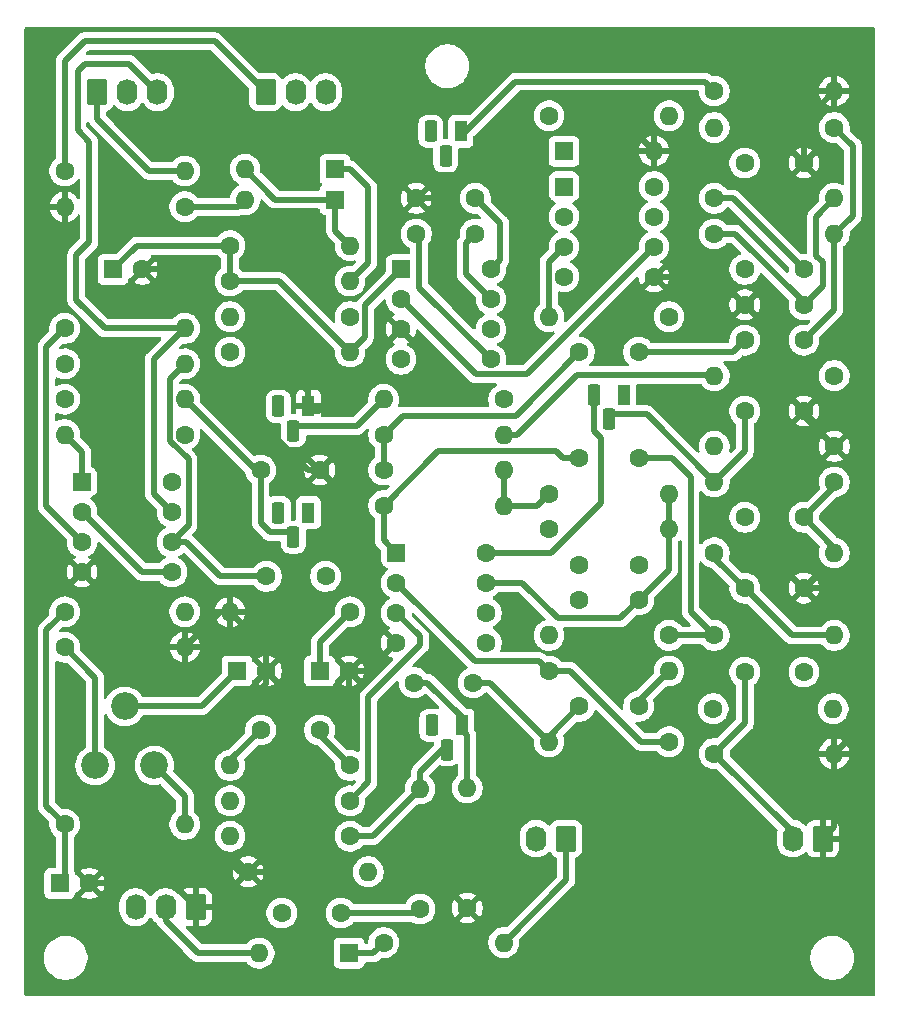
<source format=gbr>
%TF.GenerationSoftware,KiCad,Pcbnew,9.0.0*%
%TF.CreationDate,2025-09-04T18:19:07+01:00*%
%TF.ProjectId,BossCE2,426f7373-4345-4322-9e6b-696361645f70,V1.2*%
%TF.SameCoordinates,Original*%
%TF.FileFunction,Copper,L2,Bot*%
%TF.FilePolarity,Positive*%
%FSLAX46Y46*%
G04 Gerber Fmt 4.6, Leading zero omitted, Abs format (unit mm)*
G04 Created by KiCad (PCBNEW 9.0.0) date 2025-09-04 18:19:07*
%MOMM*%
%LPD*%
G01*
G04 APERTURE LIST*
G04 Aperture macros list*
%AMRoundRect*
0 Rectangle with rounded corners*
0 $1 Rounding radius*
0 $2 $3 $4 $5 $6 $7 $8 $9 X,Y pos of 4 corners*
0 Add a 4 corners polygon primitive as box body*
4,1,4,$2,$3,$4,$5,$6,$7,$8,$9,$2,$3,0*
0 Add four circle primitives for the rounded corners*
1,1,$1+$1,$2,$3*
1,1,$1+$1,$4,$5*
1,1,$1+$1,$6,$7*
1,1,$1+$1,$8,$9*
0 Add four rect primitives between the rounded corners*
20,1,$1+$1,$2,$3,$4,$5,0*
20,1,$1+$1,$4,$5,$6,$7,0*
20,1,$1+$1,$6,$7,$8,$9,0*
20,1,$1+$1,$8,$9,$2,$3,0*%
G04 Aperture macros list end*
%TA.AperFunction,ComponentPad*%
%ADD10C,1.600000*%
%TD*%
%TA.AperFunction,ComponentPad*%
%ADD11O,1.600000X1.600000*%
%TD*%
%TA.AperFunction,ComponentPad*%
%ADD12RoundRect,0.250000X-0.550000X-0.550000X0.550000X-0.550000X0.550000X0.550000X-0.550000X0.550000X0*%
%TD*%
%TA.AperFunction,ComponentPad*%
%ADD13C,2.340000*%
%TD*%
%TA.AperFunction,ComponentPad*%
%ADD14R,1.100000X1.800000*%
%TD*%
%TA.AperFunction,ComponentPad*%
%ADD15RoundRect,0.275000X0.275000X0.625000X-0.275000X0.625000X-0.275000X-0.625000X0.275000X-0.625000X0*%
%TD*%
%TA.AperFunction,ComponentPad*%
%ADD16RoundRect,0.250000X-0.620000X-0.845000X0.620000X-0.845000X0.620000X0.845000X-0.620000X0.845000X0*%
%TD*%
%TA.AperFunction,ComponentPad*%
%ADD17O,1.740000X2.190000*%
%TD*%
%TA.AperFunction,ComponentPad*%
%ADD18RoundRect,0.250000X0.620000X0.845000X-0.620000X0.845000X-0.620000X-0.845000X0.620000X-0.845000X0*%
%TD*%
%TA.AperFunction,ComponentPad*%
%ADD19R,1.600000X1.600000*%
%TD*%
%TA.AperFunction,Conductor*%
%ADD20C,0.500000*%
%TD*%
G04 APERTURE END LIST*
D10*
%TO.P,C17,2*%
%TO.N,Net-(J2-Pin_2)*%
X111500000Y-105100000D03*
%TO.P,C17,1*%
%TO.N,Net-(C17-Pad1)*%
X116500000Y-105100000D03*
%TD*%
%TO.P,Rin1,1*%
%TO.N,GND*%
X69460000Y-122000000D03*
D11*
%TO.P,Rin1,2*%
%TO.N,Net-(J1-Pin_3)*%
X79620000Y-122000000D03*
%TD*%
D10*
%TO.P,R13,1*%
%TO.N,Net-(Q2-E)*%
X105080000Y-75000000D03*
D11*
%TO.P,R13,2*%
%TO.N,Net-(U3-IN)*%
X94920000Y-75000000D03*
%TD*%
D10*
%TO.P,R12,1*%
%TO.N,GND*%
X119080000Y-86000000D03*
D11*
%TO.P,R12,2*%
%TO.N,Net-(Q2-E)*%
X108920000Y-86000000D03*
%TD*%
D12*
%TO.P,U4,1,GND*%
%TO.N,+9VA*%
X82380000Y-71000000D03*
D10*
%TO.P,U4,2,CP1*%
%TO.N,Net-(U3-CP2)*%
X82380000Y-73540000D03*
%TO.P,U4,3,VDD*%
%TO.N,GND*%
X82380000Y-76080000D03*
%TO.P,U4,4,CP2*%
%TO.N,Net-(U3-CP1)*%
X82380000Y-78620000D03*
%TO.P,U4,5,OX3*%
%TO.N,Net-(U4-OX3)*%
X90000000Y-78620000D03*
%TO.P,U4,6,OX2*%
%TO.N,unconnected-(U4-OX2-Pad6)*%
X90000000Y-76080000D03*
%TO.P,U4,7,OX1*%
%TO.N,Net-(D1-K)*%
X90000000Y-73540000D03*
%TO.P,U4,8,VGG_OUT*%
%TO.N,Net-(U3-VGG)*%
X90000000Y-71000000D03*
%TD*%
D12*
%TO.P,U3,1,GND*%
%TO.N,+9VA*%
X96195000Y-64000000D03*
D10*
%TO.P,U3,2,CP1*%
%TO.N,Net-(U3-CP1)*%
X96195000Y-66540000D03*
%TO.P,U3,3,IN*%
%TO.N,Net-(U3-IN)*%
X96195000Y-69080000D03*
%TO.P,U3,4,VGG*%
%TO.N,Net-(U3-VGG)*%
X96195000Y-71620000D03*
%TO.P,U3,5,VDD*%
%TO.N,GND*%
X103815000Y-71620000D03*
%TO.P,U3,6,CP2*%
%TO.N,Net-(U3-CP2)*%
X103815000Y-69080000D03*
%TO.P,U3,7,OUT1*%
%TO.N,Net-(U3-OUT1)*%
X103815000Y-66540000D03*
%TO.P,U3,8,OUT2*%
X103815000Y-64000000D03*
%TD*%
D12*
%TO.P,U2,1*%
%TO.N,Net-(J4-Pin_3)*%
X55380000Y-89000000D03*
D10*
%TO.P,U2,2,-*%
%TO.N,Net-(J5-Pin_1)*%
X55380000Y-91540000D03*
%TO.P,U2,3,+*%
%TO.N,Net-(U2A-+)*%
X55380000Y-94080000D03*
%TO.P,U2,4,V-*%
%TO.N,GND*%
X55380000Y-96620000D03*
%TO.P,U2,5,+*%
%TO.N,Net-(J5-Pin_1)*%
X63000000Y-96620000D03*
%TO.P,U2,6,-*%
%TO.N,Net-(U2B--)*%
X63000000Y-94080000D03*
%TO.P,U2,7*%
%TO.N,Net-(J5-Pin_3)*%
X63000000Y-91540000D03*
%TO.P,U2,8,V+*%
%TO.N,+9V*%
X63000000Y-89000000D03*
%TD*%
D12*
%TO.P,U1,1*%
%TO.N,Net-(C4-Pad2)*%
X82000000Y-95000000D03*
D10*
%TO.P,U1,2,-*%
%TO.N,Net-(U1A--)*%
X82000000Y-97540000D03*
%TO.P,U1,3,+*%
%TO.N,Net-(U1A-+)*%
X82000000Y-100080000D03*
%TO.P,U1,4,V-*%
%TO.N,GND*%
X82000000Y-102620000D03*
%TO.P,U1,5,+*%
%TO.N,+4.5V*%
X89620000Y-102620000D03*
%TO.P,U1,6,-*%
%TO.N,Net-(U1B--)*%
X89620000Y-100080000D03*
%TO.P,U1,7*%
%TO.N,Net-(C16-Pad2)*%
X89620000Y-97540000D03*
%TO.P,U1,8,V+*%
%TO.N,+9V*%
X89620000Y-95000000D03*
%TD*%
D13*
%TO.P,RV1,1,1*%
%TO.N,Net-(R27-Pad2)*%
X61500000Y-113000000D03*
%TO.P,RV1,2,2*%
%TO.N,+4.5V*%
X59000000Y-108000000D03*
%TO.P,RV1,3,3*%
%TO.N,Net-(R28-Pad1)*%
X56500000Y-113000000D03*
%TD*%
D10*
%TO.P,RF2,1*%
%TO.N,Net-(J5-Pin_1)*%
X78080000Y-100000000D03*
D11*
%TO.P,RF2,2*%
%TO.N,GND*%
X67920000Y-100000000D03*
%TD*%
D10*
%TO.P,RF1,1*%
%TO.N,+9V*%
X53920000Y-100000000D03*
D11*
%TO.P,RF1,2*%
%TO.N,Net-(J5-Pin_1)*%
X64080000Y-100000000D03*
%TD*%
D10*
%TO.P,R53,1*%
%TO.N,Net-(D5-K)*%
X80920000Y-128000000D03*
D11*
%TO.P,R53,2*%
%TO.N,Net-(J3-Pin_1)*%
X91080000Y-128000000D03*
%TD*%
D10*
%TO.P,R52,1*%
%TO.N,+9V*%
X67920000Y-78000000D03*
D11*
%TO.P,R52,2*%
%TO.N,+9VA*%
X78080000Y-78000000D03*
%TD*%
D10*
%TO.P,R40,1*%
%TO.N,+9VA*%
X67920000Y-72000000D03*
D11*
%TO.P,R40,2*%
%TO.N,Net-(D2-K)*%
X78080000Y-72000000D03*
%TD*%
D10*
%TO.P,R39,1*%
%TO.N,Net-(U4-OX3)*%
X91080000Y-82000000D03*
D11*
%TO.P,R39,2*%
%TO.N,Net-(Q5-B)*%
X80920000Y-82000000D03*
%TD*%
D10*
%TO.P,R38,1*%
%TO.N,+9VA*%
X67920000Y-69000000D03*
D11*
%TO.P,R38,2*%
%TO.N,Net-(D1-K)*%
X78080000Y-69000000D03*
%TD*%
D10*
%TO.P,R37,1*%
%TO.N,Net-(D1-A)*%
X64080000Y-65700000D03*
D11*
%TO.P,R37,2*%
%TO.N,GND*%
X53920000Y-65700000D03*
%TD*%
D10*
%TO.P,R36,1*%
%TO.N,Net-(Q4-E)*%
X78080000Y-75000000D03*
D11*
%TO.P,R36,2*%
%TO.N,Net-(D1-A)*%
X67920000Y-75000000D03*
%TD*%
D10*
%TO.P,R35,1*%
%TO.N,Net-(J5-Pin_2)*%
X53920000Y-82000000D03*
D11*
%TO.P,R35,2*%
%TO.N,Net-(Q4-B)*%
X64080000Y-82000000D03*
%TD*%
D10*
%TO.P,R32,1*%
%TO.N,Net-(J4-Pin_2)*%
X53920000Y-79000000D03*
D11*
%TO.P,R32,2*%
%TO.N,Net-(U2B--)*%
X64080000Y-79000000D03*
%TD*%
D10*
%TO.P,R31,1*%
%TO.N,Net-(J4-Pin_1)*%
X53920000Y-62670000D03*
D11*
%TO.P,R31,2*%
%TO.N,Net-(J5-Pin_1)*%
X64080000Y-62670000D03*
%TD*%
D10*
%TO.P,R30,1*%
%TO.N,Net-(U2A-+)*%
X64080000Y-85000000D03*
D11*
%TO.P,R30,2*%
%TO.N,Net-(J4-Pin_3)*%
X53920000Y-85000000D03*
%TD*%
D10*
%TO.P,R29,1*%
%TO.N,Net-(U2A-+)*%
X53920000Y-76000000D03*
D11*
%TO.P,R29,2*%
%TO.N,Net-(J5-Pin_3)*%
X64080000Y-76000000D03*
%TD*%
D10*
%TO.P,R28,1*%
%TO.N,Net-(R28-Pad1)*%
X53920000Y-103000000D03*
D11*
%TO.P,R28,2*%
%TO.N,GND*%
X64080000Y-103000000D03*
%TD*%
D10*
%TO.P,R27,1*%
%TO.N,+9V*%
X53920000Y-118000000D03*
D11*
%TO.P,R27,2*%
%TO.N,Net-(R27-Pad2)*%
X64080000Y-118000000D03*
%TD*%
D10*
%TO.P,R26,1*%
%TO.N,Net-(J2-Pin_2)*%
X108920000Y-112000000D03*
D11*
%TO.P,R26,2*%
%TO.N,GND*%
X119080000Y-112000000D03*
%TD*%
D10*
%TO.P,R25,1*%
%TO.N,Net-(C16-Pad2)*%
X108820000Y-108200000D03*
D11*
%TO.P,R25,2*%
%TO.N,Net-(C17-Pad1)*%
X118980000Y-108200000D03*
%TD*%
D10*
%TO.P,R24,1*%
%TO.N,Net-(U1B--)*%
X94920000Y-90000000D03*
D11*
%TO.P,R24,2*%
%TO.N,Net-(C16-Pad2)*%
X105080000Y-90000000D03*
%TD*%
D10*
%TO.P,R23,1*%
%TO.N,Net-(C15-Pad2)*%
X94920000Y-93000000D03*
D11*
%TO.P,R23,2*%
%TO.N,Net-(C16-Pad2)*%
X105080000Y-93000000D03*
%TD*%
D10*
%TO.P,R22,1*%
%TO.N,Net-(C14-Pad2)*%
X80920000Y-88000000D03*
D11*
%TO.P,R22,2*%
%TO.N,Net-(U1B--)*%
X91080000Y-88000000D03*
%TD*%
D10*
%TO.P,R21,1*%
%TO.N,Net-(C4-Pad2)*%
X80920000Y-91000000D03*
D11*
%TO.P,R21,2*%
%TO.N,Net-(U1B--)*%
X91080000Y-91000000D03*
%TD*%
D10*
%TO.P,R20,1*%
%TO.N,Net-(C14-Pad2)*%
X80920000Y-85000000D03*
D11*
%TO.P,R20,2*%
%TO.N,+4.5V*%
X91080000Y-85000000D03*
%TD*%
D10*
%TO.P,R19,1*%
%TO.N,Net-(Q3-E)*%
X108920000Y-55910000D03*
D11*
%TO.P,R19,2*%
%TO.N,GND*%
X119080000Y-55910000D03*
%TD*%
D10*
%TO.P,R18,1*%
%TO.N,Net-(C12-Pad1)*%
X119080000Y-59000000D03*
D11*
%TO.P,R18,2*%
%TO.N,Net-(Q3-B)*%
X108920000Y-59000000D03*
%TD*%
D10*
%TO.P,R17,1*%
%TO.N,Net-(C11-Pad1)*%
X108920000Y-68000000D03*
D11*
%TO.P,R17,2*%
%TO.N,Net-(C12-Pad1)*%
X119080000Y-68000000D03*
%TD*%
D10*
%TO.P,R16,1*%
%TO.N,Net-(C10-Pad1)*%
X108920000Y-65000000D03*
D11*
%TO.P,R16,2*%
%TO.N,Net-(C11-Pad1)*%
X119080000Y-65000000D03*
%TD*%
D10*
%TO.P,R15,1*%
%TO.N,Net-(C10-Pad1)*%
X119080000Y-80000000D03*
D11*
%TO.P,R15,2*%
%TO.N,+4.5V*%
X108920000Y-80000000D03*
%TD*%
D10*
%TO.P,R14,1*%
%TO.N,+9V*%
X94920000Y-58000000D03*
D11*
%TO.P,R14,2*%
%TO.N,Net-(U3-OUT1)*%
X105080000Y-58000000D03*
%TD*%
D10*
%TO.P,R11,1*%
%TO.N,Net-(C7-Pad2)*%
X119080000Y-89000000D03*
D11*
%TO.P,R11,2*%
%TO.N,Net-(Q2-B)*%
X108920000Y-89000000D03*
%TD*%
D10*
%TO.P,R10,1*%
%TO.N,Net-(C6-Pad2)*%
X108920000Y-95000000D03*
D11*
%TO.P,R10,2*%
%TO.N,Net-(C7-Pad2)*%
X119080000Y-95000000D03*
%TD*%
D10*
%TO.P,R9,1*%
%TO.N,Net-(C5-Pad2)*%
X108920000Y-102000000D03*
D11*
%TO.P,R9,2*%
%TO.N,Net-(C6-Pad2)*%
X119080000Y-102000000D03*
%TD*%
D10*
%TO.P,R8,1*%
%TO.N,Net-(C5-Pad2)*%
X105080000Y-102000000D03*
D11*
%TO.P,R8,2*%
%TO.N,+4.5V*%
X94920000Y-102000000D03*
%TD*%
D10*
%TO.P,R7,1*%
%TO.N,Net-(U1A-+)*%
X78080000Y-116000000D03*
D11*
%TO.P,R7,2*%
%TO.N,+4.5V*%
X67920000Y-116000000D03*
%TD*%
D10*
%TO.P,R6,1*%
%TO.N,Net-(C4-Pad2)*%
X78080000Y-113000000D03*
D11*
%TO.P,R6,2*%
%TO.N,Net-(U1A--)*%
X67920000Y-113000000D03*
%TD*%
D10*
%TO.P,R5,1*%
%TO.N,Net-(U1A--)*%
X94920000Y-105000000D03*
D11*
%TO.P,R5,2*%
%TO.N,Net-(C3-Pad2)*%
X105080000Y-105000000D03*
%TD*%
D10*
%TO.P,R4,1*%
%TO.N,Net-(U1A--)*%
X105080000Y-111000000D03*
D11*
%TO.P,R4,2*%
%TO.N,Net-(C2-Pad2)*%
X94920000Y-111000000D03*
%TD*%
D10*
%TO.P,R3,1*%
%TO.N,GND*%
X88000000Y-125080000D03*
D11*
%TO.P,R3,2*%
%TO.N,Net-(Q1-E)*%
X88000000Y-114920000D03*
%TD*%
D10*
%TO.P,R2,1*%
%TO.N,Net-(Q1-B)*%
X78080000Y-119000000D03*
D11*
%TO.P,R2,2*%
%TO.N,+4.5V*%
X67920000Y-119000000D03*
%TD*%
D10*
%TO.P,R1,1*%
%TO.N,Net-(C1-Pad2)*%
X84000000Y-125160000D03*
D11*
%TO.P,R1,2*%
%TO.N,Net-(Q1-B)*%
X84000000Y-115000000D03*
%TD*%
D14*
%TO.P,Q5,1,E*%
%TO.N,GND*%
X74540000Y-82600000D03*
D15*
%TO.P,Q5,2,B*%
%TO.N,Net-(Q5-B)*%
X73270000Y-84670000D03*
%TO.P,Q5,3,C*%
%TO.N,Net-(D2-K)*%
X72000000Y-82600000D03*
%TD*%
D14*
%TO.P,Q4,1,E*%
%TO.N,Net-(Q4-E)*%
X74540000Y-91600000D03*
D15*
%TO.P,Q4,2,B*%
%TO.N,Net-(Q4-B)*%
X73270000Y-93670000D03*
%TO.P,Q4,3,C*%
%TO.N,+9VA*%
X72000000Y-91600000D03*
%TD*%
D14*
%TO.P,Q3,1,E*%
%TO.N,Net-(Q3-E)*%
X87455000Y-59330000D03*
D15*
%TO.P,Q3,2,B*%
%TO.N,Net-(Q3-B)*%
X86185000Y-61400000D03*
%TO.P,Q3,3,C*%
%TO.N,+9V*%
X84915000Y-59330000D03*
%TD*%
D14*
%TO.P,Q2,1,E*%
%TO.N,Net-(Q2-E)*%
X101270000Y-81600000D03*
D15*
%TO.P,Q2,2,B*%
%TO.N,Net-(Q2-B)*%
X100000000Y-83670000D03*
%TO.P,Q2,3,C*%
%TO.N,+9V*%
X98730000Y-81600000D03*
%TD*%
D14*
%TO.P,Q1,1,E*%
%TO.N,Net-(Q1-E)*%
X87540000Y-109600000D03*
D15*
%TO.P,Q1,2,B*%
%TO.N,Net-(Q1-B)*%
X86270000Y-111670000D03*
%TO.P,Q1,3,C*%
%TO.N,+9V*%
X85000000Y-109600000D03*
%TD*%
D16*
%TO.P,J5,1,Pin_1*%
%TO.N,Net-(J5-Pin_1)*%
X56690000Y-56000000D03*
D17*
%TO.P,J5,2,Pin_2*%
%TO.N,Net-(J5-Pin_2)*%
X59230000Y-56000000D03*
%TO.P,J5,3,Pin_3*%
%TO.N,Net-(J5-Pin_3)*%
X61770000Y-56000000D03*
%TD*%
D16*
%TO.P,J4,1,Pin_1*%
%TO.N,Net-(J4-Pin_1)*%
X70920000Y-56000000D03*
D17*
%TO.P,J4,2,Pin_2*%
%TO.N,Net-(J4-Pin_2)*%
X73460000Y-56000000D03*
%TO.P,J4,3,Pin_3*%
%TO.N,Net-(J4-Pin_3)*%
X76000000Y-56000000D03*
%TD*%
D18*
%TO.P,J3,1,Pin_1*%
%TO.N,Net-(J3-Pin_1)*%
X96370000Y-119200000D03*
D17*
%TO.P,J3,2,Pin_2*%
%TO.N,+9V*%
X93830000Y-119200000D03*
%TD*%
D18*
%TO.P,J2,1,Pin_1*%
%TO.N,GND*%
X118100000Y-119200000D03*
D17*
%TO.P,J2,2,Pin_2*%
%TO.N,Net-(J2-Pin_2)*%
X115560000Y-119200000D03*
%TD*%
D18*
%TO.P,J1,1,Pin_1*%
%TO.N,GND*%
X65000000Y-125000000D03*
D17*
%TO.P,J1,2,Pin_2*%
%TO.N,Net-(D5-A)*%
X62460000Y-125000000D03*
%TO.P,J1,3,Pin_3*%
%TO.N,Net-(J1-Pin_3)*%
X59920000Y-125000000D03*
%TD*%
D19*
%TO.P,D7,1,K*%
%TO.N,+9V*%
X96190000Y-61000000D03*
D11*
%TO.P,D7,2,A*%
%TO.N,GND*%
X103810000Y-61000000D03*
%TD*%
D19*
%TO.P,D5,1,K*%
%TO.N,Net-(D5-K)*%
X78000000Y-128900000D03*
D11*
%TO.P,D5,2,A*%
%TO.N,Net-(D5-A)*%
X70380000Y-128900000D03*
%TD*%
D19*
%TO.P,D2,1,K*%
%TO.N,Net-(D2-K)*%
X76810000Y-62540000D03*
D11*
%TO.P,D2,2,A*%
%TO.N,Net-(D1-K)*%
X69190000Y-62540000D03*
%TD*%
D19*
%TO.P,D1,1,K*%
%TO.N,Net-(D1-K)*%
X76810000Y-65100000D03*
D11*
%TO.P,D1,2,A*%
%TO.N,Net-(D1-A)*%
X69190000Y-65100000D03*
%TD*%
D19*
%TO.P,C30,1*%
%TO.N,+9VA*%
X58000000Y-71000000D03*
D10*
%TO.P,C30,2*%
%TO.N,GND*%
X60500000Y-71000000D03*
%TD*%
D19*
%TO.P,C29,1*%
%TO.N,+9V*%
X53500000Y-123000000D03*
D10*
%TO.P,C29,2*%
%TO.N,GND*%
X56000000Y-123000000D03*
%TD*%
%TO.P,C22,1*%
%TO.N,Net-(D1-K)*%
X88685000Y-68000000D03*
%TO.P,C22,2*%
%TO.N,Net-(U4-OX3)*%
X83685000Y-68000000D03*
%TD*%
%TO.P,C21,1*%
%TO.N,Net-(Q4-B)*%
X70500000Y-88000000D03*
%TO.P,C21,2*%
%TO.N,GND*%
X75500000Y-88000000D03*
%TD*%
D19*
%TO.P,C20,1*%
%TO.N,Net-(J5-Pin_1)*%
X75500000Y-105000000D03*
D10*
%TO.P,C20,2*%
%TO.N,GND*%
X78000000Y-105000000D03*
%TD*%
%TO.P,C19,1*%
%TO.N,Net-(U2B--)*%
X71000000Y-97000000D03*
%TO.P,C19,2*%
%TO.N,Net-(J5-Pin_3)*%
X76000000Y-97000000D03*
%TD*%
D19*
%TO.P,C18,1*%
%TO.N,+4.5V*%
X68500000Y-105000000D03*
D10*
%TO.P,C18,2*%
%TO.N,GND*%
X71000000Y-105000000D03*
%TD*%
%TO.P,C16,1*%
%TO.N,Net-(U1B--)*%
X97500000Y-99000000D03*
%TO.P,C16,2*%
%TO.N,Net-(C16-Pad2)*%
X102500000Y-99000000D03*
%TD*%
%TO.P,C15,1*%
%TO.N,Net-(U1B--)*%
X102500000Y-96000000D03*
%TO.P,C15,2*%
%TO.N,Net-(C15-Pad2)*%
X97500000Y-96000000D03*
%TD*%
%TO.P,C14,1*%
%TO.N,Net-(Q3-E)*%
X102500000Y-78000000D03*
%TO.P,C14,2*%
%TO.N,Net-(C14-Pad2)*%
X97500000Y-78000000D03*
%TD*%
%TO.P,C13,1*%
%TO.N,Net-(Q3-B)*%
X111500000Y-62000000D03*
%TO.P,C13,2*%
%TO.N,GND*%
X116500000Y-62000000D03*
%TD*%
%TO.P,C12,1*%
%TO.N,Net-(C12-Pad1)*%
X116500000Y-77000000D03*
%TO.P,C12,2*%
%TO.N,Net-(Q3-E)*%
X111500000Y-77000000D03*
%TD*%
%TO.P,C11,1*%
%TO.N,Net-(C11-Pad1)*%
X116500000Y-74000000D03*
%TO.P,C11,2*%
%TO.N,GND*%
X111500000Y-74000000D03*
%TD*%
%TO.P,C10,1*%
%TO.N,Net-(C10-Pad1)*%
X116500000Y-71000000D03*
%TO.P,C10,2*%
%TO.N,Net-(U3-OUT1)*%
X111500000Y-71000000D03*
%TD*%
%TO.P,C9,1*%
%TO.N,GND*%
X83685000Y-65000000D03*
%TO.P,C9,2*%
%TO.N,Net-(U3-VGG)*%
X88685000Y-65000000D03*
%TD*%
%TO.P,C8,1*%
%TO.N,GND*%
X116500000Y-83000000D03*
%TO.P,C8,2*%
%TO.N,Net-(Q2-B)*%
X111500000Y-83000000D03*
%TD*%
%TO.P,C7,1*%
%TO.N,Net-(Q2-E)*%
X111500000Y-92000000D03*
%TO.P,C7,2*%
%TO.N,Net-(C7-Pad2)*%
X116500000Y-92000000D03*
%TD*%
%TO.P,C6,1*%
%TO.N,GND*%
X116500000Y-98000000D03*
%TO.P,C6,2*%
%TO.N,Net-(C6-Pad2)*%
X111500000Y-98000000D03*
%TD*%
%TO.P,C5,1*%
%TO.N,Net-(C4-Pad2)*%
X97500000Y-87000000D03*
%TO.P,C5,2*%
%TO.N,Net-(C5-Pad2)*%
X102500000Y-87000000D03*
%TD*%
%TO.P,C4,1*%
%TO.N,Net-(U1A--)*%
X70500000Y-110000000D03*
%TO.P,C4,2*%
%TO.N,Net-(C4-Pad2)*%
X75500000Y-110000000D03*
%TD*%
%TO.P,C3,1*%
%TO.N,Net-(C2-Pad2)*%
X97500000Y-108000000D03*
%TO.P,C3,2*%
%TO.N,Net-(C3-Pad2)*%
X102500000Y-108000000D03*
%TD*%
%TO.P,C2,1*%
%TO.N,Net-(Q1-E)*%
X83500000Y-106000000D03*
%TO.P,C2,2*%
%TO.N,Net-(C2-Pad2)*%
X88500000Y-106000000D03*
%TD*%
%TO.P,C1,1*%
%TO.N,Net-(J1-Pin_3)*%
X72300000Y-125500000D03*
%TO.P,C1,2*%
%TO.N,Net-(C1-Pad2)*%
X77300000Y-125500000D03*
%TD*%
D20*
%TO.N,Net-(C14-Pad2)*%
X80920000Y-85000000D02*
X82520000Y-83400000D01*
X82520000Y-83400000D02*
X92100000Y-83400000D01*
X92100000Y-83400000D02*
X97500000Y-78000000D01*
%TO.N,Net-(J3-Pin_1)*%
X96370000Y-119200000D02*
X96370000Y-122710000D01*
X96370000Y-122710000D02*
X91080000Y-128000000D01*
%TO.N,Net-(J5-Pin_1)*%
X64080000Y-62670000D02*
X61070000Y-62670000D01*
X61070000Y-62670000D02*
X56690000Y-58290000D01*
X56690000Y-58290000D02*
X56690000Y-56000000D01*
%TO.N,Net-(C7-Pad2)*%
X119080000Y-95000000D02*
X119080000Y-94580000D01*
X119080000Y-94580000D02*
X116500000Y-92000000D01*
X119080000Y-89000000D02*
X119080000Y-89420000D01*
X119080000Y-89420000D02*
X116500000Y-92000000D01*
%TO.N,Net-(J5-Pin_3)*%
X61770000Y-56000000D02*
X59370000Y-53600000D01*
X55600000Y-53600000D02*
X55000000Y-54200000D01*
X57300000Y-76000000D02*
X64080000Y-76000000D01*
X59370000Y-53600000D02*
X55600000Y-53600000D01*
X55000000Y-54200000D02*
X55000000Y-59200000D01*
X56000000Y-68700000D02*
X54900000Y-69800000D01*
X55000000Y-59200000D02*
X56000000Y-60200000D01*
X56000000Y-60200000D02*
X56000000Y-68700000D01*
X54900000Y-69800000D02*
X54900000Y-73600000D01*
X54900000Y-73600000D02*
X57300000Y-76000000D01*
%TO.N,Net-(J4-Pin_1)*%
X53920000Y-62670000D02*
X53920000Y-53380000D01*
X53920000Y-53380000D02*
X55600000Y-51700000D01*
X55600000Y-51700000D02*
X66620000Y-51700000D01*
X66620000Y-51700000D02*
X70920000Y-56000000D01*
%TO.N,Net-(U2B--)*%
X63000000Y-94080000D02*
X64400000Y-92680000D01*
X64400000Y-92680000D02*
X64400000Y-87089182D01*
X64400000Y-87089182D02*
X62829000Y-85518182D01*
X62829000Y-85518182D02*
X62829000Y-80251000D01*
X62829000Y-80251000D02*
X64080000Y-79000000D01*
%TO.N,Net-(J2-Pin_2)*%
X108920000Y-112000000D02*
X115560000Y-118640000D01*
X115560000Y-118640000D02*
X115560000Y-119200000D01*
%TO.N,GND*%
X119080000Y-112000000D02*
X119080000Y-118220000D01*
X119080000Y-118220000D02*
X118100000Y-119200000D01*
%TO.N,Net-(U1B--)*%
X91080000Y-91000000D02*
X93920000Y-91000000D01*
X93920000Y-91000000D02*
X94920000Y-90000000D01*
X91080000Y-88000000D02*
X91080000Y-91000000D01*
%TO.N,Net-(C4-Pad2)*%
X80920000Y-91000000D02*
X85520000Y-86400000D01*
X85520000Y-86400000D02*
X95500000Y-86400000D01*
X95500000Y-86400000D02*
X96100000Y-87000000D01*
X96100000Y-87000000D02*
X97500000Y-87000000D01*
%TO.N,+9VA*%
X78080000Y-78000000D02*
X79331000Y-76749000D01*
X79331000Y-76749000D02*
X79331000Y-74049000D01*
X79331000Y-74049000D02*
X82380000Y-71000000D01*
%TO.N,GND*%
X75500000Y-88000000D02*
X74500000Y-88000000D01*
X74500000Y-88000000D02*
X68675554Y-82175554D01*
X68675554Y-82175554D02*
X68675554Y-80949000D01*
%TO.N,Net-(U3-IN)*%
X96195000Y-69080000D02*
X94920000Y-70355000D01*
X94920000Y-70355000D02*
X94920000Y-75000000D01*
%TO.N,Net-(U3-CP2)*%
X82380000Y-73540000D02*
X88711000Y-79871000D01*
X88711000Y-79871000D02*
X93024000Y-79871000D01*
X93024000Y-79871000D02*
X103815000Y-69080000D01*
%TO.N,Net-(U4-OX3)*%
X90000000Y-78620000D02*
X83931000Y-72551000D01*
X83931000Y-72551000D02*
X83931000Y-68246000D01*
X83931000Y-68246000D02*
X83685000Y-68000000D01*
%TO.N,+4.5V*%
X108920000Y-80000000D02*
X108869000Y-79949000D01*
X108869000Y-79949000D02*
X97251000Y-79949000D01*
X97251000Y-79949000D02*
X92200000Y-85000000D01*
X92200000Y-85000000D02*
X91080000Y-85000000D01*
%TO.N,Net-(C11-Pad1)*%
X119080000Y-65000000D02*
X117529000Y-66551000D01*
X117529000Y-69835554D02*
X118079000Y-70385554D01*
X117529000Y-66551000D02*
X117529000Y-69835554D01*
X118079000Y-70385554D02*
X118079000Y-72421000D01*
X118079000Y-72421000D02*
X116500000Y-74000000D01*
%TO.N,Net-(C10-Pad1)*%
X108920000Y-65000000D02*
X110500000Y-65000000D01*
X110500000Y-65000000D02*
X116500000Y-71000000D01*
%TO.N,Net-(C11-Pad1)*%
X108920000Y-68000000D02*
X110693446Y-68000000D01*
X110693446Y-68000000D02*
X116500000Y-73806554D01*
X116500000Y-73806554D02*
X116500000Y-74000000D01*
%TO.N,Net-(C12-Pad1)*%
X119080000Y-68000000D02*
X119080000Y-74420000D01*
X119080000Y-74420000D02*
X116500000Y-77000000D01*
X119080000Y-59000000D02*
X120631000Y-60551000D01*
X120631000Y-60551000D02*
X120631000Y-66449000D01*
X120631000Y-66449000D02*
X119080000Y-68000000D01*
%TO.N,Net-(Q3-E)*%
X87455000Y-59730000D02*
X92074999Y-55110001D01*
X92074999Y-55110001D02*
X108120001Y-55110001D01*
X108120001Y-55110001D02*
X108920000Y-55910000D01*
%TO.N,Net-(U3-VGG)*%
X88685000Y-65000000D02*
X90799999Y-67114999D01*
X90799999Y-67114999D02*
X90799999Y-70200001D01*
X90799999Y-70200001D02*
X90000000Y-71000000D01*
%TO.N,Net-(Q3-E)*%
X102500000Y-78000000D02*
X110500000Y-78000000D01*
X110500000Y-78000000D02*
X111500000Y-77000000D01*
%TO.N,Net-(Q2-B)*%
X108920000Y-89000000D02*
X111500000Y-86420000D01*
X111500000Y-86420000D02*
X111500000Y-83000000D01*
X100000000Y-83270000D02*
X103190000Y-83270000D01*
X103190000Y-83270000D02*
X108920000Y-89000000D01*
%TO.N,+9V*%
X89620000Y-95000000D02*
X95113446Y-95000000D01*
X99292396Y-90821050D02*
X99292396Y-85321000D01*
X98699000Y-84727604D02*
X98699000Y-82031000D01*
X95113446Y-95000000D02*
X99292396Y-90821050D01*
X98699000Y-82031000D02*
X98730000Y-82000000D01*
X99292396Y-85321000D02*
X98699000Y-84727604D01*
%TO.N,Net-(C4-Pad2)*%
X80920000Y-91000000D02*
X80920000Y-93920000D01*
X80920000Y-93920000D02*
X82000000Y-95000000D01*
%TO.N,Net-(C14-Pad2)*%
X80920000Y-88000000D02*
X80920000Y-85000000D01*
%TO.N,Net-(Q5-B)*%
X73270000Y-84270000D02*
X78650000Y-84270000D01*
X78650000Y-84270000D02*
X80920000Y-82000000D01*
%TO.N,Net-(U2A-+)*%
X53920000Y-76000000D02*
X52369000Y-77551000D01*
X52369000Y-77551000D02*
X52369000Y-91069000D01*
X52369000Y-91069000D02*
X55380000Y-94080000D01*
%TO.N,GND*%
X60500000Y-71000000D02*
X63200000Y-71000000D01*
X74540000Y-81340000D02*
X74540000Y-83000000D01*
X63200000Y-71000000D02*
X66369000Y-74169000D01*
X66369000Y-74169000D02*
X66369000Y-78642446D01*
X66369000Y-78642446D02*
X68675554Y-80949000D01*
X74149000Y-80949000D02*
X74540000Y-81340000D01*
X68675554Y-80949000D02*
X74149000Y-80949000D01*
%TO.N,Net-(J5-Pin_3)*%
X64080000Y-76000000D02*
X61449000Y-78631000D01*
X61449000Y-78631000D02*
X61449000Y-89989000D01*
X61449000Y-89989000D02*
X63000000Y-91540000D01*
%TO.N,Net-(U2B--)*%
X63000000Y-94080000D02*
X64180000Y-94080000D01*
X64180000Y-94080000D02*
X67100000Y-97000000D01*
X67100000Y-97000000D02*
X71000000Y-97000000D01*
%TO.N,Net-(Q4-B)*%
X70500000Y-88000000D02*
X70500000Y-92458604D01*
X70500000Y-92458604D02*
X71311396Y-93270000D01*
X71311396Y-93270000D02*
X73270000Y-93270000D01*
X64080000Y-82000000D02*
X70080000Y-88000000D01*
X70080000Y-88000000D02*
X70500000Y-88000000D01*
%TO.N,Net-(D2-K)*%
X76810000Y-62540000D02*
X78110000Y-62540000D01*
X79631000Y-64061000D02*
X79631000Y-70449000D01*
X78110000Y-62540000D02*
X79631000Y-64061000D01*
X79631000Y-70449000D02*
X78080000Y-72000000D01*
%TO.N,Net-(D1-K)*%
X88685000Y-68000000D02*
X87885001Y-68799999D01*
X87885001Y-68799999D02*
X87885001Y-71425001D01*
X87885001Y-71425001D02*
X90000000Y-73540000D01*
X76810000Y-65100000D02*
X76810000Y-67730000D01*
X76810000Y-67730000D02*
X78080000Y-69000000D01*
X69190000Y-62540000D02*
X71750000Y-65100000D01*
X71750000Y-65100000D02*
X76810000Y-65100000D01*
%TO.N,Net-(J4-Pin_3)*%
X55380000Y-89000000D02*
X55380000Y-86460000D01*
X55380000Y-86460000D02*
X53920000Y-85000000D01*
%TO.N,Net-(J5-Pin_1)*%
X63000000Y-96620000D02*
X60460000Y-96620000D01*
X60460000Y-96620000D02*
X55380000Y-91540000D01*
X75500000Y-105000000D02*
X75500000Y-102580000D01*
X75500000Y-102580000D02*
X78080000Y-100000000D01*
%TO.N,Net-(U1A--)*%
X82000000Y-97540000D02*
X88631000Y-104171000D01*
X88631000Y-104171000D02*
X94091000Y-104171000D01*
X94091000Y-104171000D02*
X94920000Y-105000000D01*
%TO.N,Net-(C16-Pad2)*%
X102500000Y-99000000D02*
X100949000Y-100551000D01*
X100949000Y-100551000D02*
X95664446Y-100551000D01*
X95664446Y-100551000D02*
X92653446Y-97540000D01*
X92653446Y-97540000D02*
X89620000Y-97540000D01*
X105080000Y-93000000D02*
X105080000Y-96420000D01*
X105080000Y-96420000D02*
X102500000Y-99000000D01*
X105080000Y-90000000D02*
X105080000Y-93000000D01*
%TO.N,Net-(C5-Pad2)*%
X105300000Y-87000000D02*
X106900000Y-88600000D01*
X102500000Y-87000000D02*
X105300000Y-87000000D01*
X106900000Y-88600000D02*
X106900000Y-99980000D01*
X106900000Y-99980000D02*
X108920000Y-102000000D01*
%TO.N,Net-(U1A--)*%
X105080000Y-111000000D02*
X102693446Y-111000000D01*
X102693446Y-111000000D02*
X96693446Y-105000000D01*
X96693446Y-105000000D02*
X94920000Y-105000000D01*
%TO.N,Net-(C3-Pad2)*%
X102500000Y-108000000D02*
X102500000Y-107580000D01*
X102500000Y-107580000D02*
X105080000Y-105000000D01*
%TO.N,Net-(J2-Pin_2)*%
X111500000Y-105100000D02*
X111500000Y-109420000D01*
X111500000Y-109420000D02*
X108920000Y-112000000D01*
%TO.N,Net-(C17-Pad1)*%
X116500000Y-105100000D02*
X116500000Y-105420000D01*
%TO.N,Net-(C6-Pad2)*%
X111500000Y-98000000D02*
X115500000Y-102000000D01*
X115500000Y-102000000D02*
X119080000Y-102000000D01*
%TO.N,Net-(U1A-+)*%
X78080000Y-116000000D02*
X79631000Y-114449000D01*
X79631000Y-114449000D02*
X79631000Y-107182446D01*
X79631000Y-107182446D02*
X84000000Y-102813446D01*
X84000000Y-102080000D02*
X82000000Y-100080000D01*
X84000000Y-102813446D02*
X84000000Y-102080000D01*
%TO.N,Net-(C4-Pad2)*%
X75500000Y-110000000D02*
X75500000Y-110420000D01*
X75500000Y-110420000D02*
X78080000Y-113000000D01*
%TO.N,Net-(U1A--)*%
X67920000Y-113000000D02*
X67920000Y-112580000D01*
X67920000Y-112580000D02*
X70500000Y-110000000D01*
%TO.N,+9V*%
X53920000Y-118000000D02*
X53920000Y-122580000D01*
X53920000Y-122580000D02*
X53500000Y-123000000D01*
X53920000Y-100000000D02*
X52369000Y-101551000D01*
X52369000Y-101551000D02*
X52369000Y-116449000D01*
X52369000Y-116449000D02*
X53920000Y-118000000D01*
%TO.N,Net-(R28-Pad1)*%
X56500000Y-113000000D02*
X56500000Y-105580000D01*
X56500000Y-105580000D02*
X53920000Y-103000000D01*
%TO.N,+4.5V*%
X59000000Y-108000000D02*
X65500000Y-108000000D01*
X65500000Y-108000000D02*
X68500000Y-105000000D01*
%TO.N,Net-(R27-Pad2)*%
X64080000Y-118000000D02*
X64080000Y-115580000D01*
X64080000Y-115580000D02*
X61500000Y-113000000D01*
%TO.N,Net-(D5-A)*%
X62460000Y-125000000D02*
X62460000Y-126145000D01*
X62460000Y-126145000D02*
X65215000Y-128900000D01*
X65215000Y-128900000D02*
X70380000Y-128900000D01*
%TO.N,Net-(D5-K)*%
X78000000Y-128900000D02*
X80020000Y-128900000D01*
X80020000Y-128900000D02*
X80920000Y-128000000D01*
%TO.N,Net-(C1-Pad2)*%
X77300000Y-125500000D02*
X83660000Y-125500000D01*
X83660000Y-125500000D02*
X84000000Y-125160000D01*
%TO.N,Net-(C6-Pad2)*%
X108920000Y-95000000D02*
X108920000Y-95420000D01*
X108920000Y-95420000D02*
X111500000Y-98000000D01*
%TO.N,Net-(C5-Pad2)*%
X105080000Y-102000000D02*
X108920000Y-102000000D01*
%TO.N,Net-(C2-Pad2)*%
X94920000Y-111000000D02*
X94920000Y-110580000D01*
X94920000Y-110580000D02*
X97500000Y-108000000D01*
X88500000Y-106000000D02*
X89920000Y-106000000D01*
X89920000Y-106000000D02*
X94920000Y-111000000D01*
%TO.N,Net-(Q1-E)*%
X87540000Y-110000000D02*
X87540000Y-108908630D01*
X87540000Y-108908630D02*
X84631370Y-106000000D01*
X84631370Y-106000000D02*
X83500000Y-106000000D01*
X87540000Y-110000000D02*
X88000000Y-110460000D01*
X88000000Y-110460000D02*
X88000000Y-114920000D01*
%TO.N,Net-(Q1-B)*%
X84000000Y-115000000D02*
X84000000Y-113540000D01*
X84000000Y-113540000D02*
X86270000Y-111270000D01*
X78080000Y-119000000D02*
X80000000Y-119000000D01*
X80000000Y-119000000D02*
X84000000Y-115000000D01*
%TO.N,+9VA*%
X67920000Y-72000000D02*
X72080000Y-72000000D01*
X72080000Y-72000000D02*
X78080000Y-78000000D01*
X67920000Y-69000000D02*
X67920000Y-72000000D01*
X58000000Y-71000000D02*
X60000000Y-69000000D01*
X60000000Y-69000000D02*
X67920000Y-69000000D01*
%TO.N,Net-(D1-A)*%
X64080000Y-65700000D02*
X68590000Y-65700000D01*
X68590000Y-65700000D02*
X69190000Y-65100000D01*
%TO.N,GND*%
X75886554Y-100000000D02*
X77500000Y-98386554D01*
X77500000Y-98386554D02*
X77500000Y-98300000D01*
X67920000Y-100000000D02*
X75886554Y-100000000D01*
X77500000Y-98300000D02*
X77551000Y-98249000D01*
X77551000Y-98249000D02*
X77551000Y-90051000D01*
X77551000Y-90051000D02*
X75500000Y-88000000D01*
X78000000Y-105000000D02*
X79620000Y-105000000D01*
X79620000Y-105000000D02*
X82000000Y-102620000D01*
X71000000Y-105000000D02*
X72551000Y-106551000D01*
X72551000Y-106551000D02*
X77849000Y-106551000D01*
X77849000Y-106551000D02*
X78000000Y-106400000D01*
X78000000Y-106400000D02*
X78000000Y-105000000D01*
X64080000Y-103000000D02*
X61760000Y-103000000D01*
X61760000Y-103000000D02*
X55380000Y-96620000D01*
X67920000Y-100000000D02*
X67080000Y-100000000D01*
X67080000Y-100000000D02*
X64080000Y-103000000D01*
X71000000Y-105000000D02*
X71000000Y-103080000D01*
X71000000Y-103080000D02*
X67920000Y-100000000D01*
X69460000Y-122000000D02*
X68726554Y-122000000D01*
X68726554Y-122000000D02*
X66000000Y-119273446D01*
X66000000Y-119273446D02*
X66000000Y-111131370D01*
X66000000Y-111131370D02*
X71000000Y-106131370D01*
X71000000Y-106131370D02*
X71000000Y-105000000D01*
X69460000Y-122000000D02*
X77426554Y-122000000D01*
X77426554Y-122000000D02*
X78977554Y-120449000D01*
X78977554Y-120449000D02*
X83369000Y-120449000D01*
X83369000Y-120449000D02*
X88000000Y-125080000D01*
X65000000Y-125000000D02*
X66460000Y-125000000D01*
X66460000Y-125000000D02*
X69460000Y-122000000D01*
X65000000Y-125000000D02*
X63000000Y-123000000D01*
X63000000Y-123000000D02*
X56000000Y-123000000D01*
X118000000Y-98000000D02*
X121200000Y-101200000D01*
X116500000Y-98000000D02*
X118000000Y-98000000D01*
X121200000Y-101200000D02*
X121200000Y-109880000D01*
X121200000Y-109880000D02*
X119080000Y-112000000D01*
X119080000Y-86000000D02*
X121200000Y-88120000D01*
X121200000Y-88120000D02*
X121200000Y-95073446D01*
X121200000Y-95073446D02*
X118273446Y-98000000D01*
X118273446Y-98000000D02*
X116500000Y-98000000D01*
X116500000Y-83000000D02*
X116500000Y-83420000D01*
X116500000Y-83420000D02*
X119080000Y-86000000D01*
X111500000Y-74000000D02*
X113051000Y-75551000D01*
X113051000Y-75551000D02*
X113051000Y-79551000D01*
X113051000Y-79551000D02*
X116500000Y-83000000D01*
X116500000Y-62000000D02*
X116500000Y-58490000D01*
X116500000Y-58490000D02*
X119080000Y-55910000D01*
X103810000Y-61000000D02*
X110306554Y-61000000D01*
X110306554Y-61000000D02*
X110857554Y-60449000D01*
X110857554Y-60449000D02*
X114949000Y-60449000D01*
X114949000Y-60449000D02*
X116500000Y-62000000D01*
X103815000Y-71620000D02*
X109120000Y-71620000D01*
X109120000Y-71620000D02*
X111500000Y-74000000D01*
X83685000Y-65000000D02*
X85726554Y-65000000D01*
X85726554Y-65000000D02*
X94277554Y-56449000D01*
X94277554Y-56449000D02*
X99259000Y-56449000D01*
X99259000Y-56449000D02*
X103810000Y-61000000D01*
X74540000Y-83000000D02*
X75460000Y-83000000D01*
X75460000Y-83000000D02*
X82380000Y-76080000D01*
%TD*%
%TA.AperFunction,Conductor*%
%TO.N,GND*%
G36*
X122442539Y-50520185D02*
G01*
X122488294Y-50572989D01*
X122499500Y-50624500D01*
X122499500Y-132375500D01*
X122479815Y-132442539D01*
X122427011Y-132488294D01*
X122375500Y-132499500D01*
X50624500Y-132499500D01*
X50557461Y-132479815D01*
X50511706Y-132427011D01*
X50500500Y-132375500D01*
X50500500Y-129178711D01*
X52149500Y-129178711D01*
X52149500Y-129421288D01*
X52179675Y-129650500D01*
X52181162Y-129661789D01*
X52204053Y-129747217D01*
X52243947Y-129896104D01*
X52263094Y-129942328D01*
X52336776Y-130120212D01*
X52458064Y-130330289D01*
X52458066Y-130330292D01*
X52458067Y-130330293D01*
X52605733Y-130522736D01*
X52605739Y-130522743D01*
X52777256Y-130694260D01*
X52777262Y-130694265D01*
X52969711Y-130841936D01*
X53179788Y-130963224D01*
X53403900Y-131056054D01*
X53638211Y-131118838D01*
X53818586Y-131142584D01*
X53878711Y-131150500D01*
X53878712Y-131150500D01*
X54121289Y-131150500D01*
X54169388Y-131144167D01*
X54361789Y-131118838D01*
X54596100Y-131056054D01*
X54820212Y-130963224D01*
X55030289Y-130841936D01*
X55222738Y-130694265D01*
X55394265Y-130522738D01*
X55541936Y-130330289D01*
X55663224Y-130120212D01*
X55756054Y-129896100D01*
X55818838Y-129661789D01*
X55850500Y-129421288D01*
X55850500Y-129178712D01*
X55818838Y-128938211D01*
X55756054Y-128703900D01*
X55663224Y-128479788D01*
X55541936Y-128269711D01*
X55442851Y-128140581D01*
X55394266Y-128077263D01*
X55394260Y-128077256D01*
X55222743Y-127905739D01*
X55222736Y-127905733D01*
X55030293Y-127758067D01*
X55030292Y-127758066D01*
X55030289Y-127758064D01*
X54820212Y-127636776D01*
X54807528Y-127631522D01*
X54596104Y-127543947D01*
X54361785Y-127481161D01*
X54121289Y-127449500D01*
X54121288Y-127449500D01*
X53878712Y-127449500D01*
X53878711Y-127449500D01*
X53638214Y-127481161D01*
X53403895Y-127543947D01*
X53179794Y-127636773D01*
X53179785Y-127636777D01*
X52969706Y-127758067D01*
X52777263Y-127905733D01*
X52777256Y-127905739D01*
X52605739Y-128077256D01*
X52605733Y-128077263D01*
X52458067Y-128269706D01*
X52336777Y-128479785D01*
X52336773Y-128479794D01*
X52243947Y-128703895D01*
X52181161Y-128938214D01*
X52149500Y-129178711D01*
X50500500Y-129178711D01*
X50500500Y-124667133D01*
X58549500Y-124667133D01*
X58549500Y-125332866D01*
X58572804Y-125480000D01*
X58583246Y-125545926D01*
X58649908Y-125751089D01*
X58747843Y-125943299D01*
X58874641Y-126117821D01*
X59027179Y-126270359D01*
X59201701Y-126397157D01*
X59393911Y-126495092D01*
X59599074Y-126561754D01*
X59678973Y-126574408D01*
X59812134Y-126595500D01*
X59812139Y-126595500D01*
X60027866Y-126595500D01*
X60146230Y-126576752D01*
X60240926Y-126561754D01*
X60446089Y-126495092D01*
X60638299Y-126397157D01*
X60812821Y-126270359D01*
X60965359Y-126117821D01*
X61089682Y-125946704D01*
X61145012Y-125904040D01*
X61214626Y-125898061D01*
X61276420Y-125930667D01*
X61290315Y-125946702D01*
X61414641Y-126117821D01*
X61567179Y-126270359D01*
X61718086Y-126380000D01*
X61728301Y-126387421D01*
X61736464Y-126396828D01*
X61744218Y-126401193D01*
X61756731Y-126420185D01*
X61765004Y-126429718D01*
X61767739Y-126434884D01*
X61794916Y-126500495D01*
X61827813Y-126549729D01*
X61831332Y-126554996D01*
X61831337Y-126555005D01*
X61877046Y-126623414D01*
X61877052Y-126623421D01*
X63957528Y-128703895D01*
X64632048Y-129378415D01*
X64632049Y-129378416D01*
X64736582Y-129482949D01*
X64736585Y-129482952D01*
X64859498Y-129565080D01*
X64859511Y-129565087D01*
X64996082Y-129621656D01*
X64996087Y-129621658D01*
X64996091Y-129621658D01*
X64996092Y-129621659D01*
X65141079Y-129650500D01*
X65141082Y-129650500D01*
X69254582Y-129650500D01*
X69321621Y-129670185D01*
X69354900Y-129701615D01*
X69388028Y-129747212D01*
X69388032Y-129747217D01*
X69532786Y-129891971D01*
X69687749Y-130004556D01*
X69698390Y-130012287D01*
X69787212Y-130057544D01*
X69880776Y-130105218D01*
X69880778Y-130105218D01*
X69880781Y-130105220D01*
X69926922Y-130120212D01*
X70075465Y-130168477D01*
X70176557Y-130184488D01*
X70277648Y-130200500D01*
X70277649Y-130200500D01*
X70482351Y-130200500D01*
X70482352Y-130200500D01*
X70684534Y-130168477D01*
X70879219Y-130105220D01*
X71061610Y-130012287D01*
X71157901Y-129942328D01*
X71227213Y-129891971D01*
X71227215Y-129891968D01*
X71227219Y-129891966D01*
X71371966Y-129747219D01*
X71371968Y-129747215D01*
X71371971Y-129747213D01*
X71442236Y-129650500D01*
X71492287Y-129581610D01*
X71585220Y-129399219D01*
X71648477Y-129204534D01*
X71680500Y-129002352D01*
X71680500Y-128797648D01*
X71648477Y-128595466D01*
X71585220Y-128400781D01*
X71585218Y-128400778D01*
X71585218Y-128400776D01*
X71492287Y-128218390D01*
X71422032Y-128121691D01*
X71422031Y-128121688D01*
X71371971Y-128052787D01*
X71371967Y-128052782D01*
X71371320Y-128052135D01*
X76699500Y-128052135D01*
X76699500Y-129747870D01*
X76699501Y-129747876D01*
X76705908Y-129807483D01*
X76756202Y-129942328D01*
X76756206Y-129942335D01*
X76842452Y-130057544D01*
X76842455Y-130057547D01*
X76957664Y-130143793D01*
X76957671Y-130143797D01*
X77092517Y-130194091D01*
X77092516Y-130194091D01*
X77099444Y-130194835D01*
X77152127Y-130200500D01*
X78847872Y-130200499D01*
X78907483Y-130194091D01*
X79042331Y-130143796D01*
X79157546Y-130057546D01*
X79243796Y-129942331D01*
X79294091Y-129807483D01*
X79299062Y-129761242D01*
X79325799Y-129696694D01*
X79383191Y-129656846D01*
X79422351Y-129650500D01*
X80093920Y-129650500D01*
X80191462Y-129631096D01*
X80238913Y-129621658D01*
X80375495Y-129565084D01*
X80424729Y-129532186D01*
X80498416Y-129482952D01*
X80654892Y-129326473D01*
X80716215Y-129292988D01*
X80761970Y-129291681D01*
X80817648Y-129300500D01*
X80817649Y-129300500D01*
X81022351Y-129300500D01*
X81022352Y-129300500D01*
X81224534Y-129268477D01*
X81419219Y-129205220D01*
X81601610Y-129112287D01*
X81752924Y-129002352D01*
X81767213Y-128991971D01*
X81767215Y-128991968D01*
X81767219Y-128991966D01*
X81911966Y-128847219D01*
X81911968Y-128847215D01*
X81911971Y-128847213D01*
X82016096Y-128703895D01*
X82032287Y-128681610D01*
X82125220Y-128499219D01*
X82188477Y-128304534D01*
X82220500Y-128102352D01*
X82220500Y-127897648D01*
X89779500Y-127897648D01*
X89779500Y-128102351D01*
X89811522Y-128304534D01*
X89874781Y-128499223D01*
X89967715Y-128681613D01*
X90088028Y-128847213D01*
X90232786Y-128991971D01*
X90346153Y-129074335D01*
X90398390Y-129112287D01*
X90514607Y-129171503D01*
X90580776Y-129205218D01*
X90580778Y-129205218D01*
X90580781Y-129205220D01*
X90685137Y-129239127D01*
X90775465Y-129268477D01*
X90859564Y-129281797D01*
X90977648Y-129300500D01*
X90977649Y-129300500D01*
X91182351Y-129300500D01*
X91182352Y-129300500D01*
X91384534Y-129268477D01*
X91579219Y-129205220D01*
X91631246Y-129178711D01*
X117049500Y-129178711D01*
X117049500Y-129421288D01*
X117079675Y-129650500D01*
X117081162Y-129661789D01*
X117104053Y-129747217D01*
X117143947Y-129896104D01*
X117163094Y-129942328D01*
X117236776Y-130120212D01*
X117358064Y-130330289D01*
X117358066Y-130330292D01*
X117358067Y-130330293D01*
X117505733Y-130522736D01*
X117505739Y-130522743D01*
X117677256Y-130694260D01*
X117677262Y-130694265D01*
X117869711Y-130841936D01*
X118079788Y-130963224D01*
X118303900Y-131056054D01*
X118538211Y-131118838D01*
X118718586Y-131142584D01*
X118778711Y-131150500D01*
X118778712Y-131150500D01*
X119021289Y-131150500D01*
X119069388Y-131144167D01*
X119261789Y-131118838D01*
X119496100Y-131056054D01*
X119720212Y-130963224D01*
X119930289Y-130841936D01*
X120122738Y-130694265D01*
X120294265Y-130522738D01*
X120441936Y-130330289D01*
X120563224Y-130120212D01*
X120656054Y-129896100D01*
X120718838Y-129661789D01*
X120750500Y-129421288D01*
X120750500Y-129178712D01*
X120718838Y-128938211D01*
X120656054Y-128703900D01*
X120563224Y-128479788D01*
X120441936Y-128269711D01*
X120342851Y-128140581D01*
X120294266Y-128077263D01*
X120294260Y-128077256D01*
X120122743Y-127905739D01*
X120122736Y-127905733D01*
X119930293Y-127758067D01*
X119930292Y-127758066D01*
X119930289Y-127758064D01*
X119720212Y-127636776D01*
X119707528Y-127631522D01*
X119496104Y-127543947D01*
X119261785Y-127481161D01*
X119021289Y-127449500D01*
X119021288Y-127449500D01*
X118778712Y-127449500D01*
X118778711Y-127449500D01*
X118538214Y-127481161D01*
X118303895Y-127543947D01*
X118079794Y-127636773D01*
X118079785Y-127636777D01*
X117869706Y-127758067D01*
X117677263Y-127905733D01*
X117677256Y-127905739D01*
X117505739Y-128077256D01*
X117505733Y-128077263D01*
X117358067Y-128269706D01*
X117236777Y-128479785D01*
X117236773Y-128479794D01*
X117143947Y-128703895D01*
X117081161Y-128938214D01*
X117049500Y-129178711D01*
X91631246Y-129178711D01*
X91761610Y-129112287D01*
X91787753Y-129093293D01*
X91813848Y-129074335D01*
X91927213Y-128991971D01*
X91927215Y-128991968D01*
X91927219Y-128991966D01*
X92071966Y-128847219D01*
X92071968Y-128847215D01*
X92071971Y-128847213D01*
X92176096Y-128703895D01*
X92192287Y-128681610D01*
X92285220Y-128499219D01*
X92348477Y-128304534D01*
X92380500Y-128102352D01*
X92380500Y-127897648D01*
X92371681Y-127841971D01*
X92380635Y-127772680D01*
X92406470Y-127734896D01*
X96952952Y-123188416D01*
X97019585Y-123088691D01*
X97035084Y-123065495D01*
X97088932Y-122935495D01*
X97091659Y-122928912D01*
X97120500Y-122783917D01*
X97120500Y-122636082D01*
X97120500Y-120881928D01*
X97140185Y-120814889D01*
X97192989Y-120769134D01*
X97205486Y-120764225D01*
X97309334Y-120729814D01*
X97458656Y-120637712D01*
X97582712Y-120513656D01*
X97674814Y-120364334D01*
X97729999Y-120197797D01*
X97740500Y-120095009D01*
X97740499Y-118304992D01*
X97729999Y-118202203D01*
X97674814Y-118035666D01*
X97582712Y-117886344D01*
X97458656Y-117762288D01*
X97309334Y-117670186D01*
X97142797Y-117615001D01*
X97142795Y-117615000D01*
X97040010Y-117604500D01*
X95699998Y-117604500D01*
X95699981Y-117604501D01*
X95597203Y-117615000D01*
X95597200Y-117615001D01*
X95430668Y-117670185D01*
X95430663Y-117670187D01*
X95281342Y-117762289D01*
X95157289Y-117886342D01*
X95065179Y-118035677D01*
X95064861Y-118036360D01*
X95064518Y-118036748D01*
X95061395Y-118041813D01*
X95060529Y-118041278D01*
X95018683Y-118088794D01*
X94951487Y-118107939D01*
X94884608Y-118087716D01*
X94864804Y-118071624D01*
X94722823Y-117929643D01*
X94722821Y-117929641D01*
X94548299Y-117802843D01*
X94356089Y-117704908D01*
X94150926Y-117638246D01*
X94150924Y-117638245D01*
X94150922Y-117638245D01*
X93937866Y-117604500D01*
X93937861Y-117604500D01*
X93722139Y-117604500D01*
X93722134Y-117604500D01*
X93509077Y-117638245D01*
X93303908Y-117704909D01*
X93111700Y-117802843D01*
X93057846Y-117841971D01*
X92937179Y-117929641D01*
X92937177Y-117929643D01*
X92937176Y-117929643D01*
X92784643Y-118082176D01*
X92784643Y-118082177D01*
X92784641Y-118082179D01*
X92765650Y-118108318D01*
X92657843Y-118256700D01*
X92559909Y-118448908D01*
X92493245Y-118654077D01*
X92459500Y-118867133D01*
X92459500Y-119532866D01*
X92493245Y-119745922D01*
X92493246Y-119745926D01*
X92559908Y-119951089D01*
X92657843Y-120143299D01*
X92784641Y-120317821D01*
X92937179Y-120470359D01*
X93111701Y-120597157D01*
X93303911Y-120695092D01*
X93509074Y-120761754D01*
X93588973Y-120774408D01*
X93722134Y-120795500D01*
X93722139Y-120795500D01*
X93937866Y-120795500D01*
X94056230Y-120776752D01*
X94150926Y-120761754D01*
X94356089Y-120695092D01*
X94548299Y-120597157D01*
X94722821Y-120470359D01*
X94864807Y-120328372D01*
X94926126Y-120294890D01*
X94995818Y-120299874D01*
X95051752Y-120341745D01*
X95064864Y-120363645D01*
X95065181Y-120364326D01*
X95065186Y-120364334D01*
X95157288Y-120513656D01*
X95281344Y-120637712D01*
X95430666Y-120729814D01*
X95534505Y-120764223D01*
X95591949Y-120803995D01*
X95618772Y-120868510D01*
X95619500Y-120881928D01*
X95619500Y-122347769D01*
X95599815Y-122414808D01*
X95583181Y-122435450D01*
X91345104Y-126673526D01*
X91283781Y-126707011D01*
X91238025Y-126708318D01*
X91182352Y-126699500D01*
X90977648Y-126699500D01*
X90953329Y-126703351D01*
X90775465Y-126731522D01*
X90580776Y-126794781D01*
X90398386Y-126887715D01*
X90232786Y-127008028D01*
X90088028Y-127152786D01*
X89967715Y-127318386D01*
X89874781Y-127500776D01*
X89811522Y-127695465D01*
X89779500Y-127897648D01*
X82220500Y-127897648D01*
X82198392Y-127758064D01*
X82188477Y-127695465D01*
X82125218Y-127500776D01*
X82091503Y-127434607D01*
X82032287Y-127318390D01*
X82024556Y-127307749D01*
X81911971Y-127152786D01*
X81767213Y-127008028D01*
X81601613Y-126887715D01*
X81601612Y-126887714D01*
X81601610Y-126887713D01*
X81544653Y-126858691D01*
X81419223Y-126794781D01*
X81224534Y-126731522D01*
X81049995Y-126703878D01*
X81022352Y-126699500D01*
X80817648Y-126699500D01*
X80793329Y-126703351D01*
X80615465Y-126731522D01*
X80420776Y-126794781D01*
X80238386Y-126887715D01*
X80072786Y-127008028D01*
X79928028Y-127152786D01*
X79807715Y-127318386D01*
X79714781Y-127500776D01*
X79651522Y-127695465D01*
X79619500Y-127897648D01*
X79619500Y-128025500D01*
X79616949Y-128034185D01*
X79618238Y-128043147D01*
X79607259Y-128067187D01*
X79599815Y-128092539D01*
X79592974Y-128098466D01*
X79589213Y-128106703D01*
X79566978Y-128120992D01*
X79547011Y-128138294D01*
X79536496Y-128140581D01*
X79530435Y-128144477D01*
X79495500Y-128149500D01*
X79422351Y-128149500D01*
X79355312Y-128129815D01*
X79309557Y-128077011D01*
X79299061Y-128038752D01*
X79294091Y-127992516D01*
X79243797Y-127857671D01*
X79243793Y-127857664D01*
X79157547Y-127742455D01*
X79157544Y-127742452D01*
X79042335Y-127656206D01*
X79042328Y-127656202D01*
X78907482Y-127605908D01*
X78907483Y-127605908D01*
X78847883Y-127599501D01*
X78847881Y-127599500D01*
X78847873Y-127599500D01*
X78847864Y-127599500D01*
X77152129Y-127599500D01*
X77152123Y-127599501D01*
X77092516Y-127605908D01*
X76957671Y-127656202D01*
X76957664Y-127656206D01*
X76842455Y-127742452D01*
X76842452Y-127742455D01*
X76756206Y-127857664D01*
X76756202Y-127857671D01*
X76705908Y-127992517D01*
X76699501Y-128052116D01*
X76699500Y-128052135D01*
X71371320Y-128052135D01*
X71227213Y-127908028D01*
X71061613Y-127787715D01*
X71061612Y-127787714D01*
X71061610Y-127787713D01*
X71003421Y-127758064D01*
X70879223Y-127694781D01*
X70684534Y-127631522D01*
X70509995Y-127603878D01*
X70482352Y-127599500D01*
X70277648Y-127599500D01*
X70253329Y-127603351D01*
X70075465Y-127631522D01*
X69880776Y-127694781D01*
X69698386Y-127787715D01*
X69532786Y-127908028D01*
X69388032Y-128052782D01*
X69388028Y-128052787D01*
X69354900Y-128098385D01*
X69299571Y-128141051D01*
X69254582Y-128149500D01*
X65577229Y-128149500D01*
X65510190Y-128129815D01*
X65489548Y-128113181D01*
X64177020Y-126800653D01*
X64143535Y-126739330D01*
X64148519Y-126669638D01*
X64190391Y-126613705D01*
X64255855Y-126589288D01*
X64277304Y-126589614D01*
X64330020Y-126594999D01*
X64749999Y-126594999D01*
X64750000Y-126594998D01*
X64750000Y-125542709D01*
X64770339Y-125554452D01*
X64921667Y-125595000D01*
X65078333Y-125595000D01*
X65229661Y-125554452D01*
X65250000Y-125542709D01*
X65250000Y-126594999D01*
X65669972Y-126594999D01*
X65669986Y-126594998D01*
X65772697Y-126584505D01*
X65939119Y-126529358D01*
X65939124Y-126529356D01*
X66088345Y-126437315D01*
X66212315Y-126313345D01*
X66304356Y-126164124D01*
X66304358Y-126164119D01*
X66359505Y-125997697D01*
X66359506Y-125997690D01*
X66369999Y-125894986D01*
X66370000Y-125894973D01*
X66370000Y-125397648D01*
X70999500Y-125397648D01*
X70999500Y-125602351D01*
X71031522Y-125804534D01*
X71094781Y-125999223D01*
X71155211Y-126117821D01*
X71178803Y-126164124D01*
X71187715Y-126181613D01*
X71308028Y-126347213D01*
X71452786Y-126491971D01*
X71594595Y-126594999D01*
X71618390Y-126612287D01*
X71730948Y-126669638D01*
X71800776Y-126705218D01*
X71800778Y-126705218D01*
X71800781Y-126705220D01*
X71905137Y-126739127D01*
X71995465Y-126768477D01*
X72096557Y-126784488D01*
X72197648Y-126800500D01*
X72197649Y-126800500D01*
X72402351Y-126800500D01*
X72402352Y-126800500D01*
X72604534Y-126768477D01*
X72799219Y-126705220D01*
X72981610Y-126612287D01*
X73135480Y-126500495D01*
X73147213Y-126491971D01*
X73147215Y-126491968D01*
X73147219Y-126491966D01*
X73291966Y-126347219D01*
X73291968Y-126347215D01*
X73291971Y-126347213D01*
X73362236Y-126250500D01*
X73412287Y-126181610D01*
X73505220Y-125999219D01*
X73568477Y-125804534D01*
X73600500Y-125602352D01*
X73600500Y-125397648D01*
X75999500Y-125397648D01*
X75999500Y-125602351D01*
X76031522Y-125804534D01*
X76094781Y-125999223D01*
X76155211Y-126117821D01*
X76178803Y-126164124D01*
X76187715Y-126181613D01*
X76308028Y-126347213D01*
X76452786Y-126491971D01*
X76594595Y-126594999D01*
X76618390Y-126612287D01*
X76730948Y-126669638D01*
X76800776Y-126705218D01*
X76800778Y-126705218D01*
X76800781Y-126705220D01*
X76905137Y-126739127D01*
X76995465Y-126768477D01*
X77096557Y-126784488D01*
X77197648Y-126800500D01*
X77197649Y-126800500D01*
X77402351Y-126800500D01*
X77402352Y-126800500D01*
X77604534Y-126768477D01*
X77799219Y-126705220D01*
X77981610Y-126612287D01*
X78135480Y-126500495D01*
X78147213Y-126491971D01*
X78147215Y-126491968D01*
X78147219Y-126491966D01*
X78291966Y-126347219D01*
X78316577Y-126313345D01*
X78325100Y-126301615D01*
X78380429Y-126258949D01*
X78425418Y-126250500D01*
X83248112Y-126250500D01*
X83314143Y-126269889D01*
X83314234Y-126269741D01*
X83314781Y-126270076D01*
X83315151Y-126270185D01*
X83316818Y-126271324D01*
X83318381Y-126272282D01*
X83318388Y-126272285D01*
X83318390Y-126272287D01*
X83396933Y-126312307D01*
X83500776Y-126365218D01*
X83500778Y-126365218D01*
X83500781Y-126365220D01*
X83569109Y-126387421D01*
X83695465Y-126428477D01*
X83751266Y-126437315D01*
X83897648Y-126460500D01*
X83897649Y-126460500D01*
X84102351Y-126460500D01*
X84102352Y-126460500D01*
X84304534Y-126428477D01*
X84499219Y-126365220D01*
X84681610Y-126272287D01*
X84806413Y-126181613D01*
X84847213Y-126151971D01*
X84847215Y-126151968D01*
X84847219Y-126151966D01*
X84991966Y-126007219D01*
X84991968Y-126007215D01*
X84991971Y-126007213D01*
X85073507Y-125894986D01*
X85112287Y-125841610D01*
X85205220Y-125659219D01*
X85268477Y-125464534D01*
X85300500Y-125262352D01*
X85300500Y-125057648D01*
X85287834Y-124977682D01*
X86700000Y-124977682D01*
X86700000Y-125182317D01*
X86732009Y-125384417D01*
X86795244Y-125579031D01*
X86888141Y-125761350D01*
X86888147Y-125761359D01*
X86920523Y-125805921D01*
X86920524Y-125805922D01*
X87600000Y-125126446D01*
X87600000Y-125132661D01*
X87627259Y-125234394D01*
X87679920Y-125325606D01*
X87754394Y-125400080D01*
X87845606Y-125452741D01*
X87947339Y-125480000D01*
X87953553Y-125480000D01*
X87274076Y-126159474D01*
X87318650Y-126191859D01*
X87500968Y-126284755D01*
X87695582Y-126347990D01*
X87897683Y-126380000D01*
X88102317Y-126380000D01*
X88304417Y-126347990D01*
X88499031Y-126284755D01*
X88681349Y-126191859D01*
X88725921Y-126159474D01*
X88046447Y-125480000D01*
X88052661Y-125480000D01*
X88154394Y-125452741D01*
X88245606Y-125400080D01*
X88320080Y-125325606D01*
X88372741Y-125234394D01*
X88400000Y-125132661D01*
X88400000Y-125126447D01*
X89079474Y-125805921D01*
X89111859Y-125761349D01*
X89204755Y-125579031D01*
X89267990Y-125384417D01*
X89300000Y-125182317D01*
X89300000Y-124977682D01*
X89267990Y-124775582D01*
X89204755Y-124580968D01*
X89111859Y-124398650D01*
X89079474Y-124354077D01*
X89079474Y-124354076D01*
X88400000Y-125033551D01*
X88400000Y-125027339D01*
X88372741Y-124925606D01*
X88320080Y-124834394D01*
X88245606Y-124759920D01*
X88154394Y-124707259D01*
X88052661Y-124680000D01*
X88046446Y-124680000D01*
X88725922Y-124000524D01*
X88725921Y-124000523D01*
X88681359Y-123968147D01*
X88681350Y-123968141D01*
X88499031Y-123875244D01*
X88304417Y-123812009D01*
X88102317Y-123780000D01*
X87897683Y-123780000D01*
X87695582Y-123812009D01*
X87500968Y-123875244D01*
X87318644Y-123968143D01*
X87274077Y-124000523D01*
X87274077Y-124000524D01*
X87953554Y-124680000D01*
X87947339Y-124680000D01*
X87845606Y-124707259D01*
X87754394Y-124759920D01*
X87679920Y-124834394D01*
X87627259Y-124925606D01*
X87600000Y-125027339D01*
X87600000Y-125033553D01*
X86920524Y-124354077D01*
X86920523Y-124354077D01*
X86888143Y-124398644D01*
X86795244Y-124580968D01*
X86732009Y-124775582D01*
X86700000Y-124977682D01*
X85287834Y-124977682D01*
X85268477Y-124855466D01*
X85261630Y-124834394D01*
X85234209Y-124750000D01*
X85205220Y-124660781D01*
X85205218Y-124660777D01*
X85205218Y-124660776D01*
X85127388Y-124508028D01*
X85112287Y-124478390D01*
X85088426Y-124445548D01*
X84991971Y-124312786D01*
X84847217Y-124168032D01*
X84847212Y-124168028D01*
X84819808Y-124148117D01*
X84819785Y-124148102D01*
X84681609Y-124047712D01*
X84499223Y-123954781D01*
X84304534Y-123891522D01*
X84129995Y-123863878D01*
X84102352Y-123859500D01*
X83897648Y-123859500D01*
X83873329Y-123863351D01*
X83695465Y-123891522D01*
X83500776Y-123954781D01*
X83318386Y-124047715D01*
X83152786Y-124168028D01*
X83008028Y-124312786D01*
X82887715Y-124478386D01*
X82794781Y-124660777D01*
X82793791Y-124663826D01*
X82793100Y-124664835D01*
X82792919Y-124665274D01*
X82792826Y-124665235D01*
X82754349Y-124721499D01*
X82689989Y-124748693D01*
X82675862Y-124749500D01*
X78425418Y-124749500D01*
X78358379Y-124729815D01*
X78325100Y-124698385D01*
X78291971Y-124652787D01*
X78291967Y-124652782D01*
X78147213Y-124508028D01*
X77981613Y-124387715D01*
X77981612Y-124387714D01*
X77981610Y-124387713D01*
X77915594Y-124354076D01*
X77799223Y-124294781D01*
X77604534Y-124231522D01*
X77429995Y-124203878D01*
X77402352Y-124199500D01*
X77197648Y-124199500D01*
X77173329Y-124203351D01*
X76995465Y-124231522D01*
X76800776Y-124294781D01*
X76618386Y-124387715D01*
X76452786Y-124508028D01*
X76308028Y-124652786D01*
X76187715Y-124818386D01*
X76094781Y-125000776D01*
X76031522Y-125195465D01*
X75999500Y-125397648D01*
X73600500Y-125397648D01*
X73590239Y-125332861D01*
X73568477Y-125195465D01*
X73505218Y-125000776D01*
X73431178Y-124855466D01*
X73412287Y-124818390D01*
X73404556Y-124807749D01*
X73291971Y-124652786D01*
X73147213Y-124508028D01*
X72981613Y-124387715D01*
X72981612Y-124387714D01*
X72981610Y-124387713D01*
X72915594Y-124354076D01*
X72799223Y-124294781D01*
X72604534Y-124231522D01*
X72429995Y-124203878D01*
X72402352Y-124199500D01*
X72197648Y-124199500D01*
X72173329Y-124203351D01*
X71995465Y-124231522D01*
X71800776Y-124294781D01*
X71618386Y-124387715D01*
X71452786Y-124508028D01*
X71308028Y-124652786D01*
X71187715Y-124818386D01*
X71094781Y-125000776D01*
X71031522Y-125195465D01*
X70999500Y-125397648D01*
X66370000Y-125397648D01*
X66370000Y-125250000D01*
X65542709Y-125250000D01*
X65554452Y-125229661D01*
X65595000Y-125078333D01*
X65595000Y-124921667D01*
X65554452Y-124770339D01*
X65542709Y-124750000D01*
X66369999Y-124750000D01*
X66369999Y-124105028D01*
X66369998Y-124105013D01*
X66359505Y-124002302D01*
X66304358Y-123835880D01*
X66304356Y-123835875D01*
X66212315Y-123686654D01*
X66088345Y-123562684D01*
X65939124Y-123470643D01*
X65939119Y-123470641D01*
X65772697Y-123415494D01*
X65772690Y-123415493D01*
X65669986Y-123405000D01*
X65250000Y-123405000D01*
X65250000Y-124457290D01*
X65229661Y-124445548D01*
X65078333Y-124405000D01*
X64921667Y-124405000D01*
X64770339Y-124445548D01*
X64750000Y-124457290D01*
X64750000Y-123405000D01*
X64330028Y-123405000D01*
X64330012Y-123405001D01*
X64227302Y-123415494D01*
X64060880Y-123470641D01*
X64060875Y-123470643D01*
X63911654Y-123562684D01*
X63787684Y-123686654D01*
X63695637Y-123835885D01*
X63695245Y-123836728D01*
X63694821Y-123837208D01*
X63691851Y-123842025D01*
X63691027Y-123841517D01*
X63649072Y-123889167D01*
X63581879Y-123908318D01*
X63514998Y-123888101D01*
X63495183Y-123872003D01*
X63352823Y-123729643D01*
X63352821Y-123729641D01*
X63178299Y-123602843D01*
X62986089Y-123504908D01*
X62780926Y-123438246D01*
X62780924Y-123438245D01*
X62780922Y-123438245D01*
X62567866Y-123404500D01*
X62567861Y-123404500D01*
X62352139Y-123404500D01*
X62352134Y-123404500D01*
X62139077Y-123438245D01*
X61933908Y-123504909D01*
X61741700Y-123602843D01*
X61642129Y-123675186D01*
X61567179Y-123729641D01*
X61567177Y-123729643D01*
X61567176Y-123729643D01*
X61414643Y-123882176D01*
X61414643Y-123882177D01*
X61414641Y-123882179D01*
X61337729Y-123988038D01*
X61290318Y-124053294D01*
X61234988Y-124095959D01*
X61165374Y-124101938D01*
X61103579Y-124069332D01*
X61089682Y-124053294D01*
X61067435Y-124022674D01*
X60965359Y-123882179D01*
X60812821Y-123729641D01*
X60638299Y-123602843D01*
X60446089Y-123504908D01*
X60240926Y-123438246D01*
X60240924Y-123438245D01*
X60240922Y-123438245D01*
X60027866Y-123404500D01*
X60027861Y-123404500D01*
X59812139Y-123404500D01*
X59812134Y-123404500D01*
X59599077Y-123438245D01*
X59393908Y-123504909D01*
X59201700Y-123602843D01*
X59102129Y-123675186D01*
X59027179Y-123729641D01*
X59027177Y-123729643D01*
X59027176Y-123729643D01*
X58874643Y-123882176D01*
X58874643Y-123882177D01*
X58874641Y-123882179D01*
X58856257Y-123907483D01*
X58747843Y-124056700D01*
X58649909Y-124248908D01*
X58583245Y-124454077D01*
X58549500Y-124667133D01*
X50500500Y-124667133D01*
X50500500Y-116522920D01*
X51618499Y-116522920D01*
X51647340Y-116667907D01*
X51647343Y-116667917D01*
X51673690Y-116731523D01*
X51703916Y-116804495D01*
X51723031Y-116833103D01*
X51732462Y-116847218D01*
X51786049Y-116927418D01*
X51786052Y-116927421D01*
X52593526Y-117734893D01*
X52627011Y-117796216D01*
X52628318Y-117841971D01*
X52619500Y-117897647D01*
X52619500Y-118102351D01*
X52651522Y-118304534D01*
X52714781Y-118499223D01*
X52768678Y-118605000D01*
X52807712Y-118681609D01*
X52807715Y-118681613D01*
X52928028Y-118847213D01*
X52928034Y-118847219D01*
X53072781Y-118991966D01*
X53118384Y-119025098D01*
X53161050Y-119080425D01*
X53169500Y-119125416D01*
X53169500Y-121575500D01*
X53149815Y-121642539D01*
X53097011Y-121688294D01*
X53045500Y-121699500D01*
X52652129Y-121699500D01*
X52652123Y-121699501D01*
X52592516Y-121705908D01*
X52457671Y-121756202D01*
X52457664Y-121756206D01*
X52342455Y-121842452D01*
X52342452Y-121842455D01*
X52256206Y-121957664D01*
X52256202Y-121957671D01*
X52205908Y-122092517D01*
X52199501Y-122152116D01*
X52199500Y-122152135D01*
X52199500Y-123847870D01*
X52199501Y-123847876D01*
X52205908Y-123907483D01*
X52256202Y-124042328D01*
X52256206Y-124042335D01*
X52342452Y-124157544D01*
X52342455Y-124157547D01*
X52457664Y-124243793D01*
X52457671Y-124243797D01*
X52592517Y-124294091D01*
X52592516Y-124294091D01*
X52598925Y-124294780D01*
X52652127Y-124300500D01*
X54347872Y-124300499D01*
X54407483Y-124294091D01*
X54542331Y-124243796D01*
X54657546Y-124157546D01*
X54743796Y-124042331D01*
X54794091Y-123907483D01*
X54800500Y-123847873D01*
X54800499Y-123835612D01*
X54804075Y-123821052D01*
X54814342Y-123803380D01*
X54820067Y-123783760D01*
X54831539Y-123773783D01*
X54839177Y-123760640D01*
X54857367Y-123751325D01*
X54872792Y-123737913D01*
X54889280Y-123734984D01*
X54901367Y-123728795D01*
X54916018Y-123730234D01*
X54916254Y-123730192D01*
X55600000Y-123046446D01*
X55600000Y-123052661D01*
X55627259Y-123154394D01*
X55679920Y-123245606D01*
X55754394Y-123320080D01*
X55845606Y-123372741D01*
X55947339Y-123400000D01*
X55953553Y-123400000D01*
X55274076Y-124079474D01*
X55318650Y-124111859D01*
X55500968Y-124204755D01*
X55695582Y-124267990D01*
X55897683Y-124300000D01*
X56102317Y-124300000D01*
X56304417Y-124267990D01*
X56499031Y-124204755D01*
X56681349Y-124111859D01*
X56725921Y-124079474D01*
X56046447Y-123400000D01*
X56052661Y-123400000D01*
X56154394Y-123372741D01*
X56245606Y-123320080D01*
X56320080Y-123245606D01*
X56372741Y-123154394D01*
X56400000Y-123052661D01*
X56400000Y-123046447D01*
X57079474Y-123725921D01*
X57111859Y-123681349D01*
X57204755Y-123499031D01*
X57267990Y-123304417D01*
X57300000Y-123102317D01*
X57300000Y-122897682D01*
X57267990Y-122695582D01*
X57204755Y-122500968D01*
X57111859Y-122318650D01*
X57079474Y-122274077D01*
X57079474Y-122274076D01*
X56400000Y-122953551D01*
X56400000Y-122947339D01*
X56372741Y-122845606D01*
X56320080Y-122754394D01*
X56245606Y-122679920D01*
X56154394Y-122627259D01*
X56052661Y-122600000D01*
X56046446Y-122600000D01*
X56725922Y-121920524D01*
X56725921Y-121920523D01*
X56694483Y-121897682D01*
X68160000Y-121897682D01*
X68160000Y-122102317D01*
X68192009Y-122304417D01*
X68255244Y-122499031D01*
X68348141Y-122681350D01*
X68348147Y-122681359D01*
X68380523Y-122725921D01*
X68380524Y-122725922D01*
X69060000Y-122046446D01*
X69060000Y-122052661D01*
X69087259Y-122154394D01*
X69139920Y-122245606D01*
X69214394Y-122320080D01*
X69305606Y-122372741D01*
X69407339Y-122400000D01*
X69413553Y-122400000D01*
X68734076Y-123079474D01*
X68778650Y-123111859D01*
X68960968Y-123204755D01*
X69155582Y-123267990D01*
X69357683Y-123300000D01*
X69562317Y-123300000D01*
X69764417Y-123267990D01*
X69959031Y-123204755D01*
X70141349Y-123111859D01*
X70185921Y-123079474D01*
X69506447Y-122400000D01*
X69512661Y-122400000D01*
X69614394Y-122372741D01*
X69705606Y-122320080D01*
X69780080Y-122245606D01*
X69832741Y-122154394D01*
X69860000Y-122052661D01*
X69860000Y-122046448D01*
X70539474Y-122725922D01*
X70539474Y-122725921D01*
X70571859Y-122681349D01*
X70664755Y-122499031D01*
X70727990Y-122304417D01*
X70760000Y-122102317D01*
X70760000Y-121897682D01*
X70759995Y-121897648D01*
X78319500Y-121897648D01*
X78319500Y-122102351D01*
X78351522Y-122304534D01*
X78414781Y-122499223D01*
X78478691Y-122624653D01*
X78507585Y-122681359D01*
X78507715Y-122681613D01*
X78628028Y-122847213D01*
X78772786Y-122991971D01*
X78905925Y-123088700D01*
X78938390Y-123112287D01*
X79021030Y-123154394D01*
X79120776Y-123205218D01*
X79120778Y-123205218D01*
X79120781Y-123205220D01*
X79225137Y-123239127D01*
X79315465Y-123268477D01*
X79416557Y-123284488D01*
X79517648Y-123300500D01*
X79517649Y-123300500D01*
X79722351Y-123300500D01*
X79722352Y-123300500D01*
X79924534Y-123268477D01*
X80119219Y-123205220D01*
X80301610Y-123112287D01*
X80394590Y-123044732D01*
X80467213Y-122991971D01*
X80467215Y-122991968D01*
X80467219Y-122991966D01*
X80611966Y-122847219D01*
X80611968Y-122847215D01*
X80611971Y-122847213D01*
X80679407Y-122754394D01*
X80732287Y-122681610D01*
X80825220Y-122499219D01*
X80888477Y-122304534D01*
X80920500Y-122102352D01*
X80920500Y-121897648D01*
X80904281Y-121795244D01*
X80888477Y-121695465D01*
X80849498Y-121575500D01*
X80825220Y-121500781D01*
X80825218Y-121500778D01*
X80825218Y-121500776D01*
X80732419Y-121318650D01*
X80732287Y-121318390D01*
X80700092Y-121274077D01*
X80611971Y-121152786D01*
X80467213Y-121008028D01*
X80301613Y-120887715D01*
X80301612Y-120887714D01*
X80301610Y-120887713D01*
X80244653Y-120858691D01*
X80119223Y-120794781D01*
X79924534Y-120731522D01*
X79749995Y-120703878D01*
X79722352Y-120699500D01*
X79517648Y-120699500D01*
X79493329Y-120703351D01*
X79315465Y-120731522D01*
X79120776Y-120794781D01*
X78938386Y-120887715D01*
X78772786Y-121008028D01*
X78628028Y-121152786D01*
X78507715Y-121318386D01*
X78414781Y-121500776D01*
X78351522Y-121695465D01*
X78319500Y-121897648D01*
X70759995Y-121897648D01*
X70727990Y-121695582D01*
X70664755Y-121500968D01*
X70571859Y-121318650D01*
X70539474Y-121274077D01*
X70539474Y-121274076D01*
X69860000Y-121953551D01*
X69860000Y-121947339D01*
X69832741Y-121845606D01*
X69780080Y-121754394D01*
X69705606Y-121679920D01*
X69614394Y-121627259D01*
X69512661Y-121600000D01*
X69506446Y-121600000D01*
X70185922Y-120920524D01*
X70185921Y-120920523D01*
X70141359Y-120888147D01*
X70141350Y-120888141D01*
X69959031Y-120795244D01*
X69764417Y-120732009D01*
X69562317Y-120700000D01*
X69357683Y-120700000D01*
X69155582Y-120732009D01*
X68960968Y-120795244D01*
X68778644Y-120888143D01*
X68734077Y-120920523D01*
X68734077Y-120920524D01*
X69413554Y-121600000D01*
X69407339Y-121600000D01*
X69305606Y-121627259D01*
X69214394Y-121679920D01*
X69139920Y-121754394D01*
X69087259Y-121845606D01*
X69060000Y-121947339D01*
X69060000Y-121953553D01*
X68380524Y-121274077D01*
X68380523Y-121274077D01*
X68348143Y-121318644D01*
X68255244Y-121500968D01*
X68192009Y-121695582D01*
X68160000Y-121897682D01*
X56694483Y-121897682D01*
X56681359Y-121888147D01*
X56681350Y-121888141D01*
X56499031Y-121795244D01*
X56304417Y-121732009D01*
X56102317Y-121700000D01*
X55897683Y-121700000D01*
X55695582Y-121732009D01*
X55500968Y-121795244D01*
X55318644Y-121888143D01*
X55274077Y-121920523D01*
X55274077Y-121920524D01*
X55953554Y-122600000D01*
X55947339Y-122600000D01*
X55845606Y-122627259D01*
X55754394Y-122679920D01*
X55679920Y-122754394D01*
X55627259Y-122845606D01*
X55600000Y-122947339D01*
X55600000Y-122953553D01*
X54915513Y-122269066D01*
X54865849Y-122258633D01*
X54816093Y-122209581D01*
X54804076Y-122178947D01*
X54800499Y-122164378D01*
X54800499Y-122152128D01*
X54794091Y-122092517D01*
X54743796Y-121957669D01*
X54690659Y-121886688D01*
X54686869Y-121880062D01*
X54680465Y-121853205D01*
X54670816Y-121827333D01*
X54670500Y-121818486D01*
X54670500Y-119125416D01*
X54690185Y-119058377D01*
X54721613Y-119025099D01*
X54767219Y-118991966D01*
X54911966Y-118847219D01*
X54911968Y-118847215D01*
X54911971Y-118847213D01*
X54964732Y-118774590D01*
X55032287Y-118681610D01*
X55125220Y-118499219D01*
X55188477Y-118304534D01*
X55220500Y-118102352D01*
X55220500Y-117897648D01*
X55218709Y-117886342D01*
X55188477Y-117695465D01*
X55152524Y-117584815D01*
X55125220Y-117500781D01*
X55125218Y-117500778D01*
X55125218Y-117500776D01*
X55091503Y-117434607D01*
X55032287Y-117318390D01*
X55019289Y-117300500D01*
X54911971Y-117152786D01*
X54767213Y-117008028D01*
X54601613Y-116887715D01*
X54601612Y-116887714D01*
X54601610Y-116887713D01*
X54544653Y-116858691D01*
X54419223Y-116794781D01*
X54224534Y-116731522D01*
X54049995Y-116703878D01*
X54022352Y-116699500D01*
X53817648Y-116699500D01*
X53761971Y-116708318D01*
X53692678Y-116699363D01*
X53654893Y-116673526D01*
X53155819Y-116174451D01*
X53122334Y-116113128D01*
X53119500Y-116086770D01*
X53119500Y-104254059D01*
X53139185Y-104187020D01*
X53191989Y-104141265D01*
X53261147Y-104131321D01*
X53299792Y-104143573D01*
X53317864Y-104152781D01*
X53420776Y-104205218D01*
X53420778Y-104205218D01*
X53420781Y-104205220D01*
X53496477Y-104229815D01*
X53615465Y-104268477D01*
X53677750Y-104278342D01*
X53817648Y-104300500D01*
X53817649Y-104300500D01*
X54022350Y-104300500D01*
X54022352Y-104300500D01*
X54078026Y-104291681D01*
X54147318Y-104300635D01*
X54185105Y-104326473D01*
X55713181Y-105854549D01*
X55746666Y-105915872D01*
X55749500Y-105942230D01*
X55749500Y-111432783D01*
X55729815Y-111499822D01*
X55687500Y-111540170D01*
X55569929Y-111608049D01*
X55396201Y-111741355D01*
X55396194Y-111741361D01*
X55241361Y-111896194D01*
X55241355Y-111896201D01*
X55108049Y-112069929D01*
X54998565Y-112259561D01*
X54998561Y-112259569D01*
X54998560Y-112259572D01*
X54963847Y-112343374D01*
X54914758Y-112461884D01*
X54858084Y-112673399D01*
X54858082Y-112673410D01*
X54829500Y-112890502D01*
X54829500Y-112890510D01*
X54829500Y-113109490D01*
X54858083Y-113326598D01*
X54858084Y-113326600D01*
X54911748Y-113526883D01*
X54914759Y-113538117D01*
X54998560Y-113740428D01*
X54998562Y-113740433D01*
X54998565Y-113740438D01*
X55108049Y-113930070D01*
X55241355Y-114103798D01*
X55241361Y-114103805D01*
X55396194Y-114258638D01*
X55396201Y-114258644D01*
X55569929Y-114391950D01*
X55759561Y-114501434D01*
X55759563Y-114501434D01*
X55759572Y-114501440D01*
X55961883Y-114585241D01*
X56173402Y-114641917D01*
X56390510Y-114670500D01*
X56390517Y-114670500D01*
X56609483Y-114670500D01*
X56609490Y-114670500D01*
X56826598Y-114641917D01*
X57038117Y-114585241D01*
X57240428Y-114501440D01*
X57430071Y-114391950D01*
X57603800Y-114258643D01*
X57758643Y-114103800D01*
X57891950Y-113930071D01*
X58001440Y-113740428D01*
X58085241Y-113538117D01*
X58141917Y-113326598D01*
X58170500Y-113109490D01*
X58170500Y-112890510D01*
X58170499Y-112890502D01*
X59829500Y-112890502D01*
X59829500Y-112890510D01*
X59829500Y-113109490D01*
X59858083Y-113326598D01*
X59858084Y-113326600D01*
X59911748Y-113526883D01*
X59914759Y-113538117D01*
X59998560Y-113740428D01*
X59998562Y-113740433D01*
X59998565Y-113740438D01*
X60108049Y-113930070D01*
X60241355Y-114103798D01*
X60241361Y-114103805D01*
X60396194Y-114258638D01*
X60396201Y-114258644D01*
X60569929Y-114391950D01*
X60759561Y-114501434D01*
X60759563Y-114501434D01*
X60759572Y-114501440D01*
X60961883Y-114585241D01*
X61173402Y-114641917D01*
X61390510Y-114670500D01*
X61390517Y-114670500D01*
X61609483Y-114670500D01*
X61609490Y-114670500D01*
X61826598Y-114641917D01*
X61957734Y-114606779D01*
X62027580Y-114608442D01*
X62077505Y-114638873D01*
X63293181Y-115854549D01*
X63326666Y-115915872D01*
X63329500Y-115942230D01*
X63329500Y-116874582D01*
X63309815Y-116941621D01*
X63278385Y-116974900D01*
X63232787Y-117008028D01*
X63232782Y-117008032D01*
X63088028Y-117152786D01*
X62967715Y-117318386D01*
X62874781Y-117500776D01*
X62811522Y-117695465D01*
X62779500Y-117897648D01*
X62779500Y-118102351D01*
X62811522Y-118304534D01*
X62874781Y-118499223D01*
X62928678Y-118605000D01*
X62967712Y-118681609D01*
X62967715Y-118681613D01*
X63088028Y-118847213D01*
X63232786Y-118991971D01*
X63387749Y-119104556D01*
X63398390Y-119112287D01*
X63514607Y-119171503D01*
X63580776Y-119205218D01*
X63580778Y-119205218D01*
X63580781Y-119205220D01*
X63685137Y-119239127D01*
X63775465Y-119268477D01*
X63837693Y-119278333D01*
X63977648Y-119300500D01*
X63977649Y-119300500D01*
X64182351Y-119300500D01*
X64182352Y-119300500D01*
X64384534Y-119268477D01*
X64579219Y-119205220D01*
X64761610Y-119112287D01*
X64881619Y-119025096D01*
X64927213Y-118991971D01*
X64927215Y-118991968D01*
X64927219Y-118991966D01*
X65021537Y-118897648D01*
X66619500Y-118897648D01*
X66619500Y-119102351D01*
X66651522Y-119304534D01*
X66714781Y-119499223D01*
X66807715Y-119681613D01*
X66928028Y-119847213D01*
X67072786Y-119991971D01*
X67214559Y-120094973D01*
X67238390Y-120112287D01*
X67354607Y-120171503D01*
X67420776Y-120205218D01*
X67420778Y-120205218D01*
X67420781Y-120205220D01*
X67525137Y-120239127D01*
X67615465Y-120268477D01*
X67716557Y-120284488D01*
X67817648Y-120300500D01*
X67817649Y-120300500D01*
X68022351Y-120300500D01*
X68022352Y-120300500D01*
X68224534Y-120268477D01*
X68419219Y-120205220D01*
X68601610Y-120112287D01*
X68694590Y-120044732D01*
X68767213Y-119991971D01*
X68767215Y-119991968D01*
X68767219Y-119991966D01*
X68911966Y-119847219D01*
X68911968Y-119847215D01*
X68911971Y-119847213D01*
X68976097Y-119758949D01*
X69032287Y-119681610D01*
X69125220Y-119499219D01*
X69188477Y-119304534D01*
X69220500Y-119102352D01*
X69220500Y-118897648D01*
X69188477Y-118695466D01*
X69125220Y-118500781D01*
X69125218Y-118500778D01*
X69125218Y-118500776D01*
X69064631Y-118381869D01*
X69032287Y-118318390D01*
X69022220Y-118304534D01*
X68911971Y-118152786D01*
X68767213Y-118008028D01*
X68601613Y-117887715D01*
X68601612Y-117887714D01*
X68601610Y-117887713D01*
X68544653Y-117858691D01*
X68419223Y-117794781D01*
X68224534Y-117731522D01*
X68049995Y-117703878D01*
X68022352Y-117699500D01*
X67817648Y-117699500D01*
X67793329Y-117703351D01*
X67615465Y-117731522D01*
X67420776Y-117794781D01*
X67238386Y-117887715D01*
X67072786Y-118008028D01*
X66928028Y-118152786D01*
X66807715Y-118318386D01*
X66714781Y-118500776D01*
X66651522Y-118695465D01*
X66619500Y-118897648D01*
X65021537Y-118897648D01*
X65071966Y-118847219D01*
X65192287Y-118681610D01*
X65285220Y-118499219D01*
X65348477Y-118304534D01*
X65380500Y-118102352D01*
X65380500Y-117897648D01*
X65378709Y-117886342D01*
X65348477Y-117695465D01*
X65312524Y-117584815D01*
X65285220Y-117500781D01*
X65285218Y-117500778D01*
X65285218Y-117500776D01*
X65251503Y-117434607D01*
X65192287Y-117318390D01*
X65179289Y-117300500D01*
X65071971Y-117152786D01*
X64927217Y-117008032D01*
X64927212Y-117008028D01*
X64881615Y-116974900D01*
X64838949Y-116919571D01*
X64830500Y-116874582D01*
X64830500Y-115897648D01*
X66619500Y-115897648D01*
X66619500Y-116102351D01*
X66651522Y-116304534D01*
X66714781Y-116499223D01*
X66807715Y-116681613D01*
X66928028Y-116847213D01*
X67072786Y-116991971D01*
X67227749Y-117104556D01*
X67238390Y-117112287D01*
X67317864Y-117152781D01*
X67420776Y-117205218D01*
X67420778Y-117205218D01*
X67420781Y-117205220D01*
X67525137Y-117239127D01*
X67615465Y-117268477D01*
X67716557Y-117284488D01*
X67817648Y-117300500D01*
X67817649Y-117300500D01*
X68022351Y-117300500D01*
X68022352Y-117300500D01*
X68224534Y-117268477D01*
X68419219Y-117205220D01*
X68601610Y-117112287D01*
X68694590Y-117044732D01*
X68767213Y-116991971D01*
X68767215Y-116991968D01*
X68767219Y-116991966D01*
X68911966Y-116847219D01*
X68911968Y-116847215D01*
X68911971Y-116847213D01*
X68996024Y-116731522D01*
X69032287Y-116681610D01*
X69125220Y-116499219D01*
X69188477Y-116304534D01*
X69220500Y-116102352D01*
X69220500Y-115897648D01*
X69188477Y-115695466D01*
X69125220Y-115500781D01*
X69125218Y-115500778D01*
X69125218Y-115500776D01*
X69083662Y-115419219D01*
X69032287Y-115318390D01*
X69022220Y-115304534D01*
X68911971Y-115152786D01*
X68767213Y-115008028D01*
X68601613Y-114887715D01*
X68601612Y-114887714D01*
X68601610Y-114887713D01*
X68544653Y-114858691D01*
X68419223Y-114794781D01*
X68224534Y-114731522D01*
X68049995Y-114703878D01*
X68022352Y-114699500D01*
X67817648Y-114699500D01*
X67793329Y-114703351D01*
X67615465Y-114731522D01*
X67420776Y-114794781D01*
X67238386Y-114887715D01*
X67072786Y-115008028D01*
X67072782Y-115008032D01*
X66928034Y-115152781D01*
X66928028Y-115152786D01*
X66807715Y-115318386D01*
X66714781Y-115500776D01*
X66651522Y-115695465D01*
X66619500Y-115897648D01*
X64830500Y-115897648D01*
X64830500Y-115506079D01*
X64801659Y-115361092D01*
X64801658Y-115361091D01*
X64801658Y-115361087D01*
X64745084Y-115224505D01*
X64697160Y-115152781D01*
X64697160Y-115152780D01*
X64662950Y-115101581D01*
X64662947Y-115101578D01*
X63138873Y-113577505D01*
X63105388Y-113516182D01*
X63106778Y-113457735D01*
X63141917Y-113326598D01*
X63170500Y-113109490D01*
X63170500Y-112897648D01*
X66619500Y-112897648D01*
X66619500Y-113102352D01*
X66620631Y-113109490D01*
X66651522Y-113304534D01*
X66714781Y-113499223D01*
X66807715Y-113681613D01*
X66928028Y-113847213D01*
X67072786Y-113991971D01*
X67184014Y-114072781D01*
X67238390Y-114112287D01*
X67317864Y-114152781D01*
X67420776Y-114205218D01*
X67420778Y-114205218D01*
X67420781Y-114205220D01*
X67522855Y-114238386D01*
X67615465Y-114268477D01*
X67716557Y-114284488D01*
X67817648Y-114300500D01*
X67817649Y-114300500D01*
X68022351Y-114300500D01*
X68022352Y-114300500D01*
X68224534Y-114268477D01*
X68419219Y-114205220D01*
X68601610Y-114112287D01*
X68720500Y-114025909D01*
X68767213Y-113991971D01*
X68767215Y-113991968D01*
X68767219Y-113991966D01*
X68911966Y-113847219D01*
X68911968Y-113847215D01*
X68911971Y-113847213D01*
X68989546Y-113740438D01*
X69032287Y-113681610D01*
X69125220Y-113499219D01*
X69188477Y-113304534D01*
X69220500Y-113102352D01*
X69220500Y-112897648D01*
X69188477Y-112695466D01*
X69132849Y-112524263D01*
X69130855Y-112454425D01*
X69163098Y-112398268D01*
X70234895Y-111326471D01*
X70296216Y-111292988D01*
X70341971Y-111291681D01*
X70397648Y-111300500D01*
X70397649Y-111300500D01*
X70602351Y-111300500D01*
X70602352Y-111300500D01*
X70804534Y-111268477D01*
X70999219Y-111205220D01*
X71181610Y-111112287D01*
X71318626Y-111012740D01*
X71347213Y-110991971D01*
X71347215Y-110991968D01*
X71347219Y-110991966D01*
X71491966Y-110847219D01*
X71491968Y-110847215D01*
X71491971Y-110847213D01*
X71581932Y-110723390D01*
X71612287Y-110681610D01*
X71705220Y-110499219D01*
X71768477Y-110304534D01*
X71800500Y-110102352D01*
X71800500Y-109897648D01*
X71768477Y-109695466D01*
X71705220Y-109500781D01*
X71705218Y-109500778D01*
X71705218Y-109500776D01*
X71656528Y-109405218D01*
X71612287Y-109318390D01*
X71585701Y-109281797D01*
X71491971Y-109152786D01*
X71347213Y-109008028D01*
X71181613Y-108887715D01*
X71181612Y-108887714D01*
X71181610Y-108887713D01*
X71124653Y-108858691D01*
X70999223Y-108794781D01*
X70804534Y-108731522D01*
X70629995Y-108703878D01*
X70602352Y-108699500D01*
X70397648Y-108699500D01*
X70373329Y-108703351D01*
X70195465Y-108731522D01*
X70000776Y-108794781D01*
X69818386Y-108887715D01*
X69652786Y-109008028D01*
X69508028Y-109152786D01*
X69387715Y-109318386D01*
X69294781Y-109500776D01*
X69231522Y-109695465D01*
X69199500Y-109897648D01*
X69199500Y-110102351D01*
X69208318Y-110158025D01*
X69199364Y-110227318D01*
X69173526Y-110265104D01*
X67752844Y-111685786D01*
X67691521Y-111719271D01*
X67684563Y-111720578D01*
X67615467Y-111731522D01*
X67420778Y-111794781D01*
X67238386Y-111887715D01*
X67072786Y-112008028D01*
X66928028Y-112152786D01*
X66807715Y-112318386D01*
X66714781Y-112500776D01*
X66651522Y-112695465D01*
X66623815Y-112870403D01*
X66619500Y-112897648D01*
X63170500Y-112897648D01*
X63170500Y-112890510D01*
X63141917Y-112673402D01*
X63085241Y-112461883D01*
X63001440Y-112259572D01*
X62942811Y-112158024D01*
X62891950Y-112069929D01*
X62758644Y-111896201D01*
X62758638Y-111896194D01*
X62603805Y-111741361D01*
X62603798Y-111741355D01*
X62430070Y-111608049D01*
X62240438Y-111498565D01*
X62240433Y-111498562D01*
X62240428Y-111498560D01*
X62038117Y-111414759D01*
X62038118Y-111414759D01*
X62038115Y-111414758D01*
X61932357Y-111386421D01*
X61826598Y-111358083D01*
X61790314Y-111353306D01*
X61609497Y-111329500D01*
X61609490Y-111329500D01*
X61390510Y-111329500D01*
X61390502Y-111329500D01*
X61183853Y-111356707D01*
X61173402Y-111358083D01*
X61128699Y-111370060D01*
X60961884Y-111414758D01*
X60843374Y-111463847D01*
X60759572Y-111498560D01*
X60759569Y-111498561D01*
X60759561Y-111498565D01*
X60569929Y-111608049D01*
X60396201Y-111741355D01*
X60396194Y-111741361D01*
X60241361Y-111896194D01*
X60241355Y-111896201D01*
X60108049Y-112069929D01*
X59998565Y-112259561D01*
X59998561Y-112259569D01*
X59998560Y-112259572D01*
X59963847Y-112343374D01*
X59914758Y-112461884D01*
X59858084Y-112673399D01*
X59858082Y-112673410D01*
X59829500Y-112890502D01*
X58170499Y-112890502D01*
X58141917Y-112673402D01*
X58085241Y-112461883D01*
X58001440Y-112259572D01*
X57942811Y-112158024D01*
X57891950Y-112069929D01*
X57758644Y-111896201D01*
X57758638Y-111896194D01*
X57603805Y-111741361D01*
X57603798Y-111741355D01*
X57430070Y-111608049D01*
X57312500Y-111540170D01*
X57264284Y-111489603D01*
X57250500Y-111432783D01*
X57250500Y-108764947D01*
X57270185Y-108697908D01*
X57322989Y-108652153D01*
X57392147Y-108642209D01*
X57455703Y-108671234D01*
X57489059Y-108717491D01*
X57498560Y-108740428D01*
X57498562Y-108740433D01*
X57498565Y-108740438D01*
X57608049Y-108930070D01*
X57741355Y-109103798D01*
X57741361Y-109103805D01*
X57896194Y-109258638D01*
X57896201Y-109258644D01*
X58069929Y-109391950D01*
X58259561Y-109501434D01*
X58259563Y-109501434D01*
X58259572Y-109501440D01*
X58461883Y-109585241D01*
X58673402Y-109641917D01*
X58890510Y-109670500D01*
X58890517Y-109670500D01*
X59109483Y-109670500D01*
X59109490Y-109670500D01*
X59326598Y-109641917D01*
X59538117Y-109585241D01*
X59740428Y-109501440D01*
X59930071Y-109391950D01*
X60103800Y-109258643D01*
X60258643Y-109103800D01*
X60391950Y-108930071D01*
X60425504Y-108871952D01*
X60459830Y-108812500D01*
X60510397Y-108764284D01*
X60567217Y-108750500D01*
X65573920Y-108750500D01*
X65685683Y-108728268D01*
X65718913Y-108721658D01*
X65855495Y-108665084D01*
X65913170Y-108626547D01*
X65913170Y-108626546D01*
X65913172Y-108626546D01*
X65945793Y-108604749D01*
X65978416Y-108582952D01*
X68224548Y-106336817D01*
X68285871Y-106303333D01*
X68312229Y-106300499D01*
X69347871Y-106300499D01*
X69347872Y-106300499D01*
X69407483Y-106294091D01*
X69542331Y-106243796D01*
X69657546Y-106157546D01*
X69743796Y-106042331D01*
X69794091Y-105907483D01*
X69800500Y-105847873D01*
X69800499Y-105835612D01*
X69804075Y-105821052D01*
X69814342Y-105803380D01*
X69820067Y-105783760D01*
X69831539Y-105773783D01*
X69839177Y-105760640D01*
X69857367Y-105751325D01*
X69872792Y-105737913D01*
X69889280Y-105734984D01*
X69901367Y-105728795D01*
X69916018Y-105730234D01*
X69916254Y-105730192D01*
X70600000Y-105046446D01*
X70600000Y-105052661D01*
X70627259Y-105154394D01*
X70679920Y-105245606D01*
X70754394Y-105320080D01*
X70845606Y-105372741D01*
X70947339Y-105400000D01*
X70953553Y-105400000D01*
X70274076Y-106079474D01*
X70318650Y-106111859D01*
X70500968Y-106204755D01*
X70695582Y-106267990D01*
X70897683Y-106300000D01*
X71102317Y-106300000D01*
X71304417Y-106267990D01*
X71499031Y-106204755D01*
X71681349Y-106111859D01*
X71725921Y-106079474D01*
X71046447Y-105400000D01*
X71052661Y-105400000D01*
X71154394Y-105372741D01*
X71245606Y-105320080D01*
X71320080Y-105245606D01*
X71372741Y-105154394D01*
X71400000Y-105052661D01*
X71400000Y-105046447D01*
X72079474Y-105725921D01*
X72111859Y-105681349D01*
X72204755Y-105499031D01*
X72267990Y-105304417D01*
X72300000Y-105102317D01*
X72300000Y-104897682D01*
X72267990Y-104695582D01*
X72204755Y-104500968D01*
X72111859Y-104318650D01*
X72079474Y-104274077D01*
X72079474Y-104274076D01*
X71400000Y-104953551D01*
X71400000Y-104947339D01*
X71372741Y-104845606D01*
X71320080Y-104754394D01*
X71245606Y-104679920D01*
X71154394Y-104627259D01*
X71052661Y-104600000D01*
X71046446Y-104600000D01*
X71494311Y-104152135D01*
X74199500Y-104152135D01*
X74199500Y-105847870D01*
X74199501Y-105847876D01*
X74205908Y-105907483D01*
X74256202Y-106042328D01*
X74256206Y-106042335D01*
X74342452Y-106157544D01*
X74342455Y-106157547D01*
X74457664Y-106243793D01*
X74457671Y-106243797D01*
X74592517Y-106294091D01*
X74592516Y-106294091D01*
X74599444Y-106294835D01*
X74652127Y-106300500D01*
X76347872Y-106300499D01*
X76407483Y-106294091D01*
X76542331Y-106243796D01*
X76657546Y-106157546D01*
X76743796Y-106042331D01*
X76794091Y-105907483D01*
X76800500Y-105847873D01*
X76800499Y-105835612D01*
X76804075Y-105821052D01*
X76814342Y-105803380D01*
X76820067Y-105783760D01*
X76831539Y-105773783D01*
X76839177Y-105760640D01*
X76857367Y-105751325D01*
X76872792Y-105737913D01*
X76889280Y-105734984D01*
X76901367Y-105728795D01*
X76916018Y-105730234D01*
X76916254Y-105730192D01*
X77600000Y-105046446D01*
X77600000Y-105052661D01*
X77627259Y-105154394D01*
X77679920Y-105245606D01*
X77754394Y-105320080D01*
X77845606Y-105372741D01*
X77947339Y-105400000D01*
X77953553Y-105400000D01*
X77274076Y-106079474D01*
X77318650Y-106111859D01*
X77500968Y-106204755D01*
X77695582Y-106267990D01*
X77897683Y-106300000D01*
X78102317Y-106300000D01*
X78304417Y-106267990D01*
X78499031Y-106204755D01*
X78681349Y-106111859D01*
X78725921Y-106079474D01*
X78046447Y-105400000D01*
X78052661Y-105400000D01*
X78154394Y-105372741D01*
X78245606Y-105320080D01*
X78320080Y-105245606D01*
X78372741Y-105154394D01*
X78400000Y-105052661D01*
X78400000Y-105046447D01*
X79079474Y-105725921D01*
X79111859Y-105681349D01*
X79204755Y-105499031D01*
X79267990Y-105304417D01*
X79300000Y-105102317D01*
X79300000Y-104897682D01*
X79267990Y-104695582D01*
X79204755Y-104500968D01*
X79111859Y-104318650D01*
X79079474Y-104274077D01*
X79079474Y-104274076D01*
X78400000Y-104953551D01*
X78400000Y-104947339D01*
X78372741Y-104845606D01*
X78320080Y-104754394D01*
X78245606Y-104679920D01*
X78154394Y-104627259D01*
X78052661Y-104600000D01*
X78046446Y-104600000D01*
X78725922Y-103920524D01*
X78725921Y-103920523D01*
X78681359Y-103888147D01*
X78681350Y-103888141D01*
X78499031Y-103795244D01*
X78304417Y-103732009D01*
X78102317Y-103700000D01*
X77897683Y-103700000D01*
X77695582Y-103732009D01*
X77500968Y-103795244D01*
X77318644Y-103888143D01*
X77274077Y-103920523D01*
X77274077Y-103920524D01*
X77953554Y-104600000D01*
X77947339Y-104600000D01*
X77845606Y-104627259D01*
X77754394Y-104679920D01*
X77679920Y-104754394D01*
X77627259Y-104845606D01*
X77600000Y-104947339D01*
X77600000Y-104953553D01*
X76915513Y-104269066D01*
X76865849Y-104258633D01*
X76816093Y-104209581D01*
X76804076Y-104178947D01*
X76800499Y-104164378D01*
X76800499Y-104152128D01*
X76794091Y-104092517D01*
X76761212Y-104004365D01*
X76761211Y-104004359D01*
X76743797Y-103957671D01*
X76743793Y-103957664D01*
X76657547Y-103842455D01*
X76657544Y-103842452D01*
X76542335Y-103756206D01*
X76542328Y-103756202D01*
X76407483Y-103705908D01*
X76361243Y-103700937D01*
X76296693Y-103674199D01*
X76256845Y-103616806D01*
X76250500Y-103577648D01*
X76250500Y-102942229D01*
X76270185Y-102875190D01*
X76286814Y-102854553D01*
X77814895Y-101326471D01*
X77876216Y-101292988D01*
X77921971Y-101291681D01*
X77977648Y-101300500D01*
X77977649Y-101300500D01*
X78182351Y-101300500D01*
X78182352Y-101300500D01*
X78384534Y-101268477D01*
X78579219Y-101205220D01*
X78761610Y-101112287D01*
X78864107Y-101037819D01*
X78927213Y-100991971D01*
X78927215Y-100991968D01*
X78927219Y-100991966D01*
X79071966Y-100847219D01*
X79071968Y-100847215D01*
X79071971Y-100847213D01*
X79156024Y-100731522D01*
X79192287Y-100681610D01*
X79285220Y-100499219D01*
X79348477Y-100304534D01*
X79380500Y-100102352D01*
X79380500Y-99897648D01*
X79364664Y-99797666D01*
X79348477Y-99695465D01*
X79317458Y-99600000D01*
X79285220Y-99500781D01*
X79285218Y-99500778D01*
X79285218Y-99500776D01*
X79233047Y-99398386D01*
X79192287Y-99318390D01*
X79165701Y-99281797D01*
X79071971Y-99152786D01*
X78927213Y-99008028D01*
X78761613Y-98887715D01*
X78761612Y-98887714D01*
X78761610Y-98887713D01*
X78704653Y-98858691D01*
X78579223Y-98794781D01*
X78384534Y-98731522D01*
X78209995Y-98703878D01*
X78182352Y-98699500D01*
X77977648Y-98699500D01*
X77953329Y-98703351D01*
X77775465Y-98731522D01*
X77580776Y-98794781D01*
X77398386Y-98887715D01*
X77232786Y-99008028D01*
X77088028Y-99152786D01*
X76967715Y-99318386D01*
X76874781Y-99500776D01*
X76811522Y-99695465D01*
X76779500Y-99897648D01*
X76779500Y-100102351D01*
X76788318Y-100158025D01*
X76779364Y-100227318D01*
X76753526Y-100265104D01*
X74917047Y-102101584D01*
X74917045Y-102101586D01*
X74885795Y-102148359D01*
X74885793Y-102148362D01*
X74834919Y-102224498D01*
X74834912Y-102224511D01*
X74778343Y-102361082D01*
X74778340Y-102361092D01*
X74749500Y-102506079D01*
X74749500Y-103577648D01*
X74729815Y-103644687D01*
X74677011Y-103690442D01*
X74638755Y-103700938D01*
X74592516Y-103705909D01*
X74457671Y-103756202D01*
X74457664Y-103756206D01*
X74342455Y-103842452D01*
X74342452Y-103842455D01*
X74256206Y-103957664D01*
X74256202Y-103957671D01*
X74205908Y-104092517D01*
X74199501Y-104152116D01*
X74199500Y-104152135D01*
X71494311Y-104152135D01*
X71725922Y-103920524D01*
X71725921Y-103920523D01*
X71681359Y-103888147D01*
X71681350Y-103888141D01*
X71499031Y-103795244D01*
X71304417Y-103732009D01*
X71102317Y-103700000D01*
X70897683Y-103700000D01*
X70695582Y-103732009D01*
X70500968Y-103795244D01*
X70318644Y-103888143D01*
X70274077Y-103920523D01*
X70274077Y-103920524D01*
X70953554Y-104600000D01*
X70947339Y-104600000D01*
X70845606Y-104627259D01*
X70754394Y-104679920D01*
X70679920Y-104754394D01*
X70627259Y-104845606D01*
X70600000Y-104947339D01*
X70600000Y-104953553D01*
X69915513Y-104269066D01*
X69865849Y-104258633D01*
X69816093Y-104209581D01*
X69804076Y-104178947D01*
X69800499Y-104164378D01*
X69800499Y-104152128D01*
X69794091Y-104092517D01*
X69761212Y-104004365D01*
X69761211Y-104004359D01*
X69743797Y-103957671D01*
X69743793Y-103957664D01*
X69657547Y-103842455D01*
X69657544Y-103842452D01*
X69542335Y-103756206D01*
X69542328Y-103756202D01*
X69407482Y-103705908D01*
X69407483Y-103705908D01*
X69347883Y-103699501D01*
X69347881Y-103699500D01*
X69347873Y-103699500D01*
X69347864Y-103699500D01*
X67652129Y-103699500D01*
X67652123Y-103699501D01*
X67592516Y-103705908D01*
X67457671Y-103756202D01*
X67457664Y-103756206D01*
X67342455Y-103842452D01*
X67342452Y-103842455D01*
X67256206Y-103957664D01*
X67256202Y-103957671D01*
X67205908Y-104092517D01*
X67199501Y-104152116D01*
X67199500Y-104152135D01*
X67199500Y-105187770D01*
X67179815Y-105254809D01*
X67163181Y-105275451D01*
X65225451Y-107213181D01*
X65164128Y-107246666D01*
X65137770Y-107249500D01*
X60567217Y-107249500D01*
X60500178Y-107229815D01*
X60459830Y-107187500D01*
X60391950Y-107069929D01*
X60258644Y-106896201D01*
X60258638Y-106896194D01*
X60103805Y-106741361D01*
X60103798Y-106741355D01*
X59930070Y-106608049D01*
X59740438Y-106498565D01*
X59740433Y-106498562D01*
X59740428Y-106498560D01*
X59538117Y-106414759D01*
X59538118Y-106414759D01*
X59538115Y-106414758D01*
X59432357Y-106386421D01*
X59326598Y-106358083D01*
X59290314Y-106353306D01*
X59109497Y-106329500D01*
X59109490Y-106329500D01*
X58890510Y-106329500D01*
X58890502Y-106329500D01*
X58683853Y-106356707D01*
X58673402Y-106358083D01*
X58634611Y-106368477D01*
X58461884Y-106414758D01*
X58343374Y-106463847D01*
X58259572Y-106498560D01*
X58259569Y-106498561D01*
X58259561Y-106498565D01*
X58069929Y-106608049D01*
X57896201Y-106741355D01*
X57896194Y-106741361D01*
X57741361Y-106896194D01*
X57741355Y-106896201D01*
X57608049Y-107069929D01*
X57498565Y-107259561D01*
X57498558Y-107259576D01*
X57489060Y-107282507D01*
X57445218Y-107336909D01*
X57378924Y-107358973D01*
X57311225Y-107341693D01*
X57263615Y-107290555D01*
X57250500Y-107235052D01*
X57250500Y-105506079D01*
X57221658Y-105361087D01*
X57221656Y-105361082D01*
X57186186Y-105275451D01*
X57165084Y-105224505D01*
X57117160Y-105152781D01*
X57117160Y-105152780D01*
X57082950Y-105101581D01*
X57082947Y-105101578D01*
X55281986Y-103300618D01*
X55246473Y-103265105D01*
X55212988Y-103203782D01*
X55211681Y-103158027D01*
X55220500Y-103102352D01*
X55220500Y-102897648D01*
X55197114Y-102750000D01*
X62803391Y-102750000D01*
X63764314Y-102750000D01*
X63759920Y-102754394D01*
X63707259Y-102845606D01*
X63680000Y-102947339D01*
X63680000Y-103052661D01*
X63707259Y-103154394D01*
X63759920Y-103245606D01*
X63764314Y-103250000D01*
X62803391Y-103250000D01*
X62812009Y-103304413D01*
X62875244Y-103499029D01*
X62968140Y-103681349D01*
X63088417Y-103846894D01*
X63088417Y-103846895D01*
X63233104Y-103991582D01*
X63398650Y-104111859D01*
X63580968Y-104204754D01*
X63775578Y-104267988D01*
X63830000Y-104276607D01*
X63830000Y-103315686D01*
X63834394Y-103320080D01*
X63925606Y-103372741D01*
X64027339Y-103400000D01*
X64132661Y-103400000D01*
X64234394Y-103372741D01*
X64325606Y-103320080D01*
X64330000Y-103315686D01*
X64330000Y-104276606D01*
X64384421Y-104267988D01*
X64579031Y-104204754D01*
X64761349Y-104111859D01*
X64926894Y-103991582D01*
X64926895Y-103991582D01*
X65071582Y-103846895D01*
X65071582Y-103846894D01*
X65191859Y-103681349D01*
X65284755Y-103499029D01*
X65347990Y-103304413D01*
X65356609Y-103250000D01*
X64395686Y-103250000D01*
X64400080Y-103245606D01*
X64452741Y-103154394D01*
X64480000Y-103052661D01*
X64480000Y-102947339D01*
X64452741Y-102845606D01*
X64400080Y-102754394D01*
X64395686Y-102750000D01*
X65356609Y-102750000D01*
X65347990Y-102695586D01*
X65284755Y-102500970D01*
X65191859Y-102318650D01*
X65071582Y-102153105D01*
X65071582Y-102153104D01*
X64926895Y-102008417D01*
X64761349Y-101888140D01*
X64579029Y-101795244D01*
X64384413Y-101732009D01*
X64330000Y-101723390D01*
X64330000Y-102684314D01*
X64325606Y-102679920D01*
X64234394Y-102627259D01*
X64132661Y-102600000D01*
X64027339Y-102600000D01*
X63925606Y-102627259D01*
X63834394Y-102679920D01*
X63830000Y-102684314D01*
X63830000Y-101723390D01*
X63775586Y-101732009D01*
X63580970Y-101795244D01*
X63398650Y-101888140D01*
X63233105Y-102008417D01*
X63233104Y-102008417D01*
X63088417Y-102153104D01*
X63088417Y-102153105D01*
X62968140Y-102318650D01*
X62875244Y-102500970D01*
X62812009Y-102695586D01*
X62803391Y-102750000D01*
X55197114Y-102750000D01*
X55188477Y-102695466D01*
X55125220Y-102500781D01*
X55125218Y-102500778D01*
X55125218Y-102500776D01*
X55086676Y-102425135D01*
X55032287Y-102318390D01*
X54980608Y-102247259D01*
X54911971Y-102152786D01*
X54767213Y-102008028D01*
X54601613Y-101887715D01*
X54601612Y-101887714D01*
X54601610Y-101887713D01*
X54544653Y-101858691D01*
X54419223Y-101794781D01*
X54224534Y-101731522D01*
X54049995Y-101703878D01*
X54022352Y-101699500D01*
X53817648Y-101699500D01*
X53750254Y-101710174D01*
X53615464Y-101731523D01*
X53615461Y-101731523D01*
X53565085Y-101747892D01*
X53495244Y-101749887D01*
X53435411Y-101713806D01*
X53404583Y-101651105D01*
X53412548Y-101581691D01*
X53439086Y-101542280D01*
X53520881Y-101460485D01*
X53654894Y-101326471D01*
X53716215Y-101292988D01*
X53761970Y-101291681D01*
X53817648Y-101300500D01*
X53817649Y-101300500D01*
X54022351Y-101300500D01*
X54022352Y-101300500D01*
X54224534Y-101268477D01*
X54419219Y-101205220D01*
X54601610Y-101112287D01*
X54704107Y-101037819D01*
X54767213Y-100991971D01*
X54767215Y-100991968D01*
X54767219Y-100991966D01*
X54911966Y-100847219D01*
X54911968Y-100847215D01*
X54911971Y-100847213D01*
X54996024Y-100731522D01*
X55032287Y-100681610D01*
X55125220Y-100499219D01*
X55188477Y-100304534D01*
X55220500Y-100102352D01*
X55220500Y-99897648D01*
X62779500Y-99897648D01*
X62779500Y-100102351D01*
X62811522Y-100304534D01*
X62874781Y-100499223D01*
X62967715Y-100681613D01*
X63088028Y-100847213D01*
X63232786Y-100991971D01*
X63342892Y-101071966D01*
X63398390Y-101112287D01*
X63477864Y-101152781D01*
X63580776Y-101205218D01*
X63580778Y-101205218D01*
X63580781Y-101205220D01*
X63656477Y-101229815D01*
X63775465Y-101268477D01*
X63839095Y-101278555D01*
X63977648Y-101300500D01*
X63977649Y-101300500D01*
X64182351Y-101300500D01*
X64182352Y-101300500D01*
X64384534Y-101268477D01*
X64579219Y-101205220D01*
X64761610Y-101112287D01*
X64864107Y-101037819D01*
X64927213Y-100991971D01*
X64927215Y-100991968D01*
X64927219Y-100991966D01*
X65071966Y-100847219D01*
X65071968Y-100847215D01*
X65071971Y-100847213D01*
X65156024Y-100731522D01*
X65192287Y-100681610D01*
X65285220Y-100499219D01*
X65348477Y-100304534D01*
X65380500Y-100102352D01*
X65380500Y-99897648D01*
X65357114Y-99750000D01*
X66643391Y-99750000D01*
X67604314Y-99750000D01*
X67599920Y-99754394D01*
X67547259Y-99845606D01*
X67520000Y-99947339D01*
X67520000Y-100052661D01*
X67547259Y-100154394D01*
X67599920Y-100245606D01*
X67604314Y-100250000D01*
X66643391Y-100250000D01*
X66652009Y-100304413D01*
X66715244Y-100499029D01*
X66808140Y-100681349D01*
X66928417Y-100846894D01*
X66928417Y-100846895D01*
X67073104Y-100991582D01*
X67238650Y-101111859D01*
X67420968Y-101204754D01*
X67615578Y-101267988D01*
X67670000Y-101276607D01*
X67670000Y-100315686D01*
X67674394Y-100320080D01*
X67765606Y-100372741D01*
X67867339Y-100400000D01*
X67972661Y-100400000D01*
X68074394Y-100372741D01*
X68165606Y-100320080D01*
X68170000Y-100315686D01*
X68170000Y-101276606D01*
X68224421Y-101267988D01*
X68419031Y-101204754D01*
X68601349Y-101111859D01*
X68766894Y-100991582D01*
X68766895Y-100991582D01*
X68911582Y-100846895D01*
X68911582Y-100846894D01*
X69031859Y-100681349D01*
X69124755Y-100499029D01*
X69187990Y-100304413D01*
X69196609Y-100250000D01*
X68235686Y-100250000D01*
X68240080Y-100245606D01*
X68292741Y-100154394D01*
X68320000Y-100052661D01*
X68320000Y-99947339D01*
X68292741Y-99845606D01*
X68240080Y-99754394D01*
X68235686Y-99750000D01*
X69196609Y-99750000D01*
X69187990Y-99695586D01*
X69124755Y-99500970D01*
X69031859Y-99318650D01*
X68911582Y-99153105D01*
X68911582Y-99153104D01*
X68766895Y-99008417D01*
X68601349Y-98888140D01*
X68419029Y-98795244D01*
X68224413Y-98732009D01*
X68170000Y-98723390D01*
X68170000Y-99684314D01*
X68165606Y-99679920D01*
X68074394Y-99627259D01*
X67972661Y-99600000D01*
X67867339Y-99600000D01*
X67765606Y-99627259D01*
X67674394Y-99679920D01*
X67670000Y-99684314D01*
X67670000Y-98723390D01*
X67615586Y-98732009D01*
X67420970Y-98795244D01*
X67238650Y-98888140D01*
X67073105Y-99008417D01*
X67073104Y-99008417D01*
X66928417Y-99153104D01*
X66928417Y-99153105D01*
X66808140Y-99318650D01*
X66715244Y-99500970D01*
X66652009Y-99695586D01*
X66643391Y-99750000D01*
X65357114Y-99750000D01*
X65348477Y-99695466D01*
X65285220Y-99500781D01*
X65285218Y-99500778D01*
X65285218Y-99500776D01*
X65233047Y-99398386D01*
X65192287Y-99318390D01*
X65165701Y-99281797D01*
X65071971Y-99152786D01*
X64927213Y-99008028D01*
X64761613Y-98887715D01*
X64761612Y-98887714D01*
X64761610Y-98887713D01*
X64704653Y-98858691D01*
X64579223Y-98794781D01*
X64384534Y-98731522D01*
X64209995Y-98703878D01*
X64182352Y-98699500D01*
X63977648Y-98699500D01*
X63953329Y-98703351D01*
X63775465Y-98731522D01*
X63580776Y-98794781D01*
X63398386Y-98887715D01*
X63232786Y-99008028D01*
X63088028Y-99152786D01*
X62967715Y-99318386D01*
X62874781Y-99500776D01*
X62811522Y-99695465D01*
X62779500Y-99897648D01*
X55220500Y-99897648D01*
X55204664Y-99797666D01*
X55188477Y-99695465D01*
X55157458Y-99600000D01*
X55125220Y-99500781D01*
X55125218Y-99500778D01*
X55125218Y-99500776D01*
X55073047Y-99398386D01*
X55032287Y-99318390D01*
X55005701Y-99281797D01*
X54911971Y-99152786D01*
X54767213Y-99008028D01*
X54601613Y-98887715D01*
X54601612Y-98887714D01*
X54601610Y-98887713D01*
X54544653Y-98858691D01*
X54419223Y-98794781D01*
X54224534Y-98731522D01*
X54049995Y-98703878D01*
X54022352Y-98699500D01*
X53817648Y-98699500D01*
X53793329Y-98703351D01*
X53615465Y-98731522D01*
X53420776Y-98794781D01*
X53238386Y-98887715D01*
X53072786Y-99008028D01*
X52928028Y-99152786D01*
X52807715Y-99318386D01*
X52714781Y-99500776D01*
X52651522Y-99695465D01*
X52619500Y-99897648D01*
X52619500Y-100102351D01*
X52628318Y-100158026D01*
X52619363Y-100227320D01*
X52593526Y-100265105D01*
X51786049Y-101072582D01*
X51786048Y-101072584D01*
X51768064Y-101099500D01*
X51745044Y-101133952D01*
X51703914Y-101195507D01*
X51647343Y-101332082D01*
X51647340Y-101332092D01*
X51618500Y-101477079D01*
X51618500Y-101477082D01*
X51618500Y-116522918D01*
X51618500Y-116522920D01*
X51618499Y-116522920D01*
X50500500Y-116522920D01*
X50500500Y-91142920D01*
X51618499Y-91142920D01*
X51647340Y-91287907D01*
X51647343Y-91287917D01*
X51703914Y-91424492D01*
X51703915Y-91424494D01*
X51703916Y-91424495D01*
X51712704Y-91437648D01*
X51731703Y-91466081D01*
X51731704Y-91466084D01*
X51786046Y-91547414D01*
X51786052Y-91547421D01*
X54053526Y-93814894D01*
X54087011Y-93876217D01*
X54088318Y-93921972D01*
X54079500Y-93977647D01*
X54079500Y-94182351D01*
X54111522Y-94384534D01*
X54174781Y-94579223D01*
X54234008Y-94695461D01*
X54267334Y-94760867D01*
X54267715Y-94761613D01*
X54388028Y-94927213D01*
X54532786Y-95071971D01*
X54698385Y-95192284D01*
X54698387Y-95192285D01*
X54698390Y-95192287D01*
X54791080Y-95239515D01*
X54791630Y-95239795D01*
X54842426Y-95287770D01*
X54859221Y-95355591D01*
X54836684Y-95421725D01*
X54791630Y-95460765D01*
X54698644Y-95508143D01*
X54654077Y-95540523D01*
X54654077Y-95540524D01*
X55333554Y-96220000D01*
X55327339Y-96220000D01*
X55225606Y-96247259D01*
X55134394Y-96299920D01*
X55059920Y-96374394D01*
X55007259Y-96465606D01*
X54980000Y-96567339D01*
X54980000Y-96573553D01*
X54300524Y-95894077D01*
X54300523Y-95894077D01*
X54268143Y-95938644D01*
X54175244Y-96120968D01*
X54112009Y-96315582D01*
X54080000Y-96517682D01*
X54080000Y-96722317D01*
X54112009Y-96924417D01*
X54175244Y-97119031D01*
X54268141Y-97301350D01*
X54268147Y-97301359D01*
X54300523Y-97345921D01*
X54300524Y-97345922D01*
X54980000Y-96666446D01*
X54980000Y-96672661D01*
X55007259Y-96774394D01*
X55059920Y-96865606D01*
X55134394Y-96940080D01*
X55225606Y-96992741D01*
X55327339Y-97020000D01*
X55333553Y-97020000D01*
X54654076Y-97699474D01*
X54698650Y-97731859D01*
X54880968Y-97824755D01*
X55075582Y-97887990D01*
X55277683Y-97920000D01*
X55482317Y-97920000D01*
X55684417Y-97887990D01*
X55879031Y-97824755D01*
X56061349Y-97731859D01*
X56105921Y-97699474D01*
X55426447Y-97020000D01*
X55432661Y-97020000D01*
X55534394Y-96992741D01*
X55625606Y-96940080D01*
X55700080Y-96865606D01*
X55752741Y-96774394D01*
X55780000Y-96672661D01*
X55780000Y-96666447D01*
X56459474Y-97345921D01*
X56491859Y-97301349D01*
X56584755Y-97119031D01*
X56647990Y-96924417D01*
X56680000Y-96722317D01*
X56680000Y-96517682D01*
X56647990Y-96315582D01*
X56584755Y-96120968D01*
X56491859Y-95938650D01*
X56459474Y-95894077D01*
X56459474Y-95894076D01*
X55780000Y-96573551D01*
X55780000Y-96567339D01*
X55752741Y-96465606D01*
X55700080Y-96374394D01*
X55625606Y-96299920D01*
X55534394Y-96247259D01*
X55432661Y-96220000D01*
X55426446Y-96220000D01*
X56105922Y-95540524D01*
X56105921Y-95540523D01*
X56061359Y-95508147D01*
X56061350Y-95508141D01*
X55968369Y-95460765D01*
X55917573Y-95412790D01*
X55900778Y-95344969D01*
X55923315Y-95278835D01*
X55968370Y-95239795D01*
X55968920Y-95239515D01*
X56061610Y-95192287D01*
X56185396Y-95102352D01*
X56227213Y-95071971D01*
X56227215Y-95071968D01*
X56227219Y-95071966D01*
X56371966Y-94927219D01*
X56371968Y-94927215D01*
X56371971Y-94927213D01*
X56468187Y-94794781D01*
X56492287Y-94761610D01*
X56585220Y-94579219D01*
X56648477Y-94384534D01*
X56680500Y-94182352D01*
X56680500Y-94182345D01*
X56680779Y-94180584D01*
X56710708Y-94117450D01*
X56770019Y-94080518D01*
X56839882Y-94081516D01*
X56890933Y-94112301D01*
X59981586Y-97202954D01*
X59984975Y-97205218D01*
X60030246Y-97235466D01*
X60104505Y-97285084D01*
X60104506Y-97285084D01*
X60104507Y-97285085D01*
X60241082Y-97341656D01*
X60241087Y-97341658D01*
X60241091Y-97341658D01*
X60241092Y-97341659D01*
X60386079Y-97370500D01*
X60386082Y-97370500D01*
X60386083Y-97370500D01*
X60533917Y-97370500D01*
X61874582Y-97370500D01*
X61941621Y-97390185D01*
X61974900Y-97421615D01*
X62008028Y-97467212D01*
X62008032Y-97467217D01*
X62152786Y-97611971D01*
X62303762Y-97721659D01*
X62318390Y-97732287D01*
X62411188Y-97779570D01*
X62500776Y-97825218D01*
X62500778Y-97825218D01*
X62500781Y-97825220D01*
X62568481Y-97847217D01*
X62695465Y-97888477D01*
X62753362Y-97897647D01*
X62897648Y-97920500D01*
X62897649Y-97920500D01*
X63102351Y-97920500D01*
X63102352Y-97920500D01*
X63304534Y-97888477D01*
X63499219Y-97825220D01*
X63681610Y-97732287D01*
X63805396Y-97642352D01*
X63847213Y-97611971D01*
X63847215Y-97611968D01*
X63847219Y-97611966D01*
X63991966Y-97467219D01*
X63991968Y-97467215D01*
X63991971Y-97467213D01*
X64062236Y-97370500D01*
X64112287Y-97301610D01*
X64205220Y-97119219D01*
X64268477Y-96924534D01*
X64300500Y-96722352D01*
X64300500Y-96517648D01*
X64292257Y-96465606D01*
X64268477Y-96315465D01*
X64215619Y-96152786D01*
X64205220Y-96120781D01*
X64205218Y-96120778D01*
X64205218Y-96120776D01*
X64153185Y-96018657D01*
X64112287Y-95938390D01*
X64104556Y-95927749D01*
X63991971Y-95772786D01*
X63847213Y-95628028D01*
X63681614Y-95507715D01*
X63664947Y-95499223D01*
X63588917Y-95460483D01*
X63538123Y-95412511D01*
X63521328Y-95344690D01*
X63543865Y-95278555D01*
X63588917Y-95239516D01*
X63681610Y-95192287D01*
X63735986Y-95152781D01*
X63847213Y-95071971D01*
X63847215Y-95071968D01*
X63847219Y-95071966D01*
X63891227Y-95027957D01*
X63952549Y-94994472D01*
X64022240Y-94999456D01*
X64066589Y-95027957D01*
X65300587Y-96261954D01*
X66517049Y-97478416D01*
X66621584Y-97582951D01*
X66621587Y-97582953D01*
X66621588Y-97582954D01*
X66744503Y-97665083D01*
X66744506Y-97665085D01*
X66794665Y-97685861D01*
X66801080Y-97688518D01*
X66881088Y-97721659D01*
X66997241Y-97744763D01*
X67020380Y-97749365D01*
X67026081Y-97750500D01*
X67026082Y-97750500D01*
X67026083Y-97750500D01*
X67173918Y-97750500D01*
X69874582Y-97750500D01*
X69941621Y-97770185D01*
X69974900Y-97801615D01*
X70008028Y-97847212D01*
X70008032Y-97847217D01*
X70152786Y-97991971D01*
X70307749Y-98104556D01*
X70318390Y-98112287D01*
X70397864Y-98152781D01*
X70500776Y-98205218D01*
X70500778Y-98205218D01*
X70500781Y-98205220D01*
X70605137Y-98239127D01*
X70695465Y-98268477D01*
X70796557Y-98284488D01*
X70897648Y-98300500D01*
X70897649Y-98300500D01*
X71102351Y-98300500D01*
X71102352Y-98300500D01*
X71304534Y-98268477D01*
X71499219Y-98205220D01*
X71681610Y-98112287D01*
X71782180Y-98039219D01*
X71847213Y-97991971D01*
X71847215Y-97991968D01*
X71847219Y-97991966D01*
X71991966Y-97847219D01*
X71991968Y-97847215D01*
X71991971Y-97847213D01*
X72076024Y-97731522D01*
X72112287Y-97681610D01*
X72205220Y-97499219D01*
X72268477Y-97304534D01*
X72300500Y-97102352D01*
X72300500Y-96897648D01*
X72300500Y-96897647D01*
X74699500Y-96897647D01*
X74699500Y-97102351D01*
X74731522Y-97304534D01*
X74794781Y-97499223D01*
X74852230Y-97611971D01*
X74867708Y-97642349D01*
X74887715Y-97681613D01*
X75008028Y-97847213D01*
X75152786Y-97991971D01*
X75307749Y-98104556D01*
X75318390Y-98112287D01*
X75397864Y-98152781D01*
X75500776Y-98205218D01*
X75500778Y-98205218D01*
X75500781Y-98205220D01*
X75605137Y-98239127D01*
X75695465Y-98268477D01*
X75796557Y-98284488D01*
X75897648Y-98300500D01*
X75897649Y-98300500D01*
X76102351Y-98300500D01*
X76102352Y-98300500D01*
X76304534Y-98268477D01*
X76499219Y-98205220D01*
X76681610Y-98112287D01*
X76782180Y-98039219D01*
X76847213Y-97991971D01*
X76847215Y-97991968D01*
X76847219Y-97991966D01*
X76991966Y-97847219D01*
X76991968Y-97847215D01*
X76991971Y-97847213D01*
X77076024Y-97731522D01*
X77112287Y-97681610D01*
X77205220Y-97499219D01*
X77268477Y-97304534D01*
X77300500Y-97102352D01*
X77300500Y-96897648D01*
X77298927Y-96887713D01*
X77268477Y-96695465D01*
X77210700Y-96517648D01*
X77205220Y-96500781D01*
X77205218Y-96500778D01*
X77205218Y-96500776D01*
X77143926Y-96380485D01*
X77112287Y-96318390D01*
X77080989Y-96275311D01*
X76991971Y-96152786D01*
X76847213Y-96008028D01*
X76681613Y-95887715D01*
X76681612Y-95887714D01*
X76681610Y-95887713D01*
X76607231Y-95849815D01*
X76499223Y-95794781D01*
X76304534Y-95731522D01*
X76129995Y-95703878D01*
X76102352Y-95699500D01*
X75897648Y-95699500D01*
X75876845Y-95702795D01*
X75695465Y-95731522D01*
X75500776Y-95794781D01*
X75318386Y-95887715D01*
X75152786Y-96008028D01*
X75008028Y-96152786D01*
X74887715Y-96318386D01*
X74794781Y-96500776D01*
X74731522Y-96695465D01*
X74699500Y-96897647D01*
X72300500Y-96897647D01*
X72298927Y-96887713D01*
X72268477Y-96695465D01*
X72210700Y-96517648D01*
X72205220Y-96500781D01*
X72205218Y-96500778D01*
X72205218Y-96500776D01*
X72143926Y-96380485D01*
X72112287Y-96318390D01*
X72080989Y-96275311D01*
X71991971Y-96152786D01*
X71847213Y-96008028D01*
X71681613Y-95887715D01*
X71681612Y-95887714D01*
X71681610Y-95887713D01*
X71607231Y-95849815D01*
X71499223Y-95794781D01*
X71304534Y-95731522D01*
X71129995Y-95703878D01*
X71102352Y-95699500D01*
X70897648Y-95699500D01*
X70876845Y-95702795D01*
X70695465Y-95731522D01*
X70500776Y-95794781D01*
X70318386Y-95887715D01*
X70152786Y-96008028D01*
X70008032Y-96152782D01*
X70008028Y-96152787D01*
X69974900Y-96198385D01*
X69919571Y-96241051D01*
X69874582Y-96249500D01*
X67462229Y-96249500D01*
X67395190Y-96229815D01*
X67374548Y-96213181D01*
X64739048Y-93577680D01*
X64705563Y-93516357D01*
X64710547Y-93446665D01*
X64739043Y-93402323D01*
X64982952Y-93158416D01*
X65032186Y-93084729D01*
X65065084Y-93035495D01*
X65121658Y-92898913D01*
X65138530Y-92814094D01*
X65150500Y-92753920D01*
X65150500Y-87015261D01*
X65136703Y-86945902D01*
X65135214Y-86938416D01*
X65121659Y-86870270D01*
X65074117Y-86755495D01*
X65065084Y-86733687D01*
X65063637Y-86731522D01*
X64982954Y-86610770D01*
X64982953Y-86610769D01*
X64982951Y-86610766D01*
X64878416Y-86506231D01*
X64796938Y-86424753D01*
X64698700Y-86326514D01*
X64665215Y-86265191D01*
X64670199Y-86195499D01*
X64712071Y-86139566D01*
X64730082Y-86128351D01*
X64761610Y-86112287D01*
X64761609Y-86112287D01*
X64761612Y-86112286D01*
X64927213Y-85991971D01*
X64927215Y-85991968D01*
X64927219Y-85991966D01*
X65071966Y-85847219D01*
X65071968Y-85847215D01*
X65071971Y-85847213D01*
X65142236Y-85750500D01*
X65192287Y-85681610D01*
X65285220Y-85499219D01*
X65348477Y-85304534D01*
X65380500Y-85102352D01*
X65380500Y-84897648D01*
X65348477Y-84695466D01*
X65348475Y-84695461D01*
X65348475Y-84695458D01*
X65332108Y-84645087D01*
X65330111Y-84575246D01*
X65366191Y-84515412D01*
X65428892Y-84484583D01*
X65498306Y-84492547D01*
X65537719Y-84519086D01*
X69185786Y-88167153D01*
X69219271Y-88228476D01*
X69220578Y-88235435D01*
X69231522Y-88304531D01*
X69231523Y-88304534D01*
X69294780Y-88499219D01*
X69387585Y-88681359D01*
X69387715Y-88681613D01*
X69508028Y-88847213D01*
X69508034Y-88847219D01*
X69652781Y-88991966D01*
X69698384Y-89025098D01*
X69741050Y-89080425D01*
X69749500Y-89125416D01*
X69749500Y-92532522D01*
X69749500Y-92532524D01*
X69749499Y-92532524D01*
X69778340Y-92677511D01*
X69778343Y-92677521D01*
X69834913Y-92814094D01*
X69834914Y-92814095D01*
X69834916Y-92814099D01*
X69848980Y-92835147D01*
X69879915Y-92881446D01*
X69917051Y-92937024D01*
X69917052Y-92937025D01*
X70728445Y-93748416D01*
X70794923Y-93814894D01*
X70832981Y-93852952D01*
X70955894Y-93935080D01*
X70955907Y-93935087D01*
X71092478Y-93991656D01*
X71092483Y-93991658D01*
X71092487Y-93991658D01*
X71092488Y-93991659D01*
X71237475Y-94020500D01*
X71237478Y-94020500D01*
X72095500Y-94020500D01*
X72162539Y-94040185D01*
X72208294Y-94092989D01*
X72219500Y-94144500D01*
X72219500Y-94338558D01*
X72234157Y-94468648D01*
X72234159Y-94468658D01*
X72253617Y-94524265D01*
X72291878Y-94633606D01*
X72384853Y-94781576D01*
X72508424Y-94905147D01*
X72656394Y-94998122D01*
X72821343Y-95055841D01*
X72821349Y-95055841D01*
X72821351Y-95055842D01*
X72862750Y-95060506D01*
X72951442Y-95070499D01*
X72951445Y-95070500D01*
X72951448Y-95070500D01*
X73588555Y-95070500D01*
X73588556Y-95070499D01*
X73718657Y-95055841D01*
X73883606Y-94998122D01*
X74031576Y-94905147D01*
X74155147Y-94781576D01*
X74248122Y-94633606D01*
X74305841Y-94468657D01*
X74320500Y-94338552D01*
X74320500Y-93124499D01*
X74340185Y-93057460D01*
X74392989Y-93011705D01*
X74444500Y-93000499D01*
X75137871Y-93000499D01*
X75137872Y-93000499D01*
X75197483Y-92994091D01*
X75332331Y-92943796D01*
X75447546Y-92857546D01*
X75533796Y-92742331D01*
X75584091Y-92607483D01*
X75590500Y-92547873D01*
X75590499Y-90652128D01*
X75584091Y-90592517D01*
X75567499Y-90548032D01*
X75533797Y-90457671D01*
X75533793Y-90457664D01*
X75447547Y-90342455D01*
X75447544Y-90342452D01*
X75332335Y-90256206D01*
X75332328Y-90256202D01*
X75197482Y-90205908D01*
X75197483Y-90205908D01*
X75137883Y-90199501D01*
X75137881Y-90199500D01*
X75137873Y-90199500D01*
X75137864Y-90199500D01*
X73942129Y-90199500D01*
X73942123Y-90199501D01*
X73882516Y-90205908D01*
X73747671Y-90256202D01*
X73747664Y-90256206D01*
X73632455Y-90342452D01*
X73632452Y-90342455D01*
X73546206Y-90457664D01*
X73546202Y-90457671D01*
X73495908Y-90592517D01*
X73491191Y-90636395D01*
X73489500Y-90652127D01*
X73489500Y-91439415D01*
X73489501Y-92145500D01*
X73486950Y-92154185D01*
X73488239Y-92163147D01*
X73477260Y-92187187D01*
X73469816Y-92212539D01*
X73462975Y-92218466D01*
X73459214Y-92226703D01*
X73436981Y-92240990D01*
X73417013Y-92258294D01*
X73406497Y-92260581D01*
X73400436Y-92264477D01*
X73365501Y-92269500D01*
X73174500Y-92269500D01*
X73107461Y-92249815D01*
X73061706Y-92197011D01*
X73050500Y-92145500D01*
X73050500Y-90931445D01*
X73050499Y-90931441D01*
X73045572Y-90887715D01*
X73035841Y-90801343D01*
X72978122Y-90636394D01*
X72885147Y-90488424D01*
X72761576Y-90364853D01*
X72613606Y-90271878D01*
X72613605Y-90271877D01*
X72613604Y-90271877D01*
X72448658Y-90214159D01*
X72448648Y-90214157D01*
X72318558Y-90199500D01*
X72318552Y-90199500D01*
X71681448Y-90199500D01*
X71681441Y-90199500D01*
X71551351Y-90214157D01*
X71551346Y-90214158D01*
X71415454Y-90261709D01*
X71345676Y-90265270D01*
X71285048Y-90230541D01*
X71252821Y-90168548D01*
X71250500Y-90144667D01*
X71250500Y-89125416D01*
X71250522Y-89125338D01*
X71250500Y-89125261D01*
X71260382Y-89091760D01*
X71270185Y-89058377D01*
X71270253Y-89058297D01*
X71270269Y-89058246D01*
X71270628Y-89057865D01*
X71293415Y-89031602D01*
X71297376Y-89028177D01*
X71347219Y-88991966D01*
X71491966Y-88847219D01*
X71491968Y-88847215D01*
X71491971Y-88847213D01*
X71576024Y-88731522D01*
X71612287Y-88681610D01*
X71705220Y-88499219D01*
X71768477Y-88304534D01*
X71800500Y-88102352D01*
X71800500Y-87897682D01*
X74200000Y-87897682D01*
X74200000Y-88102317D01*
X74232009Y-88304417D01*
X74295244Y-88499031D01*
X74388141Y-88681350D01*
X74388147Y-88681359D01*
X74420523Y-88725921D01*
X74420524Y-88725922D01*
X75100000Y-88046446D01*
X75100000Y-88052661D01*
X75127259Y-88154394D01*
X75179920Y-88245606D01*
X75254394Y-88320080D01*
X75345606Y-88372741D01*
X75447339Y-88400000D01*
X75453553Y-88400000D01*
X74774076Y-89079474D01*
X74818650Y-89111859D01*
X75000968Y-89204755D01*
X75195582Y-89267990D01*
X75397683Y-89300000D01*
X75602317Y-89300000D01*
X75804417Y-89267990D01*
X75999031Y-89204755D01*
X76181349Y-89111859D01*
X76225921Y-89079474D01*
X75546447Y-88400000D01*
X75552661Y-88400000D01*
X75654394Y-88372741D01*
X75745606Y-88320080D01*
X75820080Y-88245606D01*
X75872741Y-88154394D01*
X75900000Y-88052661D01*
X75900000Y-88046448D01*
X76579474Y-88725922D01*
X76579474Y-88725921D01*
X76611859Y-88681349D01*
X76704755Y-88499031D01*
X76767990Y-88304417D01*
X76800000Y-88102317D01*
X76800000Y-87897682D01*
X76767990Y-87695582D01*
X76704755Y-87500968D01*
X76611859Y-87318650D01*
X76579474Y-87274077D01*
X76579474Y-87274076D01*
X75900000Y-87953551D01*
X75900000Y-87947339D01*
X75872741Y-87845606D01*
X75820080Y-87754394D01*
X75745606Y-87679920D01*
X75654394Y-87627259D01*
X75552661Y-87600000D01*
X75546446Y-87600000D01*
X76225922Y-86920524D01*
X76225921Y-86920523D01*
X76181359Y-86888147D01*
X76181350Y-86888141D01*
X75999031Y-86795244D01*
X75804417Y-86732009D01*
X75602317Y-86700000D01*
X75397683Y-86700000D01*
X75195582Y-86732009D01*
X75000968Y-86795244D01*
X74818644Y-86888143D01*
X74774077Y-86920523D01*
X74774077Y-86920524D01*
X75453554Y-87600000D01*
X75447339Y-87600000D01*
X75345606Y-87627259D01*
X75254394Y-87679920D01*
X75179920Y-87754394D01*
X75127259Y-87845606D01*
X75100000Y-87947339D01*
X75100000Y-87953553D01*
X74420524Y-87274077D01*
X74420523Y-87274077D01*
X74388143Y-87318644D01*
X74295244Y-87500968D01*
X74232009Y-87695582D01*
X74200000Y-87897682D01*
X71800500Y-87897682D01*
X71800500Y-87897648D01*
X71779520Y-87765186D01*
X71768477Y-87695465D01*
X71731919Y-87582951D01*
X71705220Y-87500781D01*
X71705218Y-87500778D01*
X71705218Y-87500776D01*
X71653894Y-87400049D01*
X71612287Y-87318390D01*
X71598926Y-87300000D01*
X71491971Y-87152786D01*
X71347213Y-87008028D01*
X71181613Y-86887715D01*
X71181612Y-86887714D01*
X71181610Y-86887713D01*
X71124653Y-86858691D01*
X70999223Y-86794781D01*
X70804534Y-86731522D01*
X70629995Y-86703878D01*
X70602352Y-86699500D01*
X70397648Y-86699500D01*
X70330254Y-86710174D01*
X70195464Y-86731523D01*
X70195461Y-86731523D01*
X70024265Y-86787149D01*
X69954424Y-86789144D01*
X69898266Y-86756899D01*
X65406473Y-82265106D01*
X65372988Y-82203783D01*
X65371681Y-82158028D01*
X65380500Y-82102352D01*
X65380500Y-81897648D01*
X65348477Y-81695466D01*
X65334404Y-81652155D01*
X65285218Y-81500776D01*
X65215961Y-81364853D01*
X65192287Y-81318390D01*
X65179289Y-81300500D01*
X65071971Y-81152786D01*
X64927213Y-81008028D01*
X64761613Y-80887715D01*
X64761612Y-80887714D01*
X64761610Y-80887713D01*
X64699340Y-80855985D01*
X64579223Y-80794781D01*
X64384534Y-80731522D01*
X64209995Y-80703878D01*
X64182352Y-80699500D01*
X63977648Y-80699500D01*
X63945935Y-80704523D01*
X63775464Y-80731523D01*
X63775457Y-80731524D01*
X63741817Y-80742455D01*
X63713698Y-80743258D01*
X63685853Y-80747262D01*
X63679241Y-80744242D01*
X63671976Y-80744450D01*
X63647887Y-80729923D01*
X63622297Y-80718237D01*
X63618366Y-80712121D01*
X63612144Y-80708369D01*
X63599733Y-80683126D01*
X63584523Y-80659459D01*
X63583046Y-80649186D01*
X63581316Y-80645668D01*
X63579500Y-80624524D01*
X63579500Y-80613228D01*
X63599185Y-80546189D01*
X63615815Y-80525551D01*
X63814894Y-80326471D01*
X63876215Y-80292988D01*
X63921970Y-80291681D01*
X63977648Y-80300500D01*
X63977649Y-80300500D01*
X64182351Y-80300500D01*
X64182352Y-80300500D01*
X64384534Y-80268477D01*
X64579219Y-80205220D01*
X64761610Y-80112287D01*
X64880500Y-80025909D01*
X64927213Y-79991971D01*
X64927215Y-79991968D01*
X64927219Y-79991966D01*
X65071966Y-79847219D01*
X65071968Y-79847215D01*
X65071971Y-79847213D01*
X65155470Y-79732284D01*
X65192287Y-79681610D01*
X65285220Y-79499219D01*
X65348477Y-79304534D01*
X65380500Y-79102352D01*
X65380500Y-78897648D01*
X65354188Y-78731522D01*
X65348477Y-78695465D01*
X65295512Y-78532457D01*
X65285220Y-78500781D01*
X65285218Y-78500778D01*
X65285218Y-78500776D01*
X65242132Y-78416216D01*
X65192287Y-78318390D01*
X65161131Y-78275507D01*
X65071971Y-78152786D01*
X64927213Y-78008028D01*
X64906657Y-77993094D01*
X64775285Y-77897648D01*
X66619500Y-77897648D01*
X66619500Y-78102351D01*
X66651522Y-78304534D01*
X66714781Y-78499223D01*
X66807715Y-78681613D01*
X66928028Y-78847213D01*
X67072786Y-78991971D01*
X67227749Y-79104556D01*
X67238390Y-79112287D01*
X67317864Y-79152781D01*
X67420776Y-79205218D01*
X67420778Y-79205218D01*
X67420781Y-79205220D01*
X67467593Y-79220430D01*
X67615465Y-79268477D01*
X67716557Y-79284488D01*
X67817648Y-79300500D01*
X67817649Y-79300500D01*
X68022351Y-79300500D01*
X68022352Y-79300500D01*
X68224534Y-79268477D01*
X68419219Y-79205220D01*
X68601610Y-79112287D01*
X68694590Y-79044732D01*
X68767213Y-78991971D01*
X68767215Y-78991968D01*
X68767219Y-78991966D01*
X68911966Y-78847219D01*
X68911968Y-78847215D01*
X68911971Y-78847213D01*
X69002687Y-78722351D01*
X69032287Y-78681610D01*
X69125220Y-78499219D01*
X69188477Y-78304534D01*
X69220500Y-78102352D01*
X69220500Y-77897648D01*
X69211682Y-77841972D01*
X69188477Y-77695465D01*
X69159127Y-77605137D01*
X69125220Y-77500781D01*
X69125218Y-77500778D01*
X69125218Y-77500776D01*
X69080100Y-77412229D01*
X69032287Y-77318390D01*
X69005701Y-77281797D01*
X68911971Y-77152786D01*
X68767213Y-77008028D01*
X68601613Y-76887715D01*
X68601612Y-76887714D01*
X68601610Y-76887713D01*
X68544653Y-76858691D01*
X68419223Y-76794781D01*
X68224534Y-76731522D01*
X68049995Y-76703878D01*
X68022352Y-76699500D01*
X67817648Y-76699500D01*
X67793329Y-76703351D01*
X67615465Y-76731522D01*
X67420776Y-76794781D01*
X67238386Y-76887715D01*
X67072786Y-77008028D01*
X66928028Y-77152786D01*
X66807715Y-77318386D01*
X66714781Y-77500776D01*
X66651522Y-77695465D01*
X66619500Y-77897648D01*
X64775285Y-77897648D01*
X64761613Y-77887715D01*
X64761612Y-77887714D01*
X64761610Y-77887713D01*
X64704653Y-77858691D01*
X64579223Y-77794781D01*
X64384534Y-77731522D01*
X64209995Y-77703878D01*
X64182352Y-77699500D01*
X63977648Y-77699500D01*
X63910254Y-77710174D01*
X63775464Y-77731523D01*
X63775461Y-77731523D01*
X63725086Y-77747892D01*
X63655245Y-77749887D01*
X63595412Y-77713807D01*
X63564584Y-77651106D01*
X63572549Y-77581692D01*
X63599087Y-77542280D01*
X63681164Y-77460203D01*
X63814895Y-77326471D01*
X63876216Y-77292988D01*
X63921971Y-77291681D01*
X63977648Y-77300500D01*
X63977649Y-77300500D01*
X64182351Y-77300500D01*
X64182352Y-77300500D01*
X64384534Y-77268477D01*
X64579219Y-77205220D01*
X64761610Y-77112287D01*
X64854590Y-77044732D01*
X64927213Y-76991971D01*
X64927215Y-76991968D01*
X64927219Y-76991966D01*
X65071966Y-76847219D01*
X65071968Y-76847215D01*
X65071971Y-76847213D01*
X65160040Y-76725994D01*
X65192287Y-76681610D01*
X65285220Y-76499219D01*
X65348477Y-76304534D01*
X65380500Y-76102352D01*
X65380500Y-75897648D01*
X65348477Y-75695466D01*
X65341348Y-75673526D01*
X65311274Y-75580968D01*
X65285220Y-75500781D01*
X65285218Y-75500778D01*
X65285218Y-75500776D01*
X65243197Y-75418306D01*
X65192287Y-75318390D01*
X65168894Y-75286192D01*
X65071971Y-75152786D01*
X64927213Y-75008028D01*
X64906657Y-74993094D01*
X64775285Y-74897648D01*
X66619500Y-74897648D01*
X66619500Y-75102351D01*
X66651522Y-75304534D01*
X66714781Y-75499223D01*
X66807715Y-75681613D01*
X66928028Y-75847213D01*
X67072786Y-75991971D01*
X67227749Y-76104556D01*
X67238390Y-76112287D01*
X67317864Y-76152781D01*
X67420776Y-76205218D01*
X67420778Y-76205218D01*
X67420781Y-76205220D01*
X67467593Y-76220430D01*
X67615465Y-76268477D01*
X67699343Y-76281762D01*
X67817648Y-76300500D01*
X67817649Y-76300500D01*
X68022351Y-76300500D01*
X68022352Y-76300500D01*
X68224534Y-76268477D01*
X68419219Y-76205220D01*
X68601610Y-76112287D01*
X68718532Y-76027339D01*
X68767213Y-75991971D01*
X68767215Y-75991968D01*
X68767219Y-75991966D01*
X68911966Y-75847219D01*
X68911968Y-75847215D01*
X68911971Y-75847213D01*
X68996024Y-75731522D01*
X69032287Y-75681610D01*
X69125220Y-75499219D01*
X69188477Y-75304534D01*
X69220500Y-75102352D01*
X69220500Y-74897648D01*
X69212512Y-74847213D01*
X69188477Y-74695465D01*
X69135354Y-74531971D01*
X69125220Y-74500781D01*
X69125218Y-74500778D01*
X69125218Y-74500776D01*
X69059980Y-74372741D01*
X69032287Y-74318390D01*
X68979407Y-74245606D01*
X68911971Y-74152786D01*
X68767213Y-74008028D01*
X68601613Y-73887715D01*
X68601612Y-73887714D01*
X68601610Y-73887713D01*
X68544653Y-73858691D01*
X68419223Y-73794781D01*
X68224534Y-73731522D01*
X68036229Y-73701698D01*
X68022352Y-73699500D01*
X67817648Y-73699500D01*
X67803771Y-73701698D01*
X67615465Y-73731522D01*
X67420776Y-73794781D01*
X67238386Y-73887715D01*
X67072786Y-74008028D01*
X66928028Y-74152786D01*
X66807715Y-74318386D01*
X66714781Y-74500776D01*
X66651522Y-74695465D01*
X66619500Y-74897648D01*
X64775285Y-74897648D01*
X64761613Y-74887715D01*
X64761612Y-74887714D01*
X64761610Y-74887713D01*
X64704653Y-74858691D01*
X64579223Y-74794781D01*
X64384534Y-74731522D01*
X64209995Y-74703878D01*
X64182352Y-74699500D01*
X63977648Y-74699500D01*
X63953329Y-74703351D01*
X63775465Y-74731522D01*
X63580776Y-74794781D01*
X63398386Y-74887715D01*
X63232786Y-75008028D01*
X63088032Y-75152782D01*
X63088028Y-75152787D01*
X63054900Y-75198385D01*
X62999571Y-75241051D01*
X62954582Y-75249500D01*
X57662229Y-75249500D01*
X57595190Y-75229815D01*
X57574548Y-75213181D01*
X55686819Y-73325451D01*
X55653334Y-73264128D01*
X55650500Y-73237770D01*
X55650500Y-70162230D01*
X55653464Y-70152135D01*
X56699500Y-70152135D01*
X56699500Y-71847870D01*
X56699501Y-71847876D01*
X56705908Y-71907483D01*
X56756202Y-72042328D01*
X56756206Y-72042335D01*
X56842452Y-72157544D01*
X56842455Y-72157547D01*
X56957664Y-72243793D01*
X56957671Y-72243797D01*
X57092517Y-72294091D01*
X57092516Y-72294091D01*
X57096916Y-72294564D01*
X57152127Y-72300500D01*
X58847872Y-72300499D01*
X58907483Y-72294091D01*
X59042331Y-72243796D01*
X59157546Y-72157546D01*
X59243796Y-72042331D01*
X59294091Y-71907483D01*
X59300500Y-71847873D01*
X59300499Y-71835613D01*
X59304075Y-71821052D01*
X59314342Y-71803380D01*
X59320067Y-71783760D01*
X59331539Y-71773783D01*
X59339177Y-71760640D01*
X59357367Y-71751325D01*
X59372792Y-71737913D01*
X59389280Y-71734984D01*
X59401367Y-71728795D01*
X59416018Y-71730234D01*
X59416254Y-71730192D01*
X60100000Y-71046446D01*
X60100000Y-71052661D01*
X60127259Y-71154394D01*
X60179920Y-71245606D01*
X60254394Y-71320080D01*
X60345606Y-71372741D01*
X60447339Y-71400000D01*
X60453553Y-71400000D01*
X59774076Y-72079474D01*
X59818650Y-72111859D01*
X60000968Y-72204755D01*
X60195582Y-72267990D01*
X60397683Y-72300000D01*
X60602317Y-72300000D01*
X60804417Y-72267990D01*
X60999031Y-72204755D01*
X61181349Y-72111859D01*
X61225921Y-72079474D01*
X60546447Y-71400000D01*
X60552661Y-71400000D01*
X60654394Y-71372741D01*
X60745606Y-71320080D01*
X60820080Y-71245606D01*
X60872741Y-71154394D01*
X60900000Y-71052661D01*
X60900000Y-71046447D01*
X61579474Y-71725921D01*
X61611859Y-71681349D01*
X61704755Y-71499031D01*
X61767990Y-71304417D01*
X61800000Y-71102317D01*
X61800000Y-70897682D01*
X61767990Y-70695582D01*
X61704755Y-70500968D01*
X61611859Y-70318650D01*
X61579474Y-70274077D01*
X61579474Y-70274076D01*
X60900000Y-70953551D01*
X60900000Y-70947339D01*
X60872741Y-70845606D01*
X60820080Y-70754394D01*
X60745606Y-70679920D01*
X60654394Y-70627259D01*
X60552661Y-70600000D01*
X60546446Y-70600000D01*
X61225922Y-69920524D01*
X61223066Y-69884228D01*
X61237431Y-69815851D01*
X61286482Y-69766094D01*
X61346684Y-69750500D01*
X66794582Y-69750500D01*
X66861621Y-69770185D01*
X66894900Y-69801615D01*
X66928028Y-69847212D01*
X66928032Y-69847217D01*
X66928034Y-69847219D01*
X67072781Y-69991966D01*
X67118384Y-70025098D01*
X67161050Y-70080425D01*
X67169500Y-70125416D01*
X67169500Y-70874582D01*
X67149815Y-70941621D01*
X67118385Y-70974900D01*
X67072787Y-71008028D01*
X67072782Y-71008032D01*
X66928028Y-71152786D01*
X66807715Y-71318386D01*
X66714781Y-71500776D01*
X66651522Y-71695465D01*
X66619500Y-71897648D01*
X66619500Y-72102351D01*
X66651522Y-72304534D01*
X66714781Y-72499223D01*
X66772230Y-72611971D01*
X66806798Y-72679815D01*
X66807715Y-72681613D01*
X66928028Y-72847213D01*
X67072786Y-72991971D01*
X67227749Y-73104556D01*
X67238390Y-73112287D01*
X67354607Y-73171503D01*
X67420776Y-73205218D01*
X67420778Y-73205218D01*
X67420781Y-73205220D01*
X67502792Y-73231867D01*
X67615465Y-73268477D01*
X67650822Y-73274077D01*
X67817648Y-73300500D01*
X67817649Y-73300500D01*
X68022351Y-73300500D01*
X68022352Y-73300500D01*
X68224534Y-73268477D01*
X68419219Y-73205220D01*
X68601610Y-73112287D01*
X68700037Y-73040776D01*
X68767213Y-72991971D01*
X68767215Y-72991968D01*
X68767219Y-72991966D01*
X68911966Y-72847219D01*
X68914650Y-72843524D01*
X68945100Y-72801615D01*
X69000429Y-72758949D01*
X69045418Y-72750500D01*
X71717770Y-72750500D01*
X71784809Y-72770185D01*
X71805451Y-72786819D01*
X76753526Y-77734893D01*
X76787011Y-77796216D01*
X76788318Y-77841971D01*
X76779500Y-77897647D01*
X76779500Y-78102351D01*
X76811522Y-78304534D01*
X76874781Y-78499223D01*
X76967715Y-78681613D01*
X77088028Y-78847213D01*
X77232786Y-78991971D01*
X77387749Y-79104556D01*
X77398390Y-79112287D01*
X77477864Y-79152781D01*
X77580776Y-79205218D01*
X77580778Y-79205218D01*
X77580781Y-79205220D01*
X77627593Y-79220430D01*
X77775465Y-79268477D01*
X77876557Y-79284488D01*
X77977648Y-79300500D01*
X77977649Y-79300500D01*
X78182351Y-79300500D01*
X78182352Y-79300500D01*
X78384534Y-79268477D01*
X78579219Y-79205220D01*
X78761610Y-79112287D01*
X78854590Y-79044732D01*
X78927213Y-78991971D01*
X78927215Y-78991968D01*
X78927219Y-78991966D01*
X79071966Y-78847219D01*
X79071968Y-78847215D01*
X79071971Y-78847213D01*
X79162687Y-78722351D01*
X79192287Y-78681610D01*
X79285220Y-78499219D01*
X79348477Y-78304534D01*
X79380500Y-78102352D01*
X79380500Y-77897648D01*
X79371681Y-77841971D01*
X79380635Y-77772679D01*
X79406470Y-77734895D01*
X79913951Y-77227416D01*
X79996084Y-77104495D01*
X80052658Y-76967913D01*
X80076666Y-76847219D01*
X80081500Y-76822920D01*
X80081500Y-74411229D01*
X80101185Y-74344190D01*
X80117819Y-74323548D01*
X80485875Y-73955492D01*
X80869068Y-73572298D01*
X80930389Y-73538815D01*
X81000080Y-73543799D01*
X81056014Y-73585671D01*
X81079220Y-73640583D01*
X81079500Y-73642350D01*
X81079500Y-73642352D01*
X81084299Y-73672655D01*
X81111522Y-73844534D01*
X81174781Y-74039223D01*
X81267715Y-74221613D01*
X81388028Y-74387213D01*
X81532786Y-74531971D01*
X81698385Y-74652284D01*
X81698387Y-74652285D01*
X81698390Y-74652287D01*
X81791051Y-74699500D01*
X81791630Y-74699795D01*
X81842426Y-74747770D01*
X81859221Y-74815591D01*
X81836684Y-74881725D01*
X81791630Y-74920765D01*
X81698644Y-74968143D01*
X81654077Y-75000523D01*
X81654077Y-75000524D01*
X82333554Y-75680000D01*
X82327339Y-75680000D01*
X82225606Y-75707259D01*
X82134394Y-75759920D01*
X82059920Y-75834394D01*
X82007259Y-75925606D01*
X81980000Y-76027339D01*
X81980000Y-76033553D01*
X81300524Y-75354077D01*
X81300523Y-75354077D01*
X81268143Y-75398644D01*
X81175244Y-75580968D01*
X81112009Y-75775582D01*
X81080000Y-75977682D01*
X81080000Y-76182317D01*
X81112009Y-76384417D01*
X81175244Y-76579031D01*
X81268141Y-76761350D01*
X81268147Y-76761359D01*
X81300523Y-76805921D01*
X81300524Y-76805922D01*
X81980000Y-76126446D01*
X81980000Y-76132661D01*
X82007259Y-76234394D01*
X82059920Y-76325606D01*
X82134394Y-76400080D01*
X82225606Y-76452741D01*
X82327339Y-76480000D01*
X82333553Y-76480000D01*
X81654076Y-77159474D01*
X81698652Y-77191861D01*
X81791628Y-77239234D01*
X81842425Y-77287208D01*
X81859220Y-77355029D01*
X81836683Y-77421164D01*
X81791630Y-77460203D01*
X81698388Y-77507713D01*
X81532786Y-77628028D01*
X81388028Y-77772786D01*
X81267715Y-77938386D01*
X81174781Y-78120776D01*
X81111522Y-78315465D01*
X81079500Y-78517648D01*
X81079500Y-78722352D01*
X81080953Y-78731523D01*
X81111522Y-78924534D01*
X81174781Y-79119223D01*
X81229860Y-79227320D01*
X81267147Y-79300500D01*
X81267715Y-79301613D01*
X81388028Y-79467213D01*
X81532786Y-79611971D01*
X81687749Y-79724556D01*
X81698390Y-79732287D01*
X81814607Y-79791503D01*
X81880776Y-79825218D01*
X81880778Y-79825218D01*
X81880781Y-79825220D01*
X81948487Y-79847219D01*
X82075465Y-79888477D01*
X82133368Y-79897648D01*
X82277648Y-79920500D01*
X82277649Y-79920500D01*
X82482351Y-79920500D01*
X82482352Y-79920500D01*
X82684534Y-79888477D01*
X82879219Y-79825220D01*
X83061610Y-79732287D01*
X83194205Y-79635952D01*
X83227213Y-79611971D01*
X83227215Y-79611968D01*
X83227219Y-79611966D01*
X83371966Y-79467219D01*
X83371968Y-79467215D01*
X83371971Y-79467213D01*
X83424732Y-79394590D01*
X83492287Y-79301610D01*
X83585220Y-79119219D01*
X83648477Y-78924534D01*
X83680500Y-78722352D01*
X83680500Y-78517648D01*
X83665509Y-78423001D01*
X83648477Y-78315465D01*
X83608833Y-78193454D01*
X83585220Y-78120781D01*
X83585218Y-78120778D01*
X83585218Y-78120776D01*
X83546956Y-78045683D01*
X83492287Y-77938390D01*
X83462687Y-77897649D01*
X83371971Y-77772786D01*
X83227213Y-77628028D01*
X83061611Y-77507713D01*
X82968369Y-77460203D01*
X82917574Y-77412229D01*
X82900779Y-77344407D01*
X82923317Y-77278273D01*
X82968371Y-77239234D01*
X83061346Y-77191861D01*
X83061347Y-77191861D01*
X83105921Y-77159474D01*
X82426447Y-76480000D01*
X82432661Y-76480000D01*
X82534394Y-76452741D01*
X82625606Y-76400080D01*
X82700080Y-76325606D01*
X82752741Y-76234394D01*
X82780000Y-76132661D01*
X82780000Y-76126446D01*
X83459474Y-76805921D01*
X83491859Y-76761349D01*
X83584755Y-76579031D01*
X83647989Y-76384417D01*
X83680343Y-76180148D01*
X83710272Y-76117013D01*
X83769584Y-76080082D01*
X83839446Y-76081080D01*
X83890497Y-76111865D01*
X88232586Y-80453954D01*
X88262058Y-80473645D01*
X88306270Y-80503186D01*
X88355505Y-80536084D01*
X88355506Y-80536084D01*
X88355507Y-80536085D01*
X88355509Y-80536086D01*
X88492082Y-80592656D01*
X88492087Y-80592658D01*
X88492091Y-80592658D01*
X88492092Y-80592659D01*
X88637079Y-80621500D01*
X90404365Y-80621500D01*
X90471404Y-80641185D01*
X90517159Y-80693989D01*
X90527103Y-80763147D01*
X90498078Y-80826703D01*
X90460660Y-80855985D01*
X90398385Y-80887715D01*
X90232786Y-81008028D01*
X90088028Y-81152786D01*
X89967715Y-81318386D01*
X89874781Y-81500776D01*
X89811522Y-81695465D01*
X89779500Y-81897648D01*
X89779500Y-82102351D01*
X89811522Y-82304534D01*
X89870869Y-82487181D01*
X89872864Y-82557023D01*
X89836784Y-82616856D01*
X89774083Y-82647684D01*
X89752938Y-82649500D01*
X82446076Y-82649500D01*
X82417242Y-82655234D01*
X82417243Y-82655235D01*
X82301093Y-82678339D01*
X82301085Y-82678341D01*
X82273022Y-82689966D01*
X82203553Y-82697435D01*
X82141074Y-82666160D01*
X82105422Y-82606071D01*
X82107916Y-82536246D01*
X82115086Y-82519110D01*
X82125216Y-82499228D01*
X82125218Y-82499223D01*
X82125220Y-82499219D01*
X82188477Y-82304534D01*
X82220500Y-82102352D01*
X82220500Y-81897648D01*
X82188477Y-81695466D01*
X82174404Y-81652155D01*
X82125218Y-81500776D01*
X82055961Y-81364853D01*
X82032287Y-81318390D01*
X82019289Y-81300500D01*
X81911971Y-81152786D01*
X81767213Y-81008028D01*
X81601613Y-80887715D01*
X81601612Y-80887714D01*
X81601610Y-80887713D01*
X81539340Y-80855985D01*
X81419223Y-80794781D01*
X81224534Y-80731522D01*
X81049995Y-80703878D01*
X81022352Y-80699500D01*
X80817648Y-80699500D01*
X80793329Y-80703351D01*
X80615465Y-80731522D01*
X80420776Y-80794781D01*
X80238386Y-80887715D01*
X80072786Y-81008028D01*
X79928028Y-81152786D01*
X79807715Y-81318386D01*
X79714781Y-81500776D01*
X79651522Y-81695465D01*
X79619500Y-81897648D01*
X79619500Y-82102351D01*
X79628318Y-82158025D01*
X79619364Y-82227318D01*
X79593526Y-82265104D01*
X78375451Y-83483181D01*
X78314128Y-83516666D01*
X78287770Y-83519500D01*
X75714000Y-83519500D01*
X75646961Y-83499815D01*
X75601206Y-83447011D01*
X75590000Y-83395500D01*
X75590000Y-82850000D01*
X74886410Y-82850000D01*
X74840075Y-82769745D01*
X74770255Y-82699925D01*
X74684745Y-82650556D01*
X74589370Y-82625000D01*
X74490630Y-82625000D01*
X74395255Y-82650556D01*
X74309745Y-82699925D01*
X74239925Y-82769745D01*
X74193590Y-82850000D01*
X73490000Y-82850000D01*
X73490000Y-83145500D01*
X73487449Y-83154185D01*
X73488738Y-83163147D01*
X73477759Y-83187187D01*
X73470315Y-83212539D01*
X73463474Y-83218466D01*
X73459713Y-83226703D01*
X73437478Y-83240992D01*
X73417511Y-83258294D01*
X73406996Y-83260581D01*
X73400935Y-83264477D01*
X73366000Y-83269500D01*
X73174500Y-83269500D01*
X73107461Y-83249815D01*
X73061706Y-83197011D01*
X73050500Y-83145500D01*
X73050500Y-81931445D01*
X73050499Y-81931441D01*
X73045620Y-81888141D01*
X73035841Y-81801343D01*
X73000204Y-81699500D01*
X72996812Y-81689806D01*
X72983637Y-81652155D01*
X73490000Y-81652155D01*
X73490000Y-82350000D01*
X74290000Y-82350000D01*
X74790000Y-82350000D01*
X75590000Y-82350000D01*
X75590000Y-81652172D01*
X75589999Y-81652155D01*
X75583598Y-81592627D01*
X75583596Y-81592620D01*
X75533354Y-81457913D01*
X75533350Y-81457906D01*
X75447190Y-81342812D01*
X75447187Y-81342809D01*
X75332093Y-81256649D01*
X75332086Y-81256645D01*
X75197379Y-81206403D01*
X75197372Y-81206401D01*
X75137844Y-81200000D01*
X74790000Y-81200000D01*
X74790000Y-82350000D01*
X74290000Y-82350000D01*
X74290000Y-81200000D01*
X73942155Y-81200000D01*
X73882627Y-81206401D01*
X73882620Y-81206403D01*
X73747913Y-81256645D01*
X73747906Y-81256649D01*
X73632812Y-81342809D01*
X73632809Y-81342812D01*
X73546649Y-81457906D01*
X73546645Y-81457913D01*
X73496403Y-81592620D01*
X73496401Y-81592627D01*
X73490000Y-81652155D01*
X72983637Y-81652155D01*
X72978122Y-81636395D01*
X72978122Y-81636394D01*
X72885147Y-81488424D01*
X72761576Y-81364853D01*
X72613606Y-81271878D01*
X72613605Y-81271877D01*
X72613604Y-81271877D01*
X72448658Y-81214159D01*
X72448648Y-81214157D01*
X72318558Y-81199500D01*
X72318552Y-81199500D01*
X71681448Y-81199500D01*
X71681441Y-81199500D01*
X71551351Y-81214157D01*
X71551341Y-81214159D01*
X71386395Y-81271877D01*
X71238423Y-81364853D01*
X71114853Y-81488423D01*
X71021877Y-81636395D01*
X70964159Y-81801341D01*
X70964157Y-81801351D01*
X70949500Y-81931441D01*
X70949500Y-83268558D01*
X70964157Y-83398648D01*
X70964159Y-83398658D01*
X71021877Y-83563604D01*
X71021878Y-83563606D01*
X71114853Y-83711576D01*
X71238424Y-83835147D01*
X71386394Y-83928122D01*
X71551343Y-83985841D01*
X71551349Y-83985841D01*
X71551351Y-83985842D01*
X71592750Y-83990506D01*
X71681442Y-84000499D01*
X71681445Y-84000500D01*
X71681448Y-84000500D01*
X72095500Y-84000500D01*
X72162539Y-84020185D01*
X72208294Y-84072989D01*
X72219500Y-84124500D01*
X72219500Y-85338558D01*
X72234157Y-85468648D01*
X72234159Y-85468658D01*
X72286017Y-85616856D01*
X72291878Y-85633606D01*
X72384853Y-85781576D01*
X72508424Y-85905147D01*
X72656394Y-85998122D01*
X72821343Y-86055841D01*
X72821349Y-86055841D01*
X72821351Y-86055842D01*
X72843851Y-86058377D01*
X72951442Y-86070499D01*
X72951445Y-86070500D01*
X72951448Y-86070500D01*
X73588555Y-86070500D01*
X73588556Y-86070499D01*
X73718657Y-86055841D01*
X73883606Y-85998122D01*
X74031576Y-85905147D01*
X74155147Y-85781576D01*
X74248122Y-85633606D01*
X74305841Y-85468657D01*
X74320500Y-85338552D01*
X74320500Y-85144500D01*
X74340185Y-85077461D01*
X74392989Y-85031706D01*
X74444500Y-85020500D01*
X78723920Y-85020500D01*
X78836417Y-84998122D01*
X78868913Y-84991658D01*
X79005495Y-84935084D01*
X79076391Y-84887713D01*
X79128416Y-84852952D01*
X79462280Y-84519087D01*
X79523602Y-84485603D01*
X79593293Y-84490587D01*
X79649227Y-84532458D01*
X79673644Y-84597923D01*
X79667891Y-84645086D01*
X79651524Y-84695457D01*
X79651523Y-84695464D01*
X79619500Y-84897648D01*
X79619500Y-85102351D01*
X79651522Y-85304534D01*
X79714781Y-85499223D01*
X79774719Y-85616856D01*
X79806048Y-85678343D01*
X79807715Y-85681613D01*
X79928028Y-85847213D01*
X79928034Y-85847219D01*
X80072781Y-85991966D01*
X80118384Y-86025098D01*
X80161050Y-86080425D01*
X80169500Y-86125416D01*
X80169500Y-86874582D01*
X80149815Y-86941621D01*
X80118385Y-86974900D01*
X80072787Y-87008028D01*
X80072782Y-87008032D01*
X79928028Y-87152786D01*
X79807715Y-87318386D01*
X79714781Y-87500776D01*
X79651522Y-87695465D01*
X79619500Y-87897648D01*
X79619500Y-88102351D01*
X79651522Y-88304534D01*
X79714781Y-88499223D01*
X79778691Y-88624653D01*
X79807585Y-88681359D01*
X79807715Y-88681613D01*
X79928028Y-88847213D01*
X80072786Y-88991971D01*
X80227749Y-89104556D01*
X80238390Y-89112287D01*
X80317864Y-89152781D01*
X80420776Y-89205218D01*
X80420778Y-89205218D01*
X80420781Y-89205220D01*
X80525137Y-89239127D01*
X80615465Y-89268477D01*
X80716557Y-89284488D01*
X80817648Y-89300500D01*
X80817649Y-89300500D01*
X81022351Y-89300500D01*
X81022352Y-89300500D01*
X81224534Y-89268477D01*
X81224539Y-89268475D01*
X81224541Y-89268475D01*
X81274910Y-89252109D01*
X81344751Y-89250112D01*
X81404585Y-89286192D01*
X81435414Y-89348893D01*
X81427450Y-89418307D01*
X81400911Y-89457720D01*
X81185105Y-89673526D01*
X81123782Y-89707011D01*
X81078026Y-89708318D01*
X81022352Y-89699500D01*
X80817648Y-89699500D01*
X80796845Y-89702795D01*
X80615465Y-89731522D01*
X80420776Y-89794781D01*
X80238386Y-89887715D01*
X80072786Y-90008028D01*
X79928028Y-90152786D01*
X79807715Y-90318386D01*
X79714781Y-90500776D01*
X79651522Y-90695465D01*
X79619500Y-90897648D01*
X79619500Y-91102351D01*
X79651522Y-91304531D01*
X79714781Y-91499223D01*
X79739340Y-91547421D01*
X79792169Y-91651104D01*
X79807715Y-91681613D01*
X79928028Y-91847213D01*
X79928034Y-91847219D01*
X80072781Y-91991966D01*
X80118384Y-92025098D01*
X80161050Y-92080425D01*
X80169500Y-92125416D01*
X80169500Y-93993918D01*
X80169500Y-93993920D01*
X80169499Y-93993920D01*
X80198340Y-94138907D01*
X80198343Y-94138917D01*
X80254914Y-94275492D01*
X80254915Y-94275494D01*
X80254916Y-94275495D01*
X80283577Y-94318390D01*
X80287812Y-94324727D01*
X80287813Y-94324730D01*
X80337046Y-94398414D01*
X80337047Y-94398415D01*
X80337048Y-94398416D01*
X80663182Y-94724549D01*
X80696666Y-94785871D01*
X80699500Y-94812229D01*
X80699500Y-95600001D01*
X80699501Y-95600019D01*
X80710000Y-95702796D01*
X80710001Y-95702799D01*
X80765185Y-95869331D01*
X80765187Y-95869336D01*
X80782650Y-95897648D01*
X80857288Y-96018656D01*
X80981344Y-96142712D01*
X81130666Y-96234814D01*
X81212570Y-96261954D01*
X81270015Y-96301727D01*
X81296838Y-96366243D01*
X81284523Y-96435018D01*
X81246451Y-96479978D01*
X81152787Y-96548028D01*
X81152782Y-96548032D01*
X81008028Y-96692786D01*
X80887715Y-96858386D01*
X80794781Y-97040776D01*
X80731522Y-97235465D01*
X80702039Y-97421615D01*
X80699500Y-97437648D01*
X80699500Y-97642352D01*
X80703100Y-97665083D01*
X80731522Y-97844534D01*
X80794781Y-98039223D01*
X80887715Y-98221613D01*
X81008028Y-98387213D01*
X81152786Y-98531971D01*
X81307749Y-98644556D01*
X81318390Y-98652287D01*
X81409840Y-98698883D01*
X81411080Y-98699515D01*
X81461876Y-98747490D01*
X81478671Y-98815311D01*
X81456134Y-98881446D01*
X81411080Y-98920485D01*
X81318386Y-98967715D01*
X81152786Y-99088028D01*
X81008028Y-99232786D01*
X80887715Y-99398386D01*
X80794781Y-99580776D01*
X80731522Y-99775465D01*
X80699500Y-99977648D01*
X80699500Y-100182351D01*
X80731522Y-100384534D01*
X80794781Y-100579223D01*
X80856066Y-100699500D01*
X80872382Y-100731522D01*
X80887715Y-100761613D01*
X81008028Y-100927213D01*
X81152786Y-101071971D01*
X81318385Y-101192284D01*
X81318387Y-101192285D01*
X81318390Y-101192287D01*
X81392043Y-101229815D01*
X81411630Y-101239795D01*
X81462426Y-101287770D01*
X81479221Y-101355591D01*
X81456684Y-101421725D01*
X81411630Y-101460765D01*
X81318644Y-101508143D01*
X81274077Y-101540523D01*
X81274077Y-101540524D01*
X81953553Y-102220000D01*
X81947339Y-102220000D01*
X81845606Y-102247259D01*
X81754394Y-102299920D01*
X81679920Y-102374394D01*
X81627259Y-102465606D01*
X81600000Y-102567339D01*
X81600000Y-102573553D01*
X80920524Y-101894077D01*
X80920523Y-101894077D01*
X80888143Y-101938644D01*
X80795244Y-102120968D01*
X80732009Y-102315582D01*
X80700000Y-102517682D01*
X80700000Y-102722317D01*
X80732009Y-102924417D01*
X80795244Y-103119031D01*
X80888141Y-103301350D01*
X80888147Y-103301359D01*
X80920523Y-103345921D01*
X80920524Y-103345922D01*
X81600000Y-102666446D01*
X81600000Y-102672661D01*
X81627259Y-102774394D01*
X81679920Y-102865606D01*
X81754394Y-102940080D01*
X81845606Y-102992741D01*
X81947339Y-103020000D01*
X81953552Y-103020000D01*
X81274076Y-103699474D01*
X81318650Y-103731859D01*
X81500968Y-103824755D01*
X81630318Y-103866784D01*
X81687993Y-103906222D01*
X81715191Y-103970581D01*
X81703276Y-104039427D01*
X81679680Y-104072396D01*
X79048050Y-106704026D01*
X79048044Y-106704034D01*
X78998812Y-106777714D01*
X78998813Y-106777715D01*
X78965921Y-106826942D01*
X78965914Y-106826954D01*
X78909342Y-106963532D01*
X78909340Y-106963538D01*
X78880500Y-107108525D01*
X78880500Y-111745940D01*
X78860815Y-111812979D01*
X78808011Y-111858734D01*
X78738853Y-111868678D01*
X78700205Y-111856425D01*
X78579223Y-111794782D01*
X78579222Y-111794781D01*
X78579219Y-111794780D01*
X78481863Y-111763147D01*
X78384534Y-111731522D01*
X78209995Y-111703878D01*
X78182352Y-111699500D01*
X77977648Y-111699500D01*
X77921972Y-111708318D01*
X77852679Y-111699363D01*
X77814894Y-111673526D01*
X76743100Y-110601732D01*
X76709615Y-110540409D01*
X76712849Y-110475737D01*
X76768477Y-110304534D01*
X76800500Y-110102352D01*
X76800500Y-109897648D01*
X76768477Y-109695466D01*
X76705220Y-109500781D01*
X76705218Y-109500778D01*
X76705218Y-109500776D01*
X76656528Y-109405218D01*
X76612287Y-109318390D01*
X76585701Y-109281797D01*
X76491971Y-109152786D01*
X76347213Y-109008028D01*
X76181613Y-108887715D01*
X76181612Y-108887714D01*
X76181610Y-108887713D01*
X76124653Y-108858691D01*
X75999223Y-108794781D01*
X75804534Y-108731522D01*
X75629995Y-108703878D01*
X75602352Y-108699500D01*
X75397648Y-108699500D01*
X75373329Y-108703351D01*
X75195465Y-108731522D01*
X75000776Y-108794781D01*
X74818386Y-108887715D01*
X74652786Y-109008028D01*
X74508028Y-109152786D01*
X74387715Y-109318386D01*
X74294781Y-109500776D01*
X74231522Y-109695465D01*
X74199500Y-109897648D01*
X74199500Y-110102351D01*
X74231522Y-110304534D01*
X74294781Y-110499223D01*
X74387715Y-110681613D01*
X74508028Y-110847213D01*
X74652786Y-110991971D01*
X74807749Y-111104556D01*
X74818390Y-111112287D01*
X74897864Y-111152781D01*
X75000776Y-111205218D01*
X75000778Y-111205218D01*
X75000781Y-111205220D01*
X75113241Y-111241760D01*
X75195459Y-111268475D01*
X75195460Y-111268475D01*
X75195466Y-111268477D01*
X75264563Y-111279420D01*
X75327695Y-111309348D01*
X75332844Y-111314212D01*
X76753526Y-112734894D01*
X76787011Y-112796217D01*
X76788318Y-112841972D01*
X76779500Y-112897647D01*
X76779500Y-112897648D01*
X76779500Y-113102352D01*
X76780631Y-113109490D01*
X76811522Y-113304534D01*
X76874781Y-113499223D01*
X76967715Y-113681613D01*
X77088028Y-113847213D01*
X77232786Y-113991971D01*
X77344014Y-114072781D01*
X77398390Y-114112287D01*
X77477864Y-114152781D01*
X77580776Y-114205218D01*
X77580778Y-114205218D01*
X77580781Y-114205220D01*
X77682855Y-114238386D01*
X77775465Y-114268477D01*
X77876557Y-114284488D01*
X77977648Y-114300500D01*
X77977649Y-114300500D01*
X78182351Y-114300500D01*
X78182352Y-114300500D01*
X78384534Y-114268477D01*
X78384539Y-114268475D01*
X78384541Y-114268475D01*
X78434910Y-114252109D01*
X78504751Y-114250112D01*
X78564585Y-114286192D01*
X78595414Y-114348893D01*
X78587450Y-114418307D01*
X78560911Y-114457720D01*
X78345105Y-114673526D01*
X78283782Y-114707011D01*
X78238026Y-114708318D01*
X78182352Y-114699500D01*
X77977648Y-114699500D01*
X77953329Y-114703351D01*
X77775465Y-114731522D01*
X77580776Y-114794781D01*
X77398386Y-114887715D01*
X77232786Y-115008028D01*
X77232782Y-115008032D01*
X77088034Y-115152781D01*
X77088028Y-115152786D01*
X76967715Y-115318386D01*
X76874781Y-115500776D01*
X76811522Y-115695465D01*
X76779500Y-115897648D01*
X76779500Y-116102351D01*
X76811522Y-116304534D01*
X76874781Y-116499223D01*
X76967715Y-116681613D01*
X77088028Y-116847213D01*
X77232786Y-116991971D01*
X77387749Y-117104556D01*
X77398390Y-117112287D01*
X77477864Y-117152781D01*
X77580776Y-117205218D01*
X77580778Y-117205218D01*
X77580781Y-117205220D01*
X77685137Y-117239127D01*
X77775465Y-117268477D01*
X77876557Y-117284488D01*
X77977648Y-117300500D01*
X77977649Y-117300500D01*
X78182351Y-117300500D01*
X78182352Y-117300500D01*
X78384534Y-117268477D01*
X78579219Y-117205220D01*
X78761610Y-117112287D01*
X78854590Y-117044732D01*
X78927213Y-116991971D01*
X78927215Y-116991968D01*
X78927219Y-116991966D01*
X79071966Y-116847219D01*
X79071968Y-116847215D01*
X79071971Y-116847213D01*
X79156024Y-116731522D01*
X79192287Y-116681610D01*
X79285220Y-116499219D01*
X79348477Y-116304534D01*
X79380500Y-116102352D01*
X79380500Y-115897648D01*
X79371681Y-115841971D01*
X79380635Y-115772679D01*
X79406470Y-115734895D01*
X80213951Y-114927416D01*
X80296084Y-114804495D01*
X80352658Y-114667913D01*
X80381500Y-114522918D01*
X80381500Y-114375083D01*
X80381500Y-107544675D01*
X80401185Y-107477636D01*
X80417814Y-107456999D01*
X81987819Y-105886993D01*
X82049142Y-105853509D01*
X82118834Y-105858493D01*
X82174767Y-105900365D01*
X82199184Y-105965829D01*
X82199500Y-105974675D01*
X82199500Y-106102351D01*
X82231522Y-106304534D01*
X82294781Y-106499223D01*
X82387715Y-106681613D01*
X82508028Y-106847213D01*
X82652786Y-106991971D01*
X82784569Y-107087715D01*
X82818390Y-107112287D01*
X82897864Y-107152781D01*
X83000776Y-107205218D01*
X83000778Y-107205218D01*
X83000781Y-107205220D01*
X83105137Y-107239127D01*
X83195465Y-107268477D01*
X83296557Y-107284488D01*
X83397648Y-107300500D01*
X83397649Y-107300500D01*
X83602351Y-107300500D01*
X83602352Y-107300500D01*
X83804534Y-107268477D01*
X83999219Y-107205220D01*
X84181610Y-107112287D01*
X84274590Y-107044732D01*
X84347213Y-106991971D01*
X84347215Y-106991968D01*
X84347219Y-106991966D01*
X84366911Y-106972273D01*
X84428232Y-106938787D01*
X84497924Y-106943770D01*
X84542274Y-106972272D01*
X85580594Y-108010592D01*
X85614079Y-108071915D01*
X85609095Y-108141607D01*
X85567223Y-108197540D01*
X85501759Y-108221957D01*
X85451961Y-108215315D01*
X85448657Y-108214159D01*
X85448656Y-108214158D01*
X85448654Y-108214158D01*
X85448648Y-108214157D01*
X85318558Y-108199500D01*
X85318552Y-108199500D01*
X84681448Y-108199500D01*
X84681441Y-108199500D01*
X84551351Y-108214157D01*
X84551341Y-108214159D01*
X84386395Y-108271877D01*
X84238423Y-108364853D01*
X84114853Y-108488423D01*
X84021877Y-108636395D01*
X83964159Y-108801341D01*
X83964157Y-108801351D01*
X83949500Y-108931441D01*
X83949500Y-110268558D01*
X83964157Y-110398648D01*
X83964159Y-110398658D01*
X83999894Y-110500781D01*
X84021878Y-110563606D01*
X84114853Y-110711576D01*
X84238424Y-110835147D01*
X84386394Y-110928122D01*
X84551343Y-110985841D01*
X84551349Y-110985841D01*
X84551351Y-110985842D01*
X84592750Y-110990506D01*
X84681442Y-111000499D01*
X84681445Y-111000500D01*
X84681448Y-111000500D01*
X85095500Y-111000500D01*
X85104185Y-111003050D01*
X85113147Y-111001762D01*
X85137187Y-111012740D01*
X85162539Y-111020185D01*
X85168466Y-111027025D01*
X85176703Y-111030787D01*
X85190992Y-111053021D01*
X85208294Y-111072989D01*
X85210581Y-111083503D01*
X85214477Y-111089565D01*
X85219500Y-111124500D01*
X85219500Y-111207770D01*
X85199815Y-111274809D01*
X85183181Y-111295451D01*
X83417050Y-113061581D01*
X83417047Y-113061584D01*
X83385038Y-113109489D01*
X83385039Y-113109490D01*
X83334913Y-113184508D01*
X83278343Y-113321082D01*
X83278340Y-113321092D01*
X83249500Y-113466079D01*
X83249500Y-113874582D01*
X83229815Y-113941621D01*
X83198385Y-113974900D01*
X83152787Y-114008028D01*
X83152782Y-114008032D01*
X83008028Y-114152786D01*
X82887715Y-114318386D01*
X82794781Y-114500776D01*
X82731522Y-114695465D01*
X82699500Y-114897648D01*
X82699500Y-115102351D01*
X82708318Y-115158026D01*
X82699363Y-115227320D01*
X82673526Y-115265105D01*
X79725451Y-118213181D01*
X79664128Y-118246666D01*
X79637770Y-118249500D01*
X79205418Y-118249500D01*
X79138379Y-118229815D01*
X79105100Y-118198385D01*
X79071971Y-118152787D01*
X79071967Y-118152782D01*
X78927213Y-118008028D01*
X78761613Y-117887715D01*
X78761612Y-117887714D01*
X78761610Y-117887713D01*
X78704653Y-117858691D01*
X78579223Y-117794781D01*
X78384534Y-117731522D01*
X78209995Y-117703878D01*
X78182352Y-117699500D01*
X77977648Y-117699500D01*
X77953329Y-117703351D01*
X77775465Y-117731522D01*
X77580776Y-117794781D01*
X77398386Y-117887715D01*
X77232786Y-118008028D01*
X77088028Y-118152786D01*
X76967715Y-118318386D01*
X76874781Y-118500776D01*
X76811522Y-118695465D01*
X76779500Y-118897648D01*
X76779500Y-119102351D01*
X76811522Y-119304534D01*
X76874781Y-119499223D01*
X76967715Y-119681613D01*
X77088028Y-119847213D01*
X77232786Y-119991971D01*
X77374559Y-120094973D01*
X77398390Y-120112287D01*
X77514607Y-120171503D01*
X77580776Y-120205218D01*
X77580778Y-120205218D01*
X77580781Y-120205220D01*
X77685137Y-120239127D01*
X77775465Y-120268477D01*
X77876557Y-120284488D01*
X77977648Y-120300500D01*
X77977649Y-120300500D01*
X78182351Y-120300500D01*
X78182352Y-120300500D01*
X78384534Y-120268477D01*
X78579219Y-120205220D01*
X78761610Y-120112287D01*
X78854590Y-120044732D01*
X78927213Y-119991971D01*
X78927215Y-119991968D01*
X78927219Y-119991966D01*
X79071966Y-119847219D01*
X79074650Y-119843524D01*
X79105100Y-119801615D01*
X79160429Y-119758949D01*
X79205418Y-119750500D01*
X80073920Y-119750500D01*
X80171462Y-119731096D01*
X80218913Y-119721658D01*
X80355495Y-119665084D01*
X80422181Y-119620526D01*
X80478416Y-119582952D01*
X83734894Y-116326471D01*
X83796215Y-116292988D01*
X83841970Y-116291681D01*
X83897648Y-116300500D01*
X83897649Y-116300500D01*
X84102351Y-116300500D01*
X84102352Y-116300500D01*
X84304534Y-116268477D01*
X84499219Y-116205220D01*
X84681610Y-116112287D01*
X84774590Y-116044732D01*
X84847213Y-115991971D01*
X84847215Y-115991968D01*
X84847219Y-115991966D01*
X84991966Y-115847219D01*
X84991968Y-115847215D01*
X84991971Y-115847213D01*
X85050093Y-115767213D01*
X85112287Y-115681610D01*
X85205220Y-115499219D01*
X85268477Y-115304534D01*
X85300500Y-115102352D01*
X85300500Y-114897648D01*
X85268477Y-114695466D01*
X85261348Y-114673526D01*
X85212413Y-114522920D01*
X85205220Y-114500781D01*
X85205218Y-114500778D01*
X85205218Y-114500776D01*
X85163197Y-114418307D01*
X85112287Y-114318390D01*
X85088894Y-114286192D01*
X84991971Y-114152786D01*
X84847217Y-114008032D01*
X84847212Y-114008028D01*
X84817628Y-113986534D01*
X84774962Y-113931204D01*
X84768983Y-113861591D01*
X84801588Y-113799796D01*
X84802763Y-113798604D01*
X85561930Y-113039436D01*
X85623251Y-113005953D01*
X85690561Y-113010077D01*
X85821343Y-113055841D01*
X85821347Y-113055841D01*
X85821351Y-113055842D01*
X85862750Y-113060506D01*
X85951442Y-113070499D01*
X85951445Y-113070500D01*
X85951448Y-113070500D01*
X86588555Y-113070500D01*
X86588556Y-113070499D01*
X86718657Y-113055841D01*
X86883606Y-112998122D01*
X87031576Y-112905147D01*
X87037819Y-112898904D01*
X87099142Y-112865419D01*
X87168834Y-112870403D01*
X87224767Y-112912275D01*
X87249184Y-112977739D01*
X87249500Y-112986585D01*
X87249500Y-113794582D01*
X87229815Y-113861621D01*
X87198385Y-113894900D01*
X87152787Y-113928028D01*
X87152782Y-113928032D01*
X87008028Y-114072786D01*
X86887715Y-114238386D01*
X86794781Y-114420776D01*
X86731522Y-114615465D01*
X86699500Y-114817648D01*
X86699500Y-115022351D01*
X86731522Y-115224534D01*
X86794781Y-115419223D01*
X86887715Y-115601613D01*
X87008028Y-115767213D01*
X87152786Y-115911971D01*
X87262892Y-115991966D01*
X87318390Y-116032287D01*
X87425319Y-116086770D01*
X87500776Y-116125218D01*
X87500778Y-116125218D01*
X87500781Y-116125220D01*
X87605137Y-116159127D01*
X87695465Y-116188477D01*
X87796557Y-116204488D01*
X87897648Y-116220500D01*
X87897649Y-116220500D01*
X88102351Y-116220500D01*
X88102352Y-116220500D01*
X88304534Y-116188477D01*
X88499219Y-116125220D01*
X88681610Y-116032287D01*
X88805564Y-115942230D01*
X88847213Y-115911971D01*
X88847215Y-115911968D01*
X88847219Y-115911966D01*
X88991966Y-115767219D01*
X88991968Y-115767215D01*
X88991971Y-115767213D01*
X89054164Y-115681610D01*
X89112287Y-115601610D01*
X89205220Y-115419219D01*
X89268477Y-115224534D01*
X89300500Y-115022352D01*
X89300500Y-114817648D01*
X89276783Y-114667907D01*
X89268477Y-114615465D01*
X89231426Y-114501434D01*
X89205220Y-114420781D01*
X89205218Y-114420778D01*
X89205218Y-114420776D01*
X89153047Y-114318386D01*
X89112287Y-114238390D01*
X89088188Y-114205220D01*
X88991971Y-114072786D01*
X88847217Y-113928032D01*
X88847212Y-113928028D01*
X88801615Y-113894900D01*
X88758949Y-113839571D01*
X88750500Y-113794582D01*
X88750500Y-110386079D01*
X88721659Y-110241092D01*
X88721658Y-110241091D01*
X88721658Y-110241087D01*
X88699332Y-110187187D01*
X88665087Y-110104511D01*
X88665080Y-110104498D01*
X88611397Y-110024156D01*
X88590519Y-109957478D01*
X88590499Y-109955265D01*
X88590499Y-108652129D01*
X88590498Y-108652123D01*
X88589432Y-108642209D01*
X88584091Y-108592517D01*
X88580523Y-108582952D01*
X88533797Y-108457671D01*
X88533793Y-108457664D01*
X88447547Y-108342455D01*
X88447544Y-108342452D01*
X88332335Y-108256206D01*
X88332328Y-108256202D01*
X88197482Y-108205908D01*
X88197483Y-108205908D01*
X88137883Y-108199501D01*
X88137881Y-108199500D01*
X88137873Y-108199500D01*
X88137865Y-108199500D01*
X87943600Y-108199500D01*
X87876561Y-108179815D01*
X87855919Y-108163181D01*
X85109791Y-105417052D01*
X85109784Y-105417046D01*
X85026033Y-105361086D01*
X85026033Y-105361087D01*
X84986865Y-105334916D01*
X84986862Y-105334914D01*
X84986861Y-105334914D01*
X84850287Y-105278343D01*
X84850277Y-105278340D01*
X84705290Y-105249500D01*
X84705288Y-105249500D01*
X84625418Y-105249500D01*
X84558379Y-105229815D01*
X84525100Y-105198385D01*
X84491971Y-105152787D01*
X84491966Y-105152781D01*
X84347213Y-105008028D01*
X84181613Y-104887715D01*
X84181612Y-104887714D01*
X84181610Y-104887713D01*
X84124653Y-104858691D01*
X83999223Y-104794781D01*
X83804534Y-104731522D01*
X83629995Y-104703878D01*
X83602352Y-104699500D01*
X83474675Y-104699500D01*
X83407636Y-104679815D01*
X83361881Y-104627011D01*
X83351937Y-104557853D01*
X83380962Y-104494297D01*
X83386994Y-104487819D01*
X83866780Y-104008034D01*
X84582952Y-103291862D01*
X84640843Y-103205220D01*
X84665084Y-103168941D01*
X84721658Y-103032359D01*
X84738570Y-102947339D01*
X84750500Y-102887366D01*
X84750500Y-102006079D01*
X84721659Y-101861092D01*
X84721658Y-101861091D01*
X84721658Y-101861087D01*
X84675598Y-101749887D01*
X84665087Y-101724511D01*
X84665080Y-101724498D01*
X84582952Y-101601585D01*
X84563058Y-101581691D01*
X84478416Y-101497049D01*
X83326473Y-100345106D01*
X83323851Y-100340304D01*
X83319291Y-100337281D01*
X83307285Y-100309966D01*
X83292988Y-100283783D01*
X83292794Y-100276997D01*
X83291177Y-100273318D01*
X83291681Y-100238027D01*
X83293377Y-100227320D01*
X83300500Y-100182352D01*
X83300500Y-100182345D01*
X83300779Y-100180584D01*
X83330708Y-100117449D01*
X83390019Y-100080518D01*
X83459882Y-100081516D01*
X83510933Y-100112301D01*
X88007708Y-104609075D01*
X88041193Y-104670398D01*
X88036209Y-104740090D01*
X87994337Y-104796023D01*
X87976323Y-104807240D01*
X87818388Y-104887713D01*
X87652786Y-105008028D01*
X87652782Y-105008032D01*
X87508034Y-105152781D01*
X87508028Y-105152786D01*
X87387715Y-105318386D01*
X87294781Y-105500776D01*
X87231522Y-105695465D01*
X87199500Y-105897648D01*
X87199500Y-106102351D01*
X87231522Y-106304534D01*
X87294781Y-106499223D01*
X87387715Y-106681613D01*
X87508028Y-106847213D01*
X87652786Y-106991971D01*
X87784569Y-107087715D01*
X87818390Y-107112287D01*
X87897864Y-107152781D01*
X88000776Y-107205218D01*
X88000778Y-107205218D01*
X88000781Y-107205220D01*
X88105137Y-107239127D01*
X88195465Y-107268477D01*
X88296557Y-107284488D01*
X88397648Y-107300500D01*
X88397649Y-107300500D01*
X88602351Y-107300500D01*
X88602352Y-107300500D01*
X88804534Y-107268477D01*
X88999219Y-107205220D01*
X89181610Y-107112287D01*
X89274590Y-107044732D01*
X89347213Y-106991971D01*
X89347215Y-106991968D01*
X89347219Y-106991966D01*
X89491966Y-106847219D01*
X89496630Y-106840800D01*
X89551958Y-106798132D01*
X89621572Y-106792150D01*
X89683368Y-106824753D01*
X89684632Y-106826000D01*
X93593526Y-110734894D01*
X93627011Y-110796217D01*
X93628318Y-110841972D01*
X93619500Y-110897647D01*
X93619500Y-111102351D01*
X93651522Y-111304534D01*
X93714781Y-111499223D01*
X93770232Y-111608049D01*
X93807712Y-111681609D01*
X93807715Y-111681613D01*
X93928028Y-111847213D01*
X94072786Y-111991971D01*
X94227749Y-112104556D01*
X94238390Y-112112287D01*
X94317864Y-112152781D01*
X94420776Y-112205218D01*
X94420778Y-112205218D01*
X94420781Y-112205220D01*
X94525137Y-112239127D01*
X94615465Y-112268477D01*
X94716557Y-112284488D01*
X94817648Y-112300500D01*
X94817649Y-112300500D01*
X95022351Y-112300500D01*
X95022352Y-112300500D01*
X95224534Y-112268477D01*
X95419219Y-112205220D01*
X95601610Y-112112287D01*
X95694590Y-112044732D01*
X95767213Y-111991971D01*
X95767215Y-111991968D01*
X95767219Y-111991966D01*
X95911966Y-111847219D01*
X95911968Y-111847215D01*
X95911971Y-111847213D01*
X95967934Y-111770185D01*
X96032287Y-111681610D01*
X96125220Y-111499219D01*
X96188477Y-111304534D01*
X96220500Y-111102352D01*
X96220500Y-110897648D01*
X96210601Y-110835147D01*
X96188477Y-110695465D01*
X96138624Y-110542035D01*
X96132849Y-110524263D01*
X96130855Y-110454425D01*
X96163098Y-110398268D01*
X97234895Y-109326471D01*
X97296216Y-109292988D01*
X97341971Y-109291681D01*
X97397648Y-109300500D01*
X97397649Y-109300500D01*
X97602351Y-109300500D01*
X97602352Y-109300500D01*
X97804534Y-109268477D01*
X97999219Y-109205220D01*
X98181610Y-109112287D01*
X98274590Y-109044732D01*
X98347213Y-108991971D01*
X98347215Y-108991968D01*
X98347219Y-108991966D01*
X98491966Y-108847219D01*
X98491968Y-108847215D01*
X98491971Y-108847213D01*
X98569546Y-108740438D01*
X98612287Y-108681610D01*
X98705220Y-108499219D01*
X98747181Y-108370075D01*
X98786619Y-108312401D01*
X98850978Y-108285203D01*
X98919824Y-108297118D01*
X98952793Y-108320714D01*
X102215026Y-111582948D01*
X102215030Y-111582951D01*
X102337944Y-111665080D01*
X102337957Y-111665087D01*
X102474528Y-111721656D01*
X102474533Y-111721658D01*
X102474537Y-111721658D01*
X102474538Y-111721659D01*
X102619525Y-111750500D01*
X102619528Y-111750500D01*
X102767363Y-111750500D01*
X103954582Y-111750500D01*
X104021621Y-111770185D01*
X104054900Y-111801615D01*
X104088028Y-111847212D01*
X104088032Y-111847217D01*
X104232786Y-111991971D01*
X104387749Y-112104556D01*
X104398390Y-112112287D01*
X104477864Y-112152781D01*
X104580776Y-112205218D01*
X104580778Y-112205218D01*
X104580781Y-112205220D01*
X104685137Y-112239127D01*
X104775465Y-112268477D01*
X104876557Y-112284488D01*
X104977648Y-112300500D01*
X104977649Y-112300500D01*
X105182351Y-112300500D01*
X105182352Y-112300500D01*
X105384534Y-112268477D01*
X105579219Y-112205220D01*
X105761610Y-112112287D01*
X105854590Y-112044732D01*
X105927213Y-111991971D01*
X105927215Y-111991968D01*
X105927219Y-111991966D01*
X106021537Y-111897648D01*
X107619500Y-111897648D01*
X107619500Y-112102351D01*
X107651522Y-112304534D01*
X107714781Y-112499223D01*
X107778691Y-112624653D01*
X107803529Y-112673399D01*
X107807715Y-112681613D01*
X107928028Y-112847213D01*
X108072786Y-112991971D01*
X108227749Y-113104556D01*
X108238390Y-113112287D01*
X108354607Y-113171503D01*
X108420776Y-113205218D01*
X108420778Y-113205218D01*
X108420781Y-113205220D01*
X108525137Y-113239127D01*
X108615465Y-113268477D01*
X108699564Y-113281797D01*
X108817648Y-113300500D01*
X108817649Y-113300500D01*
X109022350Y-113300500D01*
X109022352Y-113300500D01*
X109078026Y-113291681D01*
X109147318Y-113300635D01*
X109185105Y-113326473D01*
X114240501Y-118381869D01*
X114273986Y-118443192D01*
X114270751Y-118507868D01*
X114223245Y-118654076D01*
X114223245Y-118654077D01*
X114189500Y-118867133D01*
X114189500Y-119532866D01*
X114223245Y-119745922D01*
X114223246Y-119745926D01*
X114289908Y-119951089D01*
X114387843Y-120143299D01*
X114514641Y-120317821D01*
X114667179Y-120470359D01*
X114841701Y-120597157D01*
X115033911Y-120695092D01*
X115239074Y-120761754D01*
X115318973Y-120774408D01*
X115452134Y-120795500D01*
X115452139Y-120795500D01*
X115667866Y-120795500D01*
X115786230Y-120776752D01*
X115880926Y-120761754D01*
X116086089Y-120695092D01*
X116278299Y-120597157D01*
X116452821Y-120470359D01*
X116595186Y-120327993D01*
X116656505Y-120294511D01*
X116726197Y-120299495D01*
X116782131Y-120341366D01*
X116795248Y-120363277D01*
X116795640Y-120364118D01*
X116887684Y-120513345D01*
X117011654Y-120637315D01*
X117160875Y-120729356D01*
X117160880Y-120729358D01*
X117327302Y-120784505D01*
X117327309Y-120784506D01*
X117430019Y-120794999D01*
X117849999Y-120794999D01*
X117850000Y-120794998D01*
X117850000Y-119742709D01*
X117870339Y-119754452D01*
X118021667Y-119795000D01*
X118178333Y-119795000D01*
X118329661Y-119754452D01*
X118350000Y-119742709D01*
X118350000Y-120794999D01*
X118769972Y-120794999D01*
X118769986Y-120794998D01*
X118872697Y-120784505D01*
X119039119Y-120729358D01*
X119039124Y-120729356D01*
X119188345Y-120637315D01*
X119312315Y-120513345D01*
X119404356Y-120364124D01*
X119404358Y-120364119D01*
X119459505Y-120197697D01*
X119459506Y-120197690D01*
X119469999Y-120094986D01*
X119470000Y-120094973D01*
X119470000Y-119450000D01*
X118642709Y-119450000D01*
X118654452Y-119429661D01*
X118695000Y-119278333D01*
X118695000Y-119121667D01*
X118654452Y-118970339D01*
X118642709Y-118950000D01*
X119469999Y-118950000D01*
X119469999Y-118305028D01*
X119469998Y-118305013D01*
X119459505Y-118202302D01*
X119404358Y-118035880D01*
X119404356Y-118035875D01*
X119312315Y-117886654D01*
X119188345Y-117762684D01*
X119039124Y-117670643D01*
X119039119Y-117670641D01*
X118872697Y-117615494D01*
X118872690Y-117615493D01*
X118769986Y-117605000D01*
X118350000Y-117605000D01*
X118350000Y-118657290D01*
X118329661Y-118645548D01*
X118178333Y-118605000D01*
X118021667Y-118605000D01*
X117870339Y-118645548D01*
X117850000Y-118657290D01*
X117850000Y-117605000D01*
X117430028Y-117605000D01*
X117430012Y-117605001D01*
X117327302Y-117615494D01*
X117160880Y-117670641D01*
X117160875Y-117670643D01*
X117011654Y-117762684D01*
X116887684Y-117886654D01*
X116795637Y-118035885D01*
X116795245Y-118036728D01*
X116794821Y-118037208D01*
X116791851Y-118042025D01*
X116791027Y-118041517D01*
X116749072Y-118089167D01*
X116681879Y-118108318D01*
X116614998Y-118088101D01*
X116595183Y-118072003D01*
X116452823Y-117929643D01*
X116452821Y-117929641D01*
X116278299Y-117802843D01*
X116086089Y-117704908D01*
X115880926Y-117638246D01*
X115880924Y-117638245D01*
X115880922Y-117638245D01*
X115667866Y-117604500D01*
X115667861Y-117604500D01*
X115637230Y-117604500D01*
X115570191Y-117584815D01*
X115549549Y-117568181D01*
X110246473Y-112265105D01*
X110212988Y-112203782D01*
X110211681Y-112158027D01*
X110220500Y-112102352D01*
X110220500Y-111897648D01*
X110211681Y-111841971D01*
X110212382Y-111836546D01*
X110210470Y-111831420D01*
X110216811Y-111802268D01*
X110220635Y-111772680D01*
X110224467Y-111767075D01*
X110225322Y-111763147D01*
X110235163Y-111750000D01*
X117803391Y-111750000D01*
X118764314Y-111750000D01*
X118759920Y-111754394D01*
X118707259Y-111845606D01*
X118680000Y-111947339D01*
X118680000Y-112052661D01*
X118707259Y-112154394D01*
X118759920Y-112245606D01*
X118764314Y-112250000D01*
X117803391Y-112250000D01*
X117812009Y-112304413D01*
X117875244Y-112499029D01*
X117968140Y-112681349D01*
X118088417Y-112846894D01*
X118088417Y-112846895D01*
X118233104Y-112991582D01*
X118398650Y-113111859D01*
X118580968Y-113204754D01*
X118775578Y-113267988D01*
X118830000Y-113276607D01*
X118830000Y-112315686D01*
X118834394Y-112320080D01*
X118925606Y-112372741D01*
X119027339Y-112400000D01*
X119132661Y-112400000D01*
X119234394Y-112372741D01*
X119325606Y-112320080D01*
X119330000Y-112315686D01*
X119330000Y-113276606D01*
X119384421Y-113267988D01*
X119579031Y-113204754D01*
X119761349Y-113111859D01*
X119926894Y-112991582D01*
X119926895Y-112991582D01*
X120071582Y-112846895D01*
X120071582Y-112846894D01*
X120191859Y-112681349D01*
X120284755Y-112499029D01*
X120347990Y-112304413D01*
X120356609Y-112250000D01*
X119395686Y-112250000D01*
X119400080Y-112245606D01*
X119452741Y-112154394D01*
X119480000Y-112052661D01*
X119480000Y-111947339D01*
X119452741Y-111845606D01*
X119400080Y-111754394D01*
X119395686Y-111750000D01*
X120356609Y-111750000D01*
X120347990Y-111695586D01*
X120284755Y-111500970D01*
X120191859Y-111318650D01*
X120071582Y-111153105D01*
X120071582Y-111153104D01*
X119926895Y-111008417D01*
X119761349Y-110888140D01*
X119579029Y-110795244D01*
X119384413Y-110732009D01*
X119330000Y-110723390D01*
X119330000Y-111684314D01*
X119325606Y-111679920D01*
X119234394Y-111627259D01*
X119132661Y-111600000D01*
X119027339Y-111600000D01*
X118925606Y-111627259D01*
X118834394Y-111679920D01*
X118830000Y-111684314D01*
X118830000Y-110723390D01*
X118775586Y-110732009D01*
X118580970Y-110795244D01*
X118398650Y-110888140D01*
X118233105Y-111008417D01*
X118233104Y-111008417D01*
X118088417Y-111153104D01*
X118088417Y-111153105D01*
X117968140Y-111318650D01*
X117875244Y-111500970D01*
X117812009Y-111695586D01*
X117803391Y-111750000D01*
X110235163Y-111750000D01*
X110246469Y-111734897D01*
X112082952Y-109898416D01*
X112152198Y-109794780D01*
X112165084Y-109775495D01*
X112221658Y-109638913D01*
X112250500Y-109493918D01*
X112250500Y-108097648D01*
X117679500Y-108097648D01*
X117679500Y-108302351D01*
X117711522Y-108504534D01*
X117774781Y-108699223D01*
X117867715Y-108881613D01*
X117988028Y-109047213D01*
X118132786Y-109191971D01*
X118270028Y-109291681D01*
X118298390Y-109312287D01*
X118414607Y-109371503D01*
X118480776Y-109405218D01*
X118480778Y-109405218D01*
X118480781Y-109405220D01*
X118585137Y-109439127D01*
X118675465Y-109468477D01*
X118776557Y-109484488D01*
X118877648Y-109500500D01*
X118877649Y-109500500D01*
X119082351Y-109500500D01*
X119082352Y-109500500D01*
X119284534Y-109468477D01*
X119479219Y-109405220D01*
X119661610Y-109312287D01*
X119754590Y-109244732D01*
X119827213Y-109191971D01*
X119827215Y-109191968D01*
X119827219Y-109191966D01*
X119971966Y-109047219D01*
X119971968Y-109047215D01*
X119971971Y-109047213D01*
X120027444Y-108970860D01*
X120092287Y-108881610D01*
X120185220Y-108699219D01*
X120248477Y-108504534D01*
X120280500Y-108302352D01*
X120280500Y-108097648D01*
X120276424Y-108071915D01*
X120248477Y-107895465D01*
X120185218Y-107700776D01*
X120151503Y-107634607D01*
X120092287Y-107518390D01*
X120051233Y-107461883D01*
X119971971Y-107352786D01*
X119827213Y-107208028D01*
X119661613Y-107087715D01*
X119661612Y-107087714D01*
X119661610Y-107087713D01*
X119604653Y-107058691D01*
X119479223Y-106994781D01*
X119284534Y-106931522D01*
X119109995Y-106903878D01*
X119082352Y-106899500D01*
X118877648Y-106899500D01*
X118853329Y-106903351D01*
X118675465Y-106931522D01*
X118480776Y-106994781D01*
X118298386Y-107087715D01*
X118132786Y-107208028D01*
X117988028Y-107352786D01*
X117867715Y-107518386D01*
X117774781Y-107700776D01*
X117711522Y-107895465D01*
X117679500Y-108097648D01*
X112250500Y-108097648D01*
X112250500Y-106225416D01*
X112270185Y-106158377D01*
X112301613Y-106125099D01*
X112347219Y-106091966D01*
X112491966Y-105947219D01*
X112491968Y-105947215D01*
X112491971Y-105947213D01*
X112564142Y-105847876D01*
X112612287Y-105781610D01*
X112705220Y-105599219D01*
X112768477Y-105404534D01*
X112800500Y-105202352D01*
X112800500Y-104997648D01*
X115199500Y-104997648D01*
X115199500Y-105202351D01*
X115231522Y-105404534D01*
X115294781Y-105599223D01*
X115336627Y-105681349D01*
X115377028Y-105760640D01*
X115387715Y-105781613D01*
X115508028Y-105947213D01*
X115652786Y-106091971D01*
X115774535Y-106180425D01*
X115818390Y-106212287D01*
X115927713Y-106267990D01*
X116000776Y-106305218D01*
X116000778Y-106305218D01*
X116000781Y-106305220D01*
X116066191Y-106326473D01*
X116195465Y-106368477D01*
X116296557Y-106384488D01*
X116397648Y-106400500D01*
X116397649Y-106400500D01*
X116602351Y-106400500D01*
X116602352Y-106400500D01*
X116804534Y-106368477D01*
X116999219Y-106305220D01*
X117181610Y-106212287D01*
X117301619Y-106125096D01*
X117347213Y-106091971D01*
X117347215Y-106091968D01*
X117347219Y-106091966D01*
X117491966Y-105947219D01*
X117491968Y-105947215D01*
X117491971Y-105947213D01*
X117564142Y-105847876D01*
X117612287Y-105781610D01*
X117705220Y-105599219D01*
X117768477Y-105404534D01*
X117800500Y-105202352D01*
X117800500Y-104997648D01*
X117768477Y-104795466D01*
X117768254Y-104794781D01*
X117713823Y-104627259D01*
X117705220Y-104600781D01*
X117705218Y-104600778D01*
X117705218Y-104600776D01*
X117671503Y-104534607D01*
X117612287Y-104418390D01*
X117575541Y-104367813D01*
X117491971Y-104252786D01*
X117347213Y-104108028D01*
X117181613Y-103987715D01*
X117181612Y-103987714D01*
X117181610Y-103987713D01*
X117122636Y-103957664D01*
X116999223Y-103894781D01*
X116804534Y-103831522D01*
X116629995Y-103803878D01*
X116602352Y-103799500D01*
X116397648Y-103799500D01*
X116373329Y-103803351D01*
X116195465Y-103831522D01*
X116000776Y-103894781D01*
X115818386Y-103987715D01*
X115652786Y-104108028D01*
X115508028Y-104252786D01*
X115387715Y-104418386D01*
X115294781Y-104600776D01*
X115231522Y-104795465D01*
X115199500Y-104997648D01*
X112800500Y-104997648D01*
X112768477Y-104795466D01*
X112768254Y-104794781D01*
X112713823Y-104627259D01*
X112705220Y-104600781D01*
X112705218Y-104600778D01*
X112705218Y-104600776D01*
X112671503Y-104534607D01*
X112612287Y-104418390D01*
X112575541Y-104367813D01*
X112491971Y-104252786D01*
X112347213Y-104108028D01*
X112181613Y-103987715D01*
X112181612Y-103987714D01*
X112181610Y-103987713D01*
X112122636Y-103957664D01*
X111999223Y-103894781D01*
X111804534Y-103831522D01*
X111629995Y-103803878D01*
X111602352Y-103799500D01*
X111397648Y-103799500D01*
X111373329Y-103803351D01*
X111195465Y-103831522D01*
X111000776Y-103894781D01*
X110818386Y-103987715D01*
X110652786Y-104108028D01*
X110508028Y-104252786D01*
X110387715Y-104418386D01*
X110294781Y-104600776D01*
X110231522Y-104795465D01*
X110199500Y-104997648D01*
X110199500Y-105202351D01*
X110231522Y-105404534D01*
X110294781Y-105599223D01*
X110336627Y-105681349D01*
X110377028Y-105760640D01*
X110387715Y-105781613D01*
X110508028Y-105947213D01*
X110508034Y-105947219D01*
X110652781Y-106091966D01*
X110698384Y-106125098D01*
X110741050Y-106180425D01*
X110749500Y-106225416D01*
X110749500Y-109057769D01*
X110729815Y-109124808D01*
X110713181Y-109145450D01*
X109185104Y-110673526D01*
X109123781Y-110707011D01*
X109078025Y-110708318D01*
X109022352Y-110699500D01*
X108817648Y-110699500D01*
X108793329Y-110703351D01*
X108615465Y-110731522D01*
X108420776Y-110794781D01*
X108238386Y-110887715D01*
X108072786Y-111008028D01*
X107928028Y-111152786D01*
X107807715Y-111318386D01*
X107714781Y-111500776D01*
X107651522Y-111695465D01*
X107619500Y-111897648D01*
X106021537Y-111897648D01*
X106071966Y-111847219D01*
X106192287Y-111681610D01*
X106285220Y-111499219D01*
X106348477Y-111304534D01*
X106380500Y-111102352D01*
X106380500Y-110897648D01*
X106370601Y-110835147D01*
X106348477Y-110695465D01*
X106298096Y-110540409D01*
X106285220Y-110500781D01*
X106285218Y-110500778D01*
X106285218Y-110500776D01*
X106251503Y-110434607D01*
X106192287Y-110318390D01*
X106156767Y-110269500D01*
X106071971Y-110152786D01*
X105927213Y-110008028D01*
X105761613Y-109887715D01*
X105761612Y-109887714D01*
X105761610Y-109887713D01*
X105704653Y-109858691D01*
X105579223Y-109794781D01*
X105384534Y-109731522D01*
X105209995Y-109703878D01*
X105182352Y-109699500D01*
X104977648Y-109699500D01*
X104953329Y-109703351D01*
X104775465Y-109731522D01*
X104580776Y-109794781D01*
X104398386Y-109887715D01*
X104232786Y-110008028D01*
X104088032Y-110152782D01*
X104088028Y-110152787D01*
X104054900Y-110198385D01*
X103999571Y-110241051D01*
X103954582Y-110249500D01*
X103055675Y-110249500D01*
X102988636Y-110229815D01*
X102967994Y-110213181D01*
X102260742Y-109505929D01*
X102227257Y-109444606D01*
X102232241Y-109374914D01*
X102274113Y-109318981D01*
X102339577Y-109294564D01*
X102367813Y-109295774D01*
X102397648Y-109300500D01*
X102397652Y-109300500D01*
X102602351Y-109300500D01*
X102602352Y-109300500D01*
X102804534Y-109268477D01*
X102999219Y-109205220D01*
X103181610Y-109112287D01*
X103274590Y-109044732D01*
X103347213Y-108991971D01*
X103347215Y-108991968D01*
X103347219Y-108991966D01*
X103491966Y-108847219D01*
X103491968Y-108847215D01*
X103491971Y-108847213D01*
X103569546Y-108740438D01*
X103612287Y-108681610D01*
X103705220Y-108499219D01*
X103768477Y-108304534D01*
X103800500Y-108102352D01*
X103800500Y-108097648D01*
X107519500Y-108097648D01*
X107519500Y-108302351D01*
X107551522Y-108504534D01*
X107614781Y-108699223D01*
X107707715Y-108881613D01*
X107828028Y-109047213D01*
X107972786Y-109191971D01*
X108110028Y-109291681D01*
X108138390Y-109312287D01*
X108254607Y-109371503D01*
X108320776Y-109405218D01*
X108320778Y-109405218D01*
X108320781Y-109405220D01*
X108425137Y-109439127D01*
X108515465Y-109468477D01*
X108616557Y-109484488D01*
X108717648Y-109500500D01*
X108717649Y-109500500D01*
X108922351Y-109500500D01*
X108922352Y-109500500D01*
X109124534Y-109468477D01*
X109319219Y-109405220D01*
X109501610Y-109312287D01*
X109594590Y-109244732D01*
X109667213Y-109191971D01*
X109667215Y-109191968D01*
X109667219Y-109191966D01*
X109811966Y-109047219D01*
X109811968Y-109047215D01*
X109811971Y-109047213D01*
X109867444Y-108970860D01*
X109932287Y-108881610D01*
X110025220Y-108699219D01*
X110088477Y-108504534D01*
X110120500Y-108302352D01*
X110120500Y-108097648D01*
X110116424Y-108071915D01*
X110088477Y-107895465D01*
X110025218Y-107700776D01*
X109991503Y-107634607D01*
X109932287Y-107518390D01*
X109891233Y-107461883D01*
X109811971Y-107352786D01*
X109667213Y-107208028D01*
X109501613Y-107087715D01*
X109501612Y-107087714D01*
X109501610Y-107087713D01*
X109444653Y-107058691D01*
X109319223Y-106994781D01*
X109124534Y-106931522D01*
X108949995Y-106903878D01*
X108922352Y-106899500D01*
X108717648Y-106899500D01*
X108693329Y-106903351D01*
X108515465Y-106931522D01*
X108320776Y-106994781D01*
X108138386Y-107087715D01*
X107972786Y-107208028D01*
X107828028Y-107352786D01*
X107707715Y-107518386D01*
X107614781Y-107700776D01*
X107551522Y-107895465D01*
X107519500Y-108097648D01*
X103800500Y-108097648D01*
X103800500Y-107897648D01*
X103768477Y-107695466D01*
X103712849Y-107524263D01*
X103710855Y-107454425D01*
X103743098Y-107398268D01*
X104814895Y-106326471D01*
X104876216Y-106292988D01*
X104921971Y-106291681D01*
X104977648Y-106300500D01*
X104977649Y-106300500D01*
X105182351Y-106300500D01*
X105182352Y-106300500D01*
X105384534Y-106268477D01*
X105579219Y-106205220D01*
X105761610Y-106112287D01*
X105857901Y-106042328D01*
X105927213Y-105991971D01*
X105927215Y-105991968D01*
X105927219Y-105991966D01*
X106071966Y-105847219D01*
X106071968Y-105847215D01*
X106071971Y-105847213D01*
X106136097Y-105758949D01*
X106192287Y-105681610D01*
X106285220Y-105499219D01*
X106348477Y-105304534D01*
X106380500Y-105102352D01*
X106380500Y-104897648D01*
X106358165Y-104756635D01*
X106348477Y-104695465D01*
X106303764Y-104557853D01*
X106285220Y-104500781D01*
X106285218Y-104500778D01*
X106285218Y-104500776D01*
X106251503Y-104434607D01*
X106192287Y-104318390D01*
X106165701Y-104281797D01*
X106071971Y-104152786D01*
X105927213Y-104008028D01*
X105761613Y-103887715D01*
X105761612Y-103887714D01*
X105761610Y-103887713D01*
X105704653Y-103858691D01*
X105579223Y-103794781D01*
X105384534Y-103731522D01*
X105209968Y-103703874D01*
X105182352Y-103699500D01*
X104977648Y-103699500D01*
X104953329Y-103703351D01*
X104775465Y-103731522D01*
X104580776Y-103794781D01*
X104398386Y-103887715D01*
X104232786Y-104008028D01*
X104088028Y-104152786D01*
X103967715Y-104318386D01*
X103874781Y-104500776D01*
X103811522Y-104695465D01*
X103779500Y-104897648D01*
X103779500Y-105102351D01*
X103788318Y-105158025D01*
X103779364Y-105227318D01*
X103753526Y-105265104D01*
X102332844Y-106685786D01*
X102271521Y-106719271D01*
X102264563Y-106720578D01*
X102195467Y-106731522D01*
X102000778Y-106794781D01*
X101818386Y-106887715D01*
X101652786Y-107008028D01*
X101508028Y-107152786D01*
X101387715Y-107318386D01*
X101294781Y-107500776D01*
X101231522Y-107695465D01*
X101199500Y-107897648D01*
X101199500Y-108102351D01*
X101204224Y-108132177D01*
X101195269Y-108201470D01*
X101150273Y-108254922D01*
X101083522Y-108275562D01*
X101016208Y-108256837D01*
X100994070Y-108239256D01*
X97171867Y-104417052D01*
X97171860Y-104417046D01*
X97098175Y-104367812D01*
X97098175Y-104367813D01*
X97048937Y-104334913D01*
X96912363Y-104278343D01*
X96912353Y-104278340D01*
X96767366Y-104249500D01*
X96767364Y-104249500D01*
X96045418Y-104249500D01*
X95978379Y-104229815D01*
X95945100Y-104198385D01*
X95911971Y-104152787D01*
X95911967Y-104152782D01*
X95767213Y-104008028D01*
X95601613Y-103887715D01*
X95601612Y-103887714D01*
X95601610Y-103887713D01*
X95544653Y-103858691D01*
X95419223Y-103794781D01*
X95224534Y-103731522D01*
X95049968Y-103703874D01*
X95022352Y-103699500D01*
X94817648Y-103699500D01*
X94762222Y-103708278D01*
X94762221Y-103708278D01*
X94762220Y-103708278D01*
X94762219Y-103708278D01*
X94761972Y-103708318D01*
X94727588Y-103703874D01*
X94692909Y-103699464D01*
X94692780Y-103699376D01*
X94692679Y-103699363D01*
X94662911Y-103680869D01*
X94658741Y-103677373D01*
X94569416Y-103588048D01*
X94490178Y-103535104D01*
X94484578Y-103531362D01*
X94484573Y-103531358D01*
X94446501Y-103505919D01*
X94446488Y-103505912D01*
X94309917Y-103449343D01*
X94309907Y-103449340D01*
X94164920Y-103420500D01*
X94164918Y-103420500D01*
X90874059Y-103420500D01*
X90807020Y-103400815D01*
X90761265Y-103348011D01*
X90751321Y-103278853D01*
X90763574Y-103240205D01*
X90773651Y-103220429D01*
X90825220Y-103119219D01*
X90888477Y-102924534D01*
X90920500Y-102722352D01*
X90920500Y-102517648D01*
X90900420Y-102390867D01*
X90888477Y-102315465D01*
X90857458Y-102220000D01*
X90825220Y-102120781D01*
X90825218Y-102120778D01*
X90825218Y-102120776D01*
X90791503Y-102054607D01*
X90732287Y-101938390D01*
X90724556Y-101927749D01*
X90611971Y-101772786D01*
X90467213Y-101628028D01*
X90301614Y-101507715D01*
X90241487Y-101477079D01*
X90208917Y-101460483D01*
X90158123Y-101412511D01*
X90141328Y-101344690D01*
X90163865Y-101278555D01*
X90208917Y-101239516D01*
X90301610Y-101192287D01*
X90355979Y-101152786D01*
X90467213Y-101071971D01*
X90467215Y-101071968D01*
X90467219Y-101071966D01*
X90611966Y-100927219D01*
X90611968Y-100927215D01*
X90611971Y-100927213D01*
X90708187Y-100794781D01*
X90732287Y-100761610D01*
X90825220Y-100579219D01*
X90888477Y-100384534D01*
X90920500Y-100182352D01*
X90920500Y-99977648D01*
X90891993Y-99797666D01*
X90888477Y-99775465D01*
X90845803Y-99644128D01*
X90825220Y-99580781D01*
X90825218Y-99580778D01*
X90825218Y-99580776D01*
X90783662Y-99499219D01*
X90732287Y-99398390D01*
X90680037Y-99326473D01*
X90611971Y-99232786D01*
X90467213Y-99088028D01*
X90301614Y-98967715D01*
X90295006Y-98964348D01*
X90208917Y-98920483D01*
X90158123Y-98872511D01*
X90141328Y-98804690D01*
X90163865Y-98738555D01*
X90208917Y-98699516D01*
X90301610Y-98652287D01*
X90322770Y-98636913D01*
X90467213Y-98531971D01*
X90467215Y-98531968D01*
X90467219Y-98531966D01*
X90611966Y-98387219D01*
X90636426Y-98353553D01*
X90645100Y-98341615D01*
X90700429Y-98298949D01*
X90745418Y-98290500D01*
X92291216Y-98290500D01*
X92358255Y-98310185D01*
X92378897Y-98326819D01*
X94599285Y-100547207D01*
X94632770Y-100608530D01*
X94627786Y-100678222D01*
X94585914Y-100734155D01*
X94549923Y-100752819D01*
X94420776Y-100794781D01*
X94238386Y-100887715D01*
X94072786Y-101008028D01*
X93928028Y-101152786D01*
X93807715Y-101318386D01*
X93714781Y-101500776D01*
X93651522Y-101695465D01*
X93619500Y-101897648D01*
X93619500Y-102102351D01*
X93651522Y-102304534D01*
X93714781Y-102499223D01*
X93775549Y-102618484D01*
X93803153Y-102672661D01*
X93807715Y-102681613D01*
X93928028Y-102847213D01*
X94072786Y-102991971D01*
X94227749Y-103104556D01*
X94238390Y-103112287D01*
X94321030Y-103154394D01*
X94420776Y-103205218D01*
X94420778Y-103205218D01*
X94420781Y-103205220D01*
X94525137Y-103239127D01*
X94615465Y-103268477D01*
X94680976Y-103278853D01*
X94817648Y-103300500D01*
X94817649Y-103300500D01*
X95022351Y-103300500D01*
X95022352Y-103300500D01*
X95224534Y-103268477D01*
X95419219Y-103205220D01*
X95601610Y-103112287D01*
X95711617Y-103032363D01*
X95767213Y-102991971D01*
X95767215Y-102991968D01*
X95767219Y-102991966D01*
X95911966Y-102847219D01*
X95911968Y-102847215D01*
X95911971Y-102847213D01*
X96002687Y-102722351D01*
X96032287Y-102681610D01*
X96125220Y-102499219D01*
X96188477Y-102304534D01*
X96220500Y-102102352D01*
X96220500Y-101897648D01*
X96204207Y-101794780D01*
X96188477Y-101695465D01*
X96151509Y-101581691D01*
X96125220Y-101500781D01*
X96125217Y-101500777D01*
X96125217Y-101500774D01*
X96115547Y-101481796D01*
X96102650Y-101413127D01*
X96128926Y-101348386D01*
X96186032Y-101308129D01*
X96226031Y-101301500D01*
X101022920Y-101301500D01*
X101138267Y-101278555D01*
X101167913Y-101272658D01*
X101304495Y-101216084D01*
X101353729Y-101183186D01*
X101427416Y-101133952D01*
X102234894Y-100326471D01*
X102296215Y-100292988D01*
X102341970Y-100291681D01*
X102397648Y-100300500D01*
X102397649Y-100300500D01*
X102602351Y-100300500D01*
X102602352Y-100300500D01*
X102804534Y-100268477D01*
X102999219Y-100205220D01*
X103181610Y-100112287D01*
X103274590Y-100044732D01*
X103347213Y-99991971D01*
X103347215Y-99991968D01*
X103347219Y-99991966D01*
X103491966Y-99847219D01*
X103491968Y-99847215D01*
X103491971Y-99847213D01*
X103581772Y-99723610D01*
X103612287Y-99681610D01*
X103705220Y-99499219D01*
X103768477Y-99304534D01*
X103800500Y-99102352D01*
X103800500Y-98897648D01*
X103791681Y-98841971D01*
X103800635Y-98772680D01*
X103826470Y-98734896D01*
X105662952Y-96898416D01*
X105716456Y-96818340D01*
X105735726Y-96789501D01*
X105738845Y-96784831D01*
X105745084Y-96775495D01*
X105801658Y-96638913D01*
X105815895Y-96567339D01*
X105830500Y-96493920D01*
X105830500Y-94125416D01*
X105831277Y-94122768D01*
X105830614Y-94120089D01*
X105841066Y-94089432D01*
X105850185Y-94058377D01*
X105852542Y-94055771D01*
X105853161Y-94053957D01*
X105865591Y-94041349D01*
X105877398Y-94028301D01*
X105879455Y-94026667D01*
X105927219Y-93991966D01*
X105942841Y-93976343D01*
X105948398Y-93971932D01*
X105974462Y-93961357D01*
X105999142Y-93947881D01*
X106006398Y-93948399D01*
X106013142Y-93945664D01*
X106040781Y-93950858D01*
X106068834Y-93952865D01*
X106074659Y-93957226D01*
X106081809Y-93958570D01*
X106102252Y-93977882D01*
X106124767Y-93994737D01*
X106127309Y-94001552D01*
X106132599Y-94006550D01*
X106139356Y-94033853D01*
X106149184Y-94060201D01*
X106149500Y-94069047D01*
X106149500Y-100053918D01*
X106149500Y-100053920D01*
X106149499Y-100053920D01*
X106178340Y-100198907D01*
X106178343Y-100198917D01*
X106234913Y-100335490D01*
X106234914Y-100335491D01*
X106234916Y-100335495D01*
X106241338Y-100345106D01*
X106248278Y-100355492D01*
X106248279Y-100355495D01*
X106317046Y-100458414D01*
X106317052Y-100458421D01*
X106896451Y-101037819D01*
X106929936Y-101099142D01*
X106924952Y-101168833D01*
X106883081Y-101224767D01*
X106817616Y-101249184D01*
X106808770Y-101249500D01*
X106205418Y-101249500D01*
X106138379Y-101229815D01*
X106105100Y-101198385D01*
X106071971Y-101152787D01*
X106071967Y-101152782D01*
X105927213Y-101008028D01*
X105761613Y-100887715D01*
X105761612Y-100887714D01*
X105761610Y-100887713D01*
X105704653Y-100858691D01*
X105579223Y-100794781D01*
X105384534Y-100731522D01*
X105209995Y-100703878D01*
X105182352Y-100699500D01*
X104977648Y-100699500D01*
X104953329Y-100703351D01*
X104775465Y-100731522D01*
X104580776Y-100794781D01*
X104398386Y-100887715D01*
X104232786Y-101008028D01*
X104088028Y-101152786D01*
X103967715Y-101318386D01*
X103874781Y-101500776D01*
X103811522Y-101695465D01*
X103779500Y-101897648D01*
X103779500Y-102102351D01*
X103811522Y-102304534D01*
X103874781Y-102499223D01*
X103935549Y-102618484D01*
X103963153Y-102672661D01*
X103967715Y-102681613D01*
X104088028Y-102847213D01*
X104232786Y-102991971D01*
X104387749Y-103104556D01*
X104398390Y-103112287D01*
X104481030Y-103154394D01*
X104580776Y-103205218D01*
X104580778Y-103205218D01*
X104580781Y-103205220D01*
X104685137Y-103239127D01*
X104775465Y-103268477D01*
X104840976Y-103278853D01*
X104977648Y-103300500D01*
X104977649Y-103300500D01*
X105182351Y-103300500D01*
X105182352Y-103300500D01*
X105384534Y-103268477D01*
X105579219Y-103205220D01*
X105761610Y-103112287D01*
X105871617Y-103032363D01*
X105927213Y-102991971D01*
X105927215Y-102991968D01*
X105927219Y-102991966D01*
X106071966Y-102847219D01*
X106097268Y-102812394D01*
X106105100Y-102801615D01*
X106160429Y-102758949D01*
X106205418Y-102750500D01*
X107794582Y-102750500D01*
X107861621Y-102770185D01*
X107894900Y-102801615D01*
X107928028Y-102847212D01*
X107928032Y-102847217D01*
X108072786Y-102991971D01*
X108227749Y-103104556D01*
X108238390Y-103112287D01*
X108321030Y-103154394D01*
X108420776Y-103205218D01*
X108420778Y-103205218D01*
X108420781Y-103205220D01*
X108525137Y-103239127D01*
X108615465Y-103268477D01*
X108680976Y-103278853D01*
X108817648Y-103300500D01*
X108817649Y-103300500D01*
X109022351Y-103300500D01*
X109022352Y-103300500D01*
X109224534Y-103268477D01*
X109419219Y-103205220D01*
X109601610Y-103112287D01*
X109711617Y-103032363D01*
X109767213Y-102991971D01*
X109767215Y-102991968D01*
X109767219Y-102991966D01*
X109911966Y-102847219D01*
X109911968Y-102847215D01*
X109911971Y-102847213D01*
X110002687Y-102722351D01*
X110032287Y-102681610D01*
X110125220Y-102499219D01*
X110188477Y-102304534D01*
X110220500Y-102102352D01*
X110220500Y-101897648D01*
X110204207Y-101794780D01*
X110188477Y-101695465D01*
X110125218Y-101500776D01*
X110080244Y-101412511D01*
X110032287Y-101318390D01*
X110012882Y-101291681D01*
X109911971Y-101152786D01*
X109767213Y-101008028D01*
X109601613Y-100887715D01*
X109601612Y-100887714D01*
X109601610Y-100887713D01*
X109544653Y-100858691D01*
X109419223Y-100794781D01*
X109224534Y-100731522D01*
X109049995Y-100703878D01*
X109022352Y-100699500D01*
X108817648Y-100699500D01*
X108761971Y-100708318D01*
X108692678Y-100699363D01*
X108654893Y-100673526D01*
X108174906Y-100193539D01*
X107686819Y-99705451D01*
X107653334Y-99644128D01*
X107650500Y-99617770D01*
X107650500Y-95846859D01*
X107670185Y-95779820D01*
X107722989Y-95734065D01*
X107792147Y-95724121D01*
X107855703Y-95753146D01*
X107874819Y-95773974D01*
X107928034Y-95847219D01*
X108072786Y-95991971D01*
X108227749Y-96104556D01*
X108238390Y-96112287D01*
X108317864Y-96152781D01*
X108420776Y-96205218D01*
X108420778Y-96205218D01*
X108420781Y-96205220D01*
X108496477Y-96229815D01*
X108615459Y-96268475D01*
X108615460Y-96268475D01*
X108615466Y-96268477D01*
X108684563Y-96279420D01*
X108747695Y-96309348D01*
X108752844Y-96314212D01*
X110173526Y-97734894D01*
X110207011Y-97796217D01*
X110208318Y-97841972D01*
X110199500Y-97897647D01*
X110199500Y-98102351D01*
X110231522Y-98304534D01*
X110294781Y-98499223D01*
X110358691Y-98624653D01*
X110387585Y-98681359D01*
X110387715Y-98681613D01*
X110508028Y-98847213D01*
X110652786Y-98991971D01*
X110807749Y-99104556D01*
X110818390Y-99112287D01*
X110897864Y-99152781D01*
X111000776Y-99205218D01*
X111000778Y-99205218D01*
X111000781Y-99205220D01*
X111105137Y-99239127D01*
X111195465Y-99268477D01*
X111279564Y-99281797D01*
X111397648Y-99300500D01*
X111397649Y-99300500D01*
X111602350Y-99300500D01*
X111602352Y-99300500D01*
X111658027Y-99291681D01*
X111727319Y-99300635D01*
X111765106Y-99326473D01*
X114917048Y-102478415D01*
X114917049Y-102478416D01*
X114969537Y-102530904D01*
X115021585Y-102582952D01*
X115144498Y-102665080D01*
X115144511Y-102665087D01*
X115218143Y-102695586D01*
X115281087Y-102721658D01*
X115281091Y-102721658D01*
X115281092Y-102721659D01*
X115426079Y-102750500D01*
X115426082Y-102750500D01*
X117954582Y-102750500D01*
X118021621Y-102770185D01*
X118054900Y-102801615D01*
X118088028Y-102847212D01*
X118088032Y-102847217D01*
X118232786Y-102991971D01*
X118387749Y-103104556D01*
X118398390Y-103112287D01*
X118481030Y-103154394D01*
X118580776Y-103205218D01*
X118580778Y-103205218D01*
X118580781Y-103205220D01*
X118685137Y-103239127D01*
X118775465Y-103268477D01*
X118840976Y-103278853D01*
X118977648Y-103300500D01*
X118977649Y-103300500D01*
X119182351Y-103300500D01*
X119182352Y-103300500D01*
X119384534Y-103268477D01*
X119579219Y-103205220D01*
X119761610Y-103112287D01*
X119871617Y-103032363D01*
X119927213Y-102991971D01*
X119927215Y-102991968D01*
X119927219Y-102991966D01*
X120071966Y-102847219D01*
X120071968Y-102847215D01*
X120071971Y-102847213D01*
X120162687Y-102722351D01*
X120192287Y-102681610D01*
X120285220Y-102499219D01*
X120348477Y-102304534D01*
X120380500Y-102102352D01*
X120380500Y-101897648D01*
X120364207Y-101794780D01*
X120348477Y-101695465D01*
X120285218Y-101500776D01*
X120240244Y-101412511D01*
X120192287Y-101318390D01*
X120172882Y-101291681D01*
X120071971Y-101152786D01*
X119927213Y-101008028D01*
X119761613Y-100887715D01*
X119761612Y-100887714D01*
X119761610Y-100887713D01*
X119704653Y-100858691D01*
X119579223Y-100794781D01*
X119384534Y-100731522D01*
X119209995Y-100703878D01*
X119182352Y-100699500D01*
X118977648Y-100699500D01*
X118953329Y-100703351D01*
X118775465Y-100731522D01*
X118580776Y-100794781D01*
X118398386Y-100887715D01*
X118232786Y-101008028D01*
X118088032Y-101152782D01*
X118088028Y-101152787D01*
X118054900Y-101198385D01*
X117999571Y-101241051D01*
X117954582Y-101249500D01*
X115862229Y-101249500D01*
X115795190Y-101229815D01*
X115774548Y-101213181D01*
X112826473Y-98265106D01*
X112792988Y-98203783D01*
X112791681Y-98158028D01*
X112800500Y-98102352D01*
X112800500Y-97897682D01*
X115200000Y-97897682D01*
X115200000Y-98102317D01*
X115232009Y-98304417D01*
X115295244Y-98499031D01*
X115388141Y-98681350D01*
X115388147Y-98681359D01*
X115420523Y-98725921D01*
X115420524Y-98725922D01*
X116100000Y-98046446D01*
X116100000Y-98052661D01*
X116127259Y-98154394D01*
X116179920Y-98245606D01*
X116254394Y-98320080D01*
X116345606Y-98372741D01*
X116447339Y-98400000D01*
X116453553Y-98400000D01*
X115774076Y-99079474D01*
X115818650Y-99111859D01*
X116000968Y-99204755D01*
X116195582Y-99267990D01*
X116397683Y-99300000D01*
X116602317Y-99300000D01*
X116804417Y-99267990D01*
X116999031Y-99204755D01*
X117181349Y-99111859D01*
X117225921Y-99079474D01*
X116546447Y-98400000D01*
X116552661Y-98400000D01*
X116654394Y-98372741D01*
X116745606Y-98320080D01*
X116820080Y-98245606D01*
X116872741Y-98154394D01*
X116900000Y-98052661D01*
X116900000Y-98046447D01*
X117579474Y-98725921D01*
X117611859Y-98681349D01*
X117704755Y-98499031D01*
X117767990Y-98304417D01*
X117800000Y-98102317D01*
X117800000Y-97897682D01*
X117767990Y-97695582D01*
X117704755Y-97500968D01*
X117611859Y-97318650D01*
X117579474Y-97274077D01*
X117579474Y-97274076D01*
X116900000Y-97953551D01*
X116900000Y-97947339D01*
X116872741Y-97845606D01*
X116820080Y-97754394D01*
X116745606Y-97679920D01*
X116654394Y-97627259D01*
X116552661Y-97600000D01*
X116546446Y-97600000D01*
X117225922Y-96920524D01*
X117225921Y-96920523D01*
X117181359Y-96888147D01*
X117181350Y-96888141D01*
X116999031Y-96795244D01*
X116804417Y-96732009D01*
X116602317Y-96700000D01*
X116397683Y-96700000D01*
X116195582Y-96732009D01*
X116000968Y-96795244D01*
X115818644Y-96888143D01*
X115774077Y-96920523D01*
X115774077Y-96920524D01*
X116453554Y-97600000D01*
X116447339Y-97600000D01*
X116345606Y-97627259D01*
X116254394Y-97679920D01*
X116179920Y-97754394D01*
X116127259Y-97845606D01*
X116100000Y-97947339D01*
X116100000Y-97953553D01*
X115420524Y-97274077D01*
X115420523Y-97274077D01*
X115388143Y-97318644D01*
X115295244Y-97500968D01*
X115232009Y-97695582D01*
X115200000Y-97897682D01*
X112800500Y-97897682D01*
X112800500Y-97897648D01*
X112780312Y-97770185D01*
X112768477Y-97695465D01*
X112731919Y-97582951D01*
X112705220Y-97500781D01*
X112705218Y-97500778D01*
X112705218Y-97500776D01*
X112638838Y-97370500D01*
X112612287Y-97318390D01*
X112580092Y-97274077D01*
X112491971Y-97152786D01*
X112347213Y-97008028D01*
X112181613Y-96887715D01*
X112181612Y-96887714D01*
X112181610Y-96887713D01*
X112124053Y-96858386D01*
X111999223Y-96794781D01*
X111804534Y-96731522D01*
X111629995Y-96703878D01*
X111602352Y-96699500D01*
X111397648Y-96699500D01*
X111341972Y-96708318D01*
X111272679Y-96699363D01*
X111234894Y-96673526D01*
X110163100Y-95601732D01*
X110129615Y-95540409D01*
X110132849Y-95475737D01*
X110188477Y-95304534D01*
X110220500Y-95102352D01*
X110220500Y-94897648D01*
X110188477Y-94695466D01*
X110188476Y-94695464D01*
X110125218Y-94500776D01*
X110073865Y-94399992D01*
X110032287Y-94318390D01*
X109982236Y-94249500D01*
X109911971Y-94152786D01*
X109767213Y-94008028D01*
X109601613Y-93887715D01*
X109601612Y-93887714D01*
X109601610Y-93887713D01*
X109533386Y-93852951D01*
X109419223Y-93794781D01*
X109224534Y-93731522D01*
X109049995Y-93703878D01*
X109022352Y-93699500D01*
X108817648Y-93699500D01*
X108793329Y-93703351D01*
X108615465Y-93731522D01*
X108420776Y-93794781D01*
X108238386Y-93887715D01*
X108072786Y-94008028D01*
X107928032Y-94152782D01*
X107928028Y-94152787D01*
X107874818Y-94226025D01*
X107819488Y-94268691D01*
X107749875Y-94274670D01*
X107688080Y-94242064D01*
X107653723Y-94181226D01*
X107650500Y-94153140D01*
X107650500Y-91897648D01*
X110199500Y-91897648D01*
X110199500Y-92102351D01*
X110231522Y-92304534D01*
X110294781Y-92499223D01*
X110349943Y-92607482D01*
X110385624Y-92677511D01*
X110387715Y-92681613D01*
X110508028Y-92847213D01*
X110652786Y-92991971D01*
X110807749Y-93104556D01*
X110818390Y-93112287D01*
X110934607Y-93171503D01*
X111000776Y-93205218D01*
X111000778Y-93205218D01*
X111000781Y-93205220D01*
X111105137Y-93239127D01*
X111195465Y-93268477D01*
X111279564Y-93281797D01*
X111397648Y-93300500D01*
X111397649Y-93300500D01*
X111602351Y-93300500D01*
X111602352Y-93300500D01*
X111804534Y-93268477D01*
X111999219Y-93205220D01*
X112181610Y-93112287D01*
X112287313Y-93035490D01*
X112347213Y-92991971D01*
X112347215Y-92991968D01*
X112347219Y-92991966D01*
X112491966Y-92847219D01*
X112491968Y-92847215D01*
X112491971Y-92847213D01*
X112559751Y-92753920D01*
X112612287Y-92681610D01*
X112705220Y-92499219D01*
X112768477Y-92304534D01*
X112800500Y-92102352D01*
X112800500Y-91897648D01*
X115199500Y-91897648D01*
X115199500Y-92102351D01*
X115231522Y-92304534D01*
X115294781Y-92499223D01*
X115349943Y-92607482D01*
X115385624Y-92677511D01*
X115387715Y-92681613D01*
X115508028Y-92847213D01*
X115652786Y-92991971D01*
X115807749Y-93104556D01*
X115818390Y-93112287D01*
X115934607Y-93171503D01*
X116000776Y-93205218D01*
X116000778Y-93205218D01*
X116000781Y-93205220D01*
X116105137Y-93239127D01*
X116195465Y-93268477D01*
X116279564Y-93281797D01*
X116397648Y-93300500D01*
X116397649Y-93300500D01*
X116602350Y-93300500D01*
X116602352Y-93300500D01*
X116658026Y-93291681D01*
X116727318Y-93300635D01*
X116765105Y-93326473D01*
X117836898Y-94398266D01*
X117870383Y-94459589D01*
X117867148Y-94524265D01*
X117811523Y-94695461D01*
X117811523Y-94695464D01*
X117779500Y-94897648D01*
X117779500Y-95102351D01*
X117811522Y-95304534D01*
X117874781Y-95499223D01*
X117967715Y-95681613D01*
X118088028Y-95847213D01*
X118232786Y-95991971D01*
X118387749Y-96104556D01*
X118398390Y-96112287D01*
X118477864Y-96152781D01*
X118580776Y-96205218D01*
X118580778Y-96205218D01*
X118580781Y-96205220D01*
X118656477Y-96229815D01*
X118775465Y-96268477D01*
X118794697Y-96271523D01*
X118977648Y-96300500D01*
X118977649Y-96300500D01*
X119182351Y-96300500D01*
X119182352Y-96300500D01*
X119384534Y-96268477D01*
X119579219Y-96205220D01*
X119761610Y-96112287D01*
X119890482Y-96018657D01*
X119927213Y-95991971D01*
X119927215Y-95991968D01*
X119927219Y-95991966D01*
X120071966Y-95847219D01*
X120071968Y-95847215D01*
X120071971Y-95847213D01*
X120142236Y-95750500D01*
X120192287Y-95681610D01*
X120285220Y-95499219D01*
X120348477Y-95304534D01*
X120380500Y-95102352D01*
X120380500Y-94897648D01*
X120348477Y-94695466D01*
X120348476Y-94695464D01*
X120285218Y-94500776D01*
X120233865Y-94399992D01*
X120192287Y-94318390D01*
X120142236Y-94249500D01*
X120071971Y-94152786D01*
X119927213Y-94008028D01*
X119761613Y-93887715D01*
X119761612Y-93887714D01*
X119761610Y-93887713D01*
X119579219Y-93794780D01*
X119384534Y-93731523D01*
X119384531Y-93731522D01*
X119384532Y-93731522D01*
X119315436Y-93720578D01*
X119252301Y-93690648D01*
X119247154Y-93685786D01*
X117826473Y-92265105D01*
X117792988Y-92203782D01*
X117791681Y-92158027D01*
X117800500Y-92102352D01*
X117800500Y-91897648D01*
X117791681Y-91841971D01*
X117800635Y-91772680D01*
X117826470Y-91734896D01*
X119247156Y-90314210D01*
X119308477Y-90280727D01*
X119315396Y-90279427D01*
X119384534Y-90268477D01*
X119579219Y-90205220D01*
X119761610Y-90112287D01*
X119890482Y-90018657D01*
X119927213Y-89991971D01*
X119927215Y-89991968D01*
X119927219Y-89991966D01*
X120071966Y-89847219D01*
X120071968Y-89847215D01*
X120071971Y-89847213D01*
X120140313Y-89753146D01*
X120192287Y-89681610D01*
X120285220Y-89499219D01*
X120348477Y-89304534D01*
X120380500Y-89102352D01*
X120380500Y-88897648D01*
X120348477Y-88695466D01*
X120343893Y-88681359D01*
X120319127Y-88605137D01*
X120285220Y-88500781D01*
X120285218Y-88500778D01*
X120285218Y-88500776D01*
X120233865Y-88399991D01*
X120192287Y-88318390D01*
X120176892Y-88297200D01*
X120071971Y-88152786D01*
X119927213Y-88008028D01*
X119761613Y-87887715D01*
X119761612Y-87887714D01*
X119761610Y-87887713D01*
X119700204Y-87856425D01*
X119579223Y-87794781D01*
X119384534Y-87731522D01*
X119206382Y-87703306D01*
X119182352Y-87699500D01*
X118977648Y-87699500D01*
X118953618Y-87703306D01*
X118775465Y-87731522D01*
X118580776Y-87794781D01*
X118398386Y-87887715D01*
X118232786Y-88008028D01*
X118088028Y-88152786D01*
X117967715Y-88318386D01*
X117874781Y-88500776D01*
X117811522Y-88695465D01*
X117788318Y-88841973D01*
X117779500Y-88897648D01*
X117779500Y-89102352D01*
X117783141Y-89125338D01*
X117811522Y-89304534D01*
X117825936Y-89348893D01*
X117867149Y-89475733D01*
X117869144Y-89545572D01*
X117836899Y-89601731D01*
X116765104Y-90673526D01*
X116703781Y-90707011D01*
X116658025Y-90708318D01*
X116602352Y-90699500D01*
X116397648Y-90699500D01*
X116373329Y-90703351D01*
X116195465Y-90731522D01*
X116000776Y-90794781D01*
X115818386Y-90887715D01*
X115652786Y-91008028D01*
X115508028Y-91152786D01*
X115387715Y-91318386D01*
X115294781Y-91500776D01*
X115231522Y-91695465D01*
X115199500Y-91897648D01*
X112800500Y-91897648D01*
X112777194Y-91750500D01*
X112768477Y-91695465D01*
X112720374Y-91547421D01*
X112705220Y-91500781D01*
X112705218Y-91500778D01*
X112705218Y-91500776D01*
X112644683Y-91381971D01*
X112612287Y-91318390D01*
X112590147Y-91287917D01*
X112491971Y-91152786D01*
X112347213Y-91008028D01*
X112181613Y-90887715D01*
X112181612Y-90887714D01*
X112181610Y-90887713D01*
X112124053Y-90858386D01*
X111999223Y-90794781D01*
X111804534Y-90731522D01*
X111629995Y-90703878D01*
X111602352Y-90699500D01*
X111397648Y-90699500D01*
X111373329Y-90703351D01*
X111195465Y-90731522D01*
X111000776Y-90794781D01*
X110818386Y-90887715D01*
X110652786Y-91008028D01*
X110508028Y-91152786D01*
X110387715Y-91318386D01*
X110294781Y-91500776D01*
X110231522Y-91695465D01*
X110199500Y-91897648D01*
X107650500Y-91897648D01*
X107650500Y-89846859D01*
X107670185Y-89779820D01*
X107722989Y-89734065D01*
X107792147Y-89724121D01*
X107855703Y-89753146D01*
X107874819Y-89773974D01*
X107928034Y-89847219D01*
X108072786Y-89991971D01*
X108227749Y-90104556D01*
X108238390Y-90112287D01*
X108317864Y-90152781D01*
X108420776Y-90205218D01*
X108420778Y-90205218D01*
X108420781Y-90205220D01*
X108496477Y-90229815D01*
X108615465Y-90268477D01*
X108684550Y-90279419D01*
X108817648Y-90300500D01*
X108817649Y-90300500D01*
X109022351Y-90300500D01*
X109022352Y-90300500D01*
X109224534Y-90268477D01*
X109419219Y-90205220D01*
X109601610Y-90112287D01*
X109730482Y-90018657D01*
X109767213Y-89991971D01*
X109767215Y-89991968D01*
X109767219Y-89991966D01*
X109911966Y-89847219D01*
X109911968Y-89847215D01*
X109911971Y-89847213D01*
X109980313Y-89753146D01*
X110032287Y-89681610D01*
X110125220Y-89499219D01*
X110188477Y-89304534D01*
X110220500Y-89102352D01*
X110220500Y-88897648D01*
X110211681Y-88841971D01*
X110220635Y-88772680D01*
X110246470Y-88734896D01*
X112082952Y-86898416D01*
X112152198Y-86794780D01*
X112165084Y-86775495D01*
X112221658Y-86638913D01*
X112247418Y-86509412D01*
X112250500Y-86493920D01*
X112250500Y-85897682D01*
X117780000Y-85897682D01*
X117780000Y-86102317D01*
X117812009Y-86304417D01*
X117875244Y-86499031D01*
X117968141Y-86681350D01*
X117968147Y-86681359D01*
X118000523Y-86725921D01*
X118000524Y-86725922D01*
X118680000Y-86046446D01*
X118680000Y-86052661D01*
X118707259Y-86154394D01*
X118759920Y-86245606D01*
X118834394Y-86320080D01*
X118925606Y-86372741D01*
X119027339Y-86400000D01*
X119033553Y-86400000D01*
X118354076Y-87079474D01*
X118398650Y-87111859D01*
X118580968Y-87204755D01*
X118775582Y-87267990D01*
X118977683Y-87300000D01*
X119182317Y-87300000D01*
X119384417Y-87267990D01*
X119579031Y-87204755D01*
X119761349Y-87111859D01*
X119805921Y-87079474D01*
X119126447Y-86400000D01*
X119132661Y-86400000D01*
X119234394Y-86372741D01*
X119325606Y-86320080D01*
X119400080Y-86245606D01*
X119452741Y-86154394D01*
X119480000Y-86052661D01*
X119480000Y-86046447D01*
X120159474Y-86725921D01*
X120191859Y-86681349D01*
X120284755Y-86499031D01*
X120347990Y-86304417D01*
X120380000Y-86102317D01*
X120380000Y-85897682D01*
X120347990Y-85695582D01*
X120284755Y-85500968D01*
X120191859Y-85318650D01*
X120159474Y-85274077D01*
X120159474Y-85274076D01*
X119480000Y-85953551D01*
X119480000Y-85947339D01*
X119452741Y-85845606D01*
X119400080Y-85754394D01*
X119325606Y-85679920D01*
X119234394Y-85627259D01*
X119132661Y-85600000D01*
X119126446Y-85600000D01*
X119805922Y-84920524D01*
X119805921Y-84920523D01*
X119761359Y-84888147D01*
X119761350Y-84888141D01*
X119579031Y-84795244D01*
X119384417Y-84732009D01*
X119182317Y-84700000D01*
X118977683Y-84700000D01*
X118775582Y-84732009D01*
X118580968Y-84795244D01*
X118398644Y-84888143D01*
X118354077Y-84920523D01*
X118354077Y-84920524D01*
X119033554Y-85600000D01*
X119027339Y-85600000D01*
X118925606Y-85627259D01*
X118834394Y-85679920D01*
X118759920Y-85754394D01*
X118707259Y-85845606D01*
X118680000Y-85947339D01*
X118680000Y-85953553D01*
X118000524Y-85274077D01*
X118000523Y-85274077D01*
X117968143Y-85318644D01*
X117875244Y-85500968D01*
X117812009Y-85695582D01*
X117780000Y-85897682D01*
X112250500Y-85897682D01*
X112250500Y-84125416D01*
X112250522Y-84125338D01*
X112250500Y-84125261D01*
X112260382Y-84091760D01*
X112270185Y-84058377D01*
X112270253Y-84058297D01*
X112270269Y-84058246D01*
X112270628Y-84057865D01*
X112293415Y-84031602D01*
X112297376Y-84028177D01*
X112347219Y-83991966D01*
X112491966Y-83847219D01*
X112491968Y-83847215D01*
X112491971Y-83847213D01*
X112562681Y-83749887D01*
X112612287Y-83681610D01*
X112705220Y-83499219D01*
X112768477Y-83304534D01*
X112800500Y-83102352D01*
X112800500Y-82897682D01*
X115200000Y-82897682D01*
X115200000Y-83102317D01*
X115232009Y-83304417D01*
X115295244Y-83499031D01*
X115388141Y-83681350D01*
X115388147Y-83681359D01*
X115420523Y-83725921D01*
X115420524Y-83725922D01*
X116100000Y-83046446D01*
X116100000Y-83052661D01*
X116127259Y-83154394D01*
X116179920Y-83245606D01*
X116254394Y-83320080D01*
X116345606Y-83372741D01*
X116447339Y-83400000D01*
X116453553Y-83400000D01*
X115774076Y-84079474D01*
X115818650Y-84111859D01*
X116000968Y-84204755D01*
X116195582Y-84267990D01*
X116397683Y-84300000D01*
X116602317Y-84300000D01*
X116804417Y-84267990D01*
X116999031Y-84204755D01*
X117181349Y-84111859D01*
X117225921Y-84079474D01*
X116546447Y-83400000D01*
X116552661Y-83400000D01*
X116654394Y-83372741D01*
X116745606Y-83320080D01*
X116820080Y-83245606D01*
X116872741Y-83154394D01*
X116900000Y-83052661D01*
X116900000Y-83046447D01*
X117579474Y-83725921D01*
X117611859Y-83681349D01*
X117704755Y-83499031D01*
X117767990Y-83304417D01*
X117800000Y-83102317D01*
X117800000Y-82897682D01*
X117767990Y-82695582D01*
X117704755Y-82500968D01*
X117611859Y-82318650D01*
X117579474Y-82274077D01*
X117579474Y-82274076D01*
X116900000Y-82953551D01*
X116900000Y-82947339D01*
X116872741Y-82845606D01*
X116820080Y-82754394D01*
X116745606Y-82679920D01*
X116654394Y-82627259D01*
X116552661Y-82600000D01*
X116546446Y-82600000D01*
X117225922Y-81920524D01*
X117225921Y-81920523D01*
X117181359Y-81888147D01*
X117181350Y-81888141D01*
X116999031Y-81795244D01*
X116804417Y-81732009D01*
X116602317Y-81700000D01*
X116397683Y-81700000D01*
X116195582Y-81732009D01*
X116000968Y-81795244D01*
X115818644Y-81888143D01*
X115774077Y-81920523D01*
X115774077Y-81920524D01*
X116453554Y-82600000D01*
X116447339Y-82600000D01*
X116345606Y-82627259D01*
X116254394Y-82679920D01*
X116179920Y-82754394D01*
X116127259Y-82845606D01*
X116100000Y-82947339D01*
X116100000Y-82953553D01*
X115420524Y-82274077D01*
X115420523Y-82274077D01*
X115388143Y-82318644D01*
X115295244Y-82500968D01*
X115232009Y-82695582D01*
X115200000Y-82897682D01*
X112800500Y-82897682D01*
X112800500Y-82897648D01*
X112787445Y-82815223D01*
X112768477Y-82695465D01*
X112720674Y-82548343D01*
X112705220Y-82500781D01*
X112705218Y-82500778D01*
X112705218Y-82500776D01*
X112671503Y-82434607D01*
X112612287Y-82318390D01*
X112580092Y-82274077D01*
X112491971Y-82152786D01*
X112347213Y-82008028D01*
X112181613Y-81887715D01*
X112181612Y-81887714D01*
X112181610Y-81887713D01*
X112109035Y-81850734D01*
X111999223Y-81794781D01*
X111804534Y-81731522D01*
X111629995Y-81703878D01*
X111602352Y-81699500D01*
X111397648Y-81699500D01*
X111373329Y-81703351D01*
X111195465Y-81731522D01*
X111000776Y-81794781D01*
X110818386Y-81887715D01*
X110652786Y-82008028D01*
X110508028Y-82152786D01*
X110387715Y-82318386D01*
X110294781Y-82500776D01*
X110231522Y-82695465D01*
X110199500Y-82897648D01*
X110199500Y-83102351D01*
X110231522Y-83304534D01*
X110294781Y-83499223D01*
X110336802Y-83581692D01*
X110387585Y-83681359D01*
X110387715Y-83681613D01*
X110508028Y-83847213D01*
... [100339 chars truncated]
</source>
